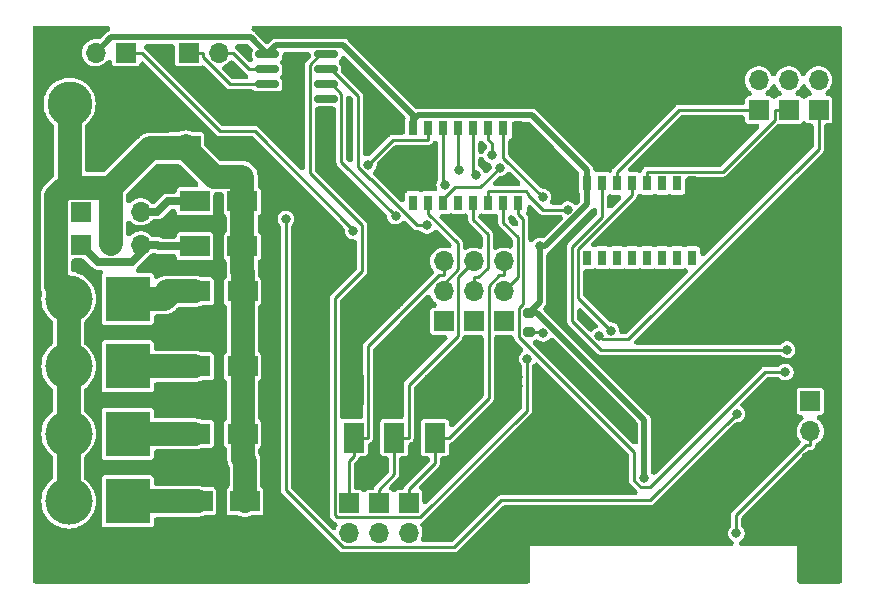
<source format=gbr>
%TF.GenerationSoftware,KiCad,Pcbnew,(6.0.9)*%
%TF.CreationDate,2023-01-31T13:38:18+01:00*%
%TF.ProjectId,jf-ecu32,6a662d65-6375-4333-922e-6b696361645f,rev?*%
%TF.SameCoordinates,Original*%
%TF.FileFunction,Copper,L2,Bot*%
%TF.FilePolarity,Positive*%
%FSLAX46Y46*%
G04 Gerber Fmt 4.6, Leading zero omitted, Abs format (unit mm)*
G04 Created by KiCad (PCBNEW (6.0.9)) date 2023-01-31 13:38:18*
%MOMM*%
%LPD*%
G01*
G04 APERTURE LIST*
G04 Aperture macros list*
%AMRoundRect*
0 Rectangle with rounded corners*
0 $1 Rounding radius*
0 $2 $3 $4 $5 $6 $7 $8 $9 X,Y pos of 4 corners*
0 Add a 4 corners polygon primitive as box body*
4,1,4,$2,$3,$4,$5,$6,$7,$8,$9,$2,$3,0*
0 Add four circle primitives for the rounded corners*
1,1,$1+$1,$2,$3*
1,1,$1+$1,$4,$5*
1,1,$1+$1,$6,$7*
1,1,$1+$1,$8,$9*
0 Add four rect primitives between the rounded corners*
20,1,$1+$1,$2,$3,$4,$5,0*
20,1,$1+$1,$4,$5,$6,$7,0*
20,1,$1+$1,$6,$7,$8,$9,0*
20,1,$1+$1,$8,$9,$2,$3,0*%
G04 Aperture macros list end*
%TA.AperFunction,ComponentPad*%
%ADD10R,1.700000X1.700000*%
%TD*%
%TA.AperFunction,ComponentPad*%
%ADD11O,1.700000X1.700000*%
%TD*%
%TA.AperFunction,ComponentPad*%
%ADD12R,3.800000X3.800000*%
%TD*%
%TA.AperFunction,ComponentPad*%
%ADD13C,4.000000*%
%TD*%
%TA.AperFunction,ComponentPad*%
%ADD14C,3.800000*%
%TD*%
%TA.AperFunction,HeatsinkPad*%
%ADD15C,0.475000*%
%TD*%
%TA.AperFunction,SMDPad,CuDef*%
%ADD16R,1.800000X2.500000*%
%TD*%
%TA.AperFunction,SMDPad,CuDef*%
%ADD17R,2.500000X1.800000*%
%TD*%
%TA.AperFunction,SMDPad,CuDef*%
%ADD18RoundRect,0.150000X-0.825000X-0.150000X0.825000X-0.150000X0.825000X0.150000X-0.825000X0.150000X0*%
%TD*%
%TA.AperFunction,SMDPad,CuDef*%
%ADD19RoundRect,0.200000X0.275000X-0.200000X0.275000X0.200000X-0.275000X0.200000X-0.275000X-0.200000X0*%
%TD*%
%TA.AperFunction,SMDPad,CuDef*%
%ADD20R,0.800000X1.300000*%
%TD*%
%TA.AperFunction,ViaPad*%
%ADD21C,0.300000*%
%TD*%
%TA.AperFunction,ViaPad*%
%ADD22C,0.800000*%
%TD*%
%TA.AperFunction,Conductor*%
%ADD23C,0.250000*%
%TD*%
%TA.AperFunction,Conductor*%
%ADD24C,0.500000*%
%TD*%
%TA.AperFunction,Conductor*%
%ADD25C,2.000000*%
%TD*%
%TA.AperFunction,Conductor*%
%ADD26C,1.699800*%
%TD*%
%TA.AperFunction,Conductor*%
%ADD27C,0.700000*%
%TD*%
G04 APERTURE END LIST*
D10*
%TO.P,J16,1,Pin_1*%
%TO.N,Net-(J16-Pad1)*%
X54610000Y-175880000D03*
D11*
%TO.P,J16,2,Pin_2*%
%TO.N,PPM_PWM_PUMP2*%
X54610000Y-173340000D03*
%TO.P,J16,3,Pin_3*%
%TO.N,Net-(D16-Pad1)*%
X54610000Y-170800000D03*
%TD*%
D10*
%TO.P,J19,1,Pin_1*%
%TO.N,Net-(J19-Pad1)*%
X80568800Y-182651400D03*
D11*
%TO.P,J19,2,Pin_2*%
%TO.N,Net-(J19-Pad2)*%
X80568800Y-185191400D03*
%TO.P,J19,3,Pin_3*%
%TO.N,GND*%
X80568800Y-187731400D03*
%TD*%
D10*
%TO.P,J18,1,Pin_1*%
%TO.N,Net-(D16-Pad1)*%
X46583600Y-191287400D03*
D11*
%TO.P,J18,2,Pin_2*%
%TO.N,unconnected-(J18-Pad2)*%
X46583600Y-193827400D03*
%TO.P,J18,3,Pin_3*%
%TO.N,GND*%
X46583600Y-196367400D03*
%TD*%
D10*
%TO.P,J7,1,Pin_1*%
%TO.N,Net-(D7-Pad2)*%
X18811000Y-166624000D03*
D11*
%TO.P,J7,2,Pin_2*%
%TO.N,+BATT*%
X21351000Y-166624000D03*
%TO.P,J7,3,Pin_3*%
%TO.N,Net-(D7-Pad2)*%
X23891000Y-166624000D03*
%TD*%
D10*
%TO.P,J4,1,Pin_1*%
%TO.N,Net-(D4-Pad1)*%
X41503600Y-191317400D03*
D11*
%TO.P,J4,2,Pin_2*%
%TO.N,unconnected-(J4-Pad2)*%
X41503600Y-193857400D03*
%TO.P,J4,3,Pin_3*%
%TO.N,GND*%
X41503600Y-196397400D03*
%TD*%
D10*
%TO.P,J15,1,Pin_1*%
%TO.N,Net-(D14-Pad1)*%
X44043600Y-191317400D03*
D11*
%TO.P,J15,2,Pin_2*%
%TO.N,unconnected-(J15-Pad2)*%
X44043600Y-193857400D03*
%TO.P,J15,3,Pin_3*%
%TO.N,GND*%
X44043600Y-196397400D03*
%TD*%
D10*
%TO.P,J10,1,Pin_1*%
%TO.N,Net-(J10-Pad1)*%
X27940000Y-153162000D03*
D11*
%TO.P,J10,2,Pin_2*%
%TO.N,Net-(J10-Pad2)*%
X30480000Y-153162000D03*
%TD*%
D12*
%TO.P,J9,1,Pin_1*%
%TO.N,Net-(D3-Pad2)*%
X22780000Y-179705000D03*
D13*
%TO.P,J9,2,Pin_2*%
%TO.N,+BATT*%
X17780000Y-179705000D03*
%TD*%
D10*
%TO.P,J6,1,Pin_1*%
%TO.N,Net-(D9-Pad2)*%
X18811000Y-169418000D03*
D11*
%TO.P,J6,2,Pin_2*%
%TO.N,+BATT*%
X21351000Y-169418000D03*
%TO.P,J6,3,Pin_3*%
%TO.N,Net-(D9-Pad2)*%
X23891000Y-169418000D03*
%TD*%
D10*
%TO.P,J3,1,Pin_1*%
%TO.N,Net-(J3-Pad1)*%
X49530000Y-175895000D03*
D11*
%TO.P,J3,2,Pin_2*%
%TO.N,PPM_PWM_STARTER*%
X49530000Y-173355000D03*
%TO.P,J3,3,Pin_3*%
%TO.N,Net-(D4-Pad1)*%
X49530000Y-170815000D03*
%TD*%
D12*
%TO.P,J8,1,Pin_1*%
%TO.N,GND*%
X22860000Y-157480000D03*
D14*
%TO.P,J8,2,Pin_2*%
%TO.N,+BATT*%
X17860000Y-157480000D03*
%TD*%
D15*
%TO.P,U1,39,GND*%
%TO.N,GND*%
X68096100Y-185020600D03*
X67333600Y-182733100D03*
X69621100Y-183495600D03*
X67333600Y-184258100D03*
X68096100Y-183495600D03*
X68858600Y-184258100D03*
X68096100Y-181970600D03*
X69621100Y-185020600D03*
X70383600Y-184258100D03*
X68858600Y-182733100D03*
X70383600Y-182733100D03*
X69621100Y-181970600D03*
%TD*%
D10*
%TO.P,J1,1,Pin_1*%
%TO.N,PPM_GAZ_5V*%
X76200000Y-158003000D03*
D11*
%TO.P,J1,2,Pin_2*%
%TO.N,VDC*%
X76200000Y-155463000D03*
%TO.P,J1,3,Pin_3*%
%TO.N,GND*%
X76200000Y-152923000D03*
%TD*%
D12*
%TO.P,J17,1,Pin_1*%
%TO.N,Net-(D15-Pad2)*%
X22780000Y-191135000D03*
D13*
%TO.P,J17,2,Pin_2*%
%TO.N,+BATT*%
X17780000Y-191135000D03*
%TD*%
D12*
%TO.P,J5,1,Pin_1*%
%TO.N,Net-(D10-Pad2)*%
X22780000Y-173990000D03*
D13*
%TO.P,J5,2,Pin_2*%
%TO.N,+BATT*%
X17780000Y-173990000D03*
%TD*%
D10*
%TO.P,J12,1,Pin_1*%
%TO.N,TX2*%
X81280000Y-157988000D03*
D11*
%TO.P,J12,2,Pin_2*%
%TO.N,unconnected-(J12-Pad2)*%
X81280000Y-155448000D03*
%TO.P,J12,3,Pin_3*%
%TO.N,GND*%
X81280000Y-152908000D03*
%TD*%
D10*
%TO.P,J13,1,Pin_1*%
%TO.N,Net-(J13-Pad1)*%
X52070000Y-175895000D03*
D11*
%TO.P,J13,2,Pin_2*%
%TO.N,PPM_PWM_PUMP1*%
X52070000Y-173355000D03*
%TO.P,J13,3,Pin_3*%
%TO.N,Net-(D14-Pad1)*%
X52070000Y-170815000D03*
%TD*%
D10*
%TO.P,J2,1,Pin_1*%
%TO.N,AUX_5V*%
X78740000Y-158003000D03*
D11*
%TO.P,J2,2,Pin_2*%
%TO.N,unconnected-(J2-Pad2)*%
X78740000Y-155463000D03*
%TO.P,J2,3,Pin_3*%
%TO.N,GND*%
X78740000Y-152923000D03*
%TD*%
D10*
%TO.P,J11,1,Pin_1*%
%TO.N,RPM*%
X22606000Y-153162000D03*
D11*
%TO.P,J11,2,Pin_2*%
%TO.N,V_CPU*%
X20066000Y-153162000D03*
%TO.P,J11,3,Pin_3*%
%TO.N,GND*%
X17526000Y-153162000D03*
%TD*%
D12*
%TO.P,J14,1,Pin_1*%
%TO.N,Net-(D13-Pad2)*%
X22780000Y-185420000D03*
D13*
%TO.P,J14,2,Pin_2*%
%TO.N,+BATT*%
X17780000Y-185420000D03*
%TD*%
D16*
%TO.P,D14,1,K*%
%TO.N,Net-(D14-Pad1)*%
X45339000Y-185750200D03*
%TO.P,D14,2,A*%
%TO.N,GND*%
X45339000Y-181750200D03*
%TD*%
D17*
%TO.P,D9,1,K*%
%TO.N,+BATT*%
X32480000Y-169545000D03*
%TO.P,D9,2,A*%
%TO.N,Net-(D9-Pad2)*%
X28480000Y-169545000D03*
%TD*%
D16*
%TO.P,D16,1,K*%
%TO.N,Net-(D16-Pad1)*%
X48793400Y-185750200D03*
%TO.P,D16,2,A*%
%TO.N,GND*%
X48793400Y-181750200D03*
%TD*%
D18*
%TO.P,U3,1,GND*%
%TO.N,GND*%
X34609000Y-157099000D03*
%TO.P,U3,2,T-*%
%TO.N,Net-(J10-Pad1)*%
X34609000Y-155829000D03*
%TO.P,U3,3,T+*%
%TO.N,Net-(J10-Pad2)*%
X34609000Y-154559000D03*
%TO.P,U3,4,VCC*%
%TO.N,V_CPU*%
X34609000Y-153289000D03*
%TO.P,U3,5,SCK*%
%TO.N,CLK*%
X39559000Y-153289000D03*
%TO.P,U3,6,~{CS}*%
%TO.N,CS*%
X39559000Y-154559000D03*
%TO.P,U3,7,SO*%
%TO.N,MISO*%
X39559000Y-155829000D03*
%TO.P,U3,8*%
%TO.N,N/C*%
X39559000Y-157099000D03*
%TD*%
D17*
%TO.P,D10,1,K*%
%TO.N,+BATT*%
X32520000Y-173355000D03*
%TO.P,D10,2,A*%
%TO.N,Net-(D10-Pad2)*%
X28520000Y-173355000D03*
%TD*%
%TO.P,D6,1,K*%
%TO.N,+BATT*%
X27686000Y-161036000D03*
%TO.P,D6,2,A*%
%TO.N,GND*%
X31686000Y-161036000D03*
%TD*%
%TO.P,D15,1,K*%
%TO.N,+BATT*%
X32705000Y-191135000D03*
%TO.P,D15,2,A*%
%TO.N,Net-(D15-Pad2)*%
X28705000Y-191135000D03*
%TD*%
%TO.P,D13,1,K*%
%TO.N,+BATT*%
X32520000Y-185420000D03*
%TO.P,D13,2,A*%
%TO.N,Net-(D13-Pad2)*%
X28520000Y-185420000D03*
%TD*%
D19*
%TO.P,R14,1*%
%TO.N,Net-(R14-Pad1)*%
X56743600Y-176808400D03*
%TO.P,R14,2*%
%TO.N,V_CPU*%
X56743600Y-175158400D03*
%TD*%
D20*
%TO.P,U2,1,VCC*%
%TO.N,V_CPU*%
X61666200Y-164210600D03*
%TO.P,U2,2*%
%TO.N,PPM_GAZ*%
X62946200Y-164210600D03*
%TO.P,U2,3*%
%TO.N,PPM_GAZ_5V*%
X64206200Y-164210600D03*
%TO.P,U2,4*%
%TO.N,AUX*%
X65476200Y-164210600D03*
%TO.P,U2,5*%
%TO.N,AUX_5V*%
X66756200Y-164210600D03*
%TO.P,U2,6*%
%TO.N,unconnected-(U2-Pad6)*%
X68026200Y-164210600D03*
%TO.P,U2,7*%
%TO.N,unconnected-(U2-Pad7)*%
X69286200Y-164210600D03*
%TO.P,U2,8,VSS*%
%TO.N,GND*%
X70566200Y-164210600D03*
%TO.P,U2,9*%
%TO.N,unconnected-(U2-Pad9)*%
X70566200Y-170510600D03*
%TO.P,U2,10*%
%TO.N,unconnected-(U2-Pad10)*%
X69286200Y-170510600D03*
%TO.P,U2,11*%
%TO.N,unconnected-(U2-Pad11)*%
X68026200Y-170510600D03*
%TO.P,U2,12*%
%TO.N,unconnected-(U2-Pad12)*%
X66756200Y-170510600D03*
%TO.P,U2,13*%
%TO.N,N/C*%
X65476200Y-170510600D03*
%TO.P,U2,14*%
%TO.N,unconnected-(U2-Pad14)*%
X64206200Y-170510600D03*
%TO.P,U2,15*%
%TO.N,unconnected-(U2-Pad15)*%
X62946200Y-170510600D03*
%TO.P,U2,16*%
%TO.N,N/C*%
X61666200Y-170510600D03*
%TD*%
D17*
%TO.P,D7,1,K*%
%TO.N,+BATT*%
X32480000Y-165735000D03*
%TO.P,D7,2,A*%
%TO.N,Net-(D7-Pad2)*%
X28480000Y-165735000D03*
%TD*%
D20*
%TO.P,U5,1,VCC*%
%TO.N,V_CPU*%
X46959600Y-159537000D03*
%TO.P,U5,2*%
%TO.N,PWM_KERO*%
X48239600Y-159537000D03*
%TO.P,U5,3*%
%TO.N,PWM_KERO_3.3*%
X49499600Y-159537000D03*
%TO.P,U5,4*%
%TO.N,PWM_GLOW*%
X50769600Y-159537000D03*
%TO.P,U5,5*%
%TO.N,PWM_GLOW_3.3*%
X52049600Y-159537000D03*
%TO.P,U5,6*%
%TO.N,PWM_KEROSTART*%
X53319600Y-159537000D03*
%TO.P,U5,7*%
%TO.N,PWM_KEROSTART_3.3*%
X54579600Y-159537000D03*
%TO.P,U5,8,VSS*%
%TO.N,GND*%
X55859600Y-159537000D03*
%TO.P,U5,9*%
%TO.N,PPM_PWM_PUMP2_3.3*%
X55859600Y-165837000D03*
%TO.P,U5,10*%
%TO.N,PPM_PWM_PUMP2*%
X54579600Y-165837000D03*
%TO.P,U5,11*%
%TO.N,PPM_PWM_PUMP1_3.3*%
X53319600Y-165837000D03*
%TO.P,U5,12*%
%TO.N,PPM_PWM_PUMP1*%
X52049600Y-165837000D03*
%TO.P,U5,13*%
%TO.N,N/C*%
X50769600Y-165837000D03*
%TO.P,U5,14*%
%TO.N,PPM_STARTER_3.3*%
X49499600Y-165837000D03*
%TO.P,U5,15*%
%TO.N,PPM_PWM_STARTER*%
X48239600Y-165837000D03*
%TO.P,U5,16*%
%TO.N,N/C*%
X46959600Y-165837000D03*
%TD*%
D16*
%TO.P,D4,1,K*%
%TO.N,Net-(D4-Pad1)*%
X41910000Y-185740000D03*
%TO.P,D4,2,A*%
%TO.N,GND*%
X41910000Y-181740000D03*
%TD*%
D17*
%TO.P,D3,1,K*%
%TO.N,+BATT*%
X32520000Y-179705000D03*
%TO.P,D3,2,A*%
%TO.N,Net-(D3-Pad2)*%
X28520000Y-179705000D03*
%TD*%
D21*
%TO.N,GND*%
X16002000Y-162560000D03*
X15240000Y-162306000D03*
X15240000Y-161544000D03*
X15240000Y-161798000D03*
X15748000Y-162052000D03*
X15494000Y-160782000D03*
X15748000Y-160782000D03*
X16002000Y-161544000D03*
X15494000Y-161544000D03*
X15240000Y-161036000D03*
X15240000Y-161036000D03*
X15748000Y-161036000D03*
X16002000Y-161036000D03*
X15494000Y-159766000D03*
X15494000Y-160528000D03*
X15748000Y-160528000D03*
X14986000Y-157734000D03*
X15494000Y-158242000D03*
X15494000Y-158750000D03*
X14986000Y-158750000D03*
X14986000Y-159258000D03*
X15748000Y-159258000D03*
X14986000Y-155702000D03*
X15494000Y-156210000D03*
X24130000Y-154686000D03*
X24384000Y-154940000D03*
X23876000Y-155194000D03*
X23368000Y-154686000D03*
X21590000Y-154686000D03*
X21336000Y-154686000D03*
X21082000Y-154940000D03*
X21336000Y-155194000D03*
X21844000Y-155194000D03*
X22098000Y-154940000D03*
X22352000Y-154940000D03*
X22606000Y-155194000D03*
X23114000Y-155194000D03*
X23368000Y-154940000D03*
X16002000Y-155448000D03*
X15494000Y-155702000D03*
X15240000Y-156464000D03*
X14986000Y-154940000D03*
X16002000Y-154940000D03*
X16764000Y-154686000D03*
X17526000Y-154686000D03*
X18034000Y-154686000D03*
X18288000Y-154686000D03*
X19050000Y-154686000D03*
X19304000Y-154686000D03*
X20066000Y-154686000D03*
X20574000Y-154686000D03*
X21082000Y-154686000D03*
X21844000Y-154686000D03*
X21844000Y-154686000D03*
X21844000Y-154686000D03*
X22860000Y-154686000D03*
X15494000Y-154940000D03*
X16256000Y-154940000D03*
X17272000Y-154940000D03*
X18034000Y-154940000D03*
X18796000Y-154940000D03*
X19812000Y-154940000D03*
X20574000Y-154940000D03*
X21590000Y-154940000D03*
X22352000Y-154940000D03*
X23114000Y-154940000D03*
X34798000Y-172720000D03*
X34798000Y-179578000D03*
X34798000Y-183896000D03*
X35306000Y-185166000D03*
X35306000Y-186944000D03*
X34798000Y-191008000D03*
X35306000Y-192024000D03*
X38100000Y-196850000D03*
X35052000Y-197104000D03*
X27940000Y-197104000D03*
X24892000Y-194564000D03*
X27686000Y-195834000D03*
X32512000Y-196088000D03*
X30226000Y-196596000D03*
X25400000Y-196596000D03*
X23114000Y-194818000D03*
X21844000Y-196596000D03*
X17272000Y-196596000D03*
X17018000Y-194818000D03*
X62992000Y-161036000D03*
X62484000Y-160528000D03*
X62992000Y-159004000D03*
X62738000Y-158242000D03*
X62992000Y-156718000D03*
X63754000Y-157480000D03*
X64008000Y-159004000D03*
X65024000Y-159512000D03*
X66040000Y-160274000D03*
X70104000Y-160274000D03*
X71628000Y-161036000D03*
X70104000Y-161798000D03*
X67818000Y-161544000D03*
X67564000Y-161290000D03*
X68326000Y-160020000D03*
X69850000Y-158496000D03*
X70866000Y-158750000D03*
X73152000Y-158750000D03*
X72136000Y-159766000D03*
X71882000Y-162052000D03*
X67818000Y-156718000D03*
X69088000Y-156718000D03*
X70358000Y-155956000D03*
X70866000Y-154940000D03*
X70866000Y-156718000D03*
X74168000Y-155956000D03*
X74422000Y-153416000D03*
X73660000Y-152146000D03*
X72390000Y-151638000D03*
X68834000Y-151384000D03*
X66802000Y-151384000D03*
X64262000Y-151384000D03*
X53848000Y-154686000D03*
X52832000Y-154686000D03*
X53848000Y-155702000D03*
X56642000Y-155448000D03*
X56642000Y-151892000D03*
X56388000Y-152654000D03*
X53848000Y-153670000D03*
X52070000Y-153416000D03*
X50546000Y-151638000D03*
X52578000Y-152400000D03*
X54610000Y-152400000D03*
X54864000Y-154432000D03*
X51562000Y-154940000D03*
X49022000Y-153162000D03*
X47752000Y-151638000D03*
X17018000Y-151384000D03*
X19304000Y-151384000D03*
X15494000Y-155448000D03*
X15494000Y-154178000D03*
X15748000Y-153416000D03*
X15748000Y-152146000D03*
X18034000Y-151638000D03*
X16510000Y-151638000D03*
X15240000Y-151384000D03*
X34544000Y-176276000D03*
X34798000Y-176276000D03*
X34798000Y-177292000D03*
X38862000Y-177038000D03*
X38354000Y-176276000D03*
X37592000Y-176022000D03*
X38354000Y-175514000D03*
X38608000Y-174752000D03*
X36576000Y-165354000D03*
X36830000Y-165862000D03*
X36322000Y-166370000D03*
X36068000Y-165862000D03*
X35814000Y-166116000D03*
X36322000Y-165862000D03*
X37592000Y-166116000D03*
X37846000Y-165862000D03*
X38100000Y-166116000D03*
X37846000Y-166116000D03*
X37338000Y-164592000D03*
X37592000Y-164592000D03*
X37338000Y-164846000D03*
X24638000Y-154686000D03*
X24130000Y-154178000D03*
X25146000Y-155448000D03*
X26416000Y-156972000D03*
X26162000Y-156718000D03*
X25908000Y-156210000D03*
X29210000Y-154432000D03*
X28956000Y-154432000D03*
X28194000Y-154432000D03*
X27178000Y-154432000D03*
X26416000Y-153670000D03*
X26416000Y-153416000D03*
X26416000Y-153162000D03*
X26416000Y-152654000D03*
X26162000Y-152654000D03*
X25400000Y-152654000D03*
X37592000Y-154686000D03*
X37338000Y-154432000D03*
X37592000Y-153924000D03*
X36068000Y-154178000D03*
X36068000Y-153670000D03*
X36322000Y-153416000D03*
X37084000Y-153162000D03*
X38100000Y-153416000D03*
X35306000Y-157226000D03*
X34798000Y-156972000D03*
X34036000Y-157226000D03*
X33274000Y-156718000D03*
X32766000Y-156972000D03*
X33274000Y-157226000D03*
X32512000Y-156972000D03*
X32004000Y-156972000D03*
X32004000Y-156464000D03*
X32512000Y-156464000D03*
X33020000Y-156464000D03*
X33274000Y-156972000D03*
X33020000Y-157480000D03*
X32512000Y-157480000D03*
X32004000Y-157480000D03*
X33782000Y-161290000D03*
X35052000Y-160274000D03*
X35306000Y-160274000D03*
X36830000Y-160274000D03*
X37592000Y-160528000D03*
X37338000Y-160782000D03*
X37592000Y-161290000D03*
X35814000Y-161036000D03*
X35814000Y-160782000D03*
X36068000Y-161036000D03*
X36322000Y-160782000D03*
X32512000Y-161290000D03*
X32004000Y-161290000D03*
X31496000Y-161290000D03*
X30988000Y-161290000D03*
X30988000Y-160782000D03*
X31750000Y-160782000D03*
X32258000Y-160782000D03*
X32766000Y-160782000D03*
X32766000Y-160274000D03*
X32004000Y-160274000D03*
X31496000Y-160274000D03*
X30734000Y-160274000D03*
X78740000Y-168910000D03*
X78994000Y-166878000D03*
X79502000Y-168402000D03*
X81534000Y-171196000D03*
X82550000Y-180848000D03*
X81534000Y-178054000D03*
X81280000Y-174244000D03*
X82296000Y-169418000D03*
X63500000Y-187960000D03*
X63246000Y-188976000D03*
X65024000Y-190500000D03*
X62992000Y-190246000D03*
X60960000Y-190246000D03*
X60706000Y-189230000D03*
X61468000Y-188214000D03*
X62992000Y-186944000D03*
X64008000Y-186436000D03*
X64770000Y-187452000D03*
X64770000Y-188468000D03*
X65278000Y-190246000D03*
X59944000Y-191770000D03*
X64516000Y-191770000D03*
X68072000Y-191770000D03*
X69088000Y-190500000D03*
X69596000Y-191008000D03*
X71374000Y-190754000D03*
X71628000Y-191516000D03*
X73406000Y-191262000D03*
X74168000Y-190500000D03*
X62230000Y-193040000D03*
X66040000Y-193040000D03*
X72390000Y-193040000D03*
X78486000Y-193802000D03*
X81026000Y-193802000D03*
X81534000Y-195834000D03*
X80518000Y-196596000D03*
X81026000Y-197612000D03*
X82550000Y-197612000D03*
X48514000Y-197358000D03*
X48768000Y-195834000D03*
X50292000Y-195834000D03*
X53086000Y-193548000D03*
X53086000Y-197358000D03*
X56642000Y-197612000D03*
X56642000Y-194564000D03*
X59690000Y-194564000D03*
X57150000Y-192024000D03*
X37084000Y-179324000D03*
X39116000Y-179324000D03*
X39624000Y-179324000D03*
X41148000Y-179324000D03*
X41656000Y-179324000D03*
X42418000Y-179324000D03*
X44196000Y-179070000D03*
X44450000Y-178562000D03*
X46482000Y-179324000D03*
X47498000Y-178562000D03*
X48514000Y-177546000D03*
X49022000Y-180086000D03*
X49784000Y-179578000D03*
X51054000Y-178054000D03*
X50800000Y-181102000D03*
X52324000Y-186436000D03*
X53594000Y-184658000D03*
X52832000Y-189992000D03*
X51562000Y-192024000D03*
X51308000Y-191008000D03*
X55372000Y-187960000D03*
X56642000Y-188722000D03*
X56134000Y-186690000D03*
X53340000Y-188214000D03*
X54102000Y-190246000D03*
X48006000Y-193294000D03*
X48260000Y-194310000D03*
X47752000Y-189992000D03*
X49784000Y-187706000D03*
X50292000Y-186690000D03*
X50292000Y-184404000D03*
X51308000Y-177292000D03*
X52324000Y-177292000D03*
X52578000Y-178816000D03*
X52578000Y-182118000D03*
X54864000Y-181864000D03*
X55372000Y-182626000D03*
X55880000Y-183134000D03*
X54610000Y-180594000D03*
X54102000Y-179832000D03*
X53848000Y-182118000D03*
X54102000Y-177800000D03*
X54864000Y-178054000D03*
X55118000Y-177546000D03*
X56134000Y-180594000D03*
X56134000Y-181356000D03*
X62230000Y-185420000D03*
X61214000Y-184912000D03*
X60706000Y-184150000D03*
X60960000Y-185420000D03*
X60960000Y-186690000D03*
X61468000Y-186182000D03*
X62230000Y-184658000D03*
X61722000Y-183896000D03*
X60706000Y-183134000D03*
X62738000Y-184912000D03*
X57404000Y-182118000D03*
X57658000Y-182626000D03*
X58166000Y-183134000D03*
X58166000Y-182372000D03*
X57658000Y-177800000D03*
X58166000Y-178054000D03*
X60706000Y-181102000D03*
X60706000Y-179324000D03*
X62992000Y-181864000D03*
X62992000Y-183642000D03*
X64262000Y-183134000D03*
X65786000Y-186182000D03*
X73914000Y-185420000D03*
X74422000Y-186182000D03*
X73914000Y-187198000D03*
X73152000Y-186436000D03*
X72136000Y-187706000D03*
X72644000Y-187452000D03*
X75438000Y-187452000D03*
X75692000Y-186944000D03*
X75438000Y-186182000D03*
X74930000Y-185420000D03*
X74422000Y-184912000D03*
X65278000Y-179578000D03*
X64770000Y-179578000D03*
X65278000Y-180594000D03*
X64770000Y-181102000D03*
X64516000Y-180340000D03*
X65532000Y-181356000D03*
X65278000Y-180086000D03*
X65024000Y-179070000D03*
X64262000Y-179070000D03*
X67310000Y-180340000D03*
X68072000Y-180340000D03*
X70358000Y-180594000D03*
X72898000Y-180594000D03*
X72390000Y-182880000D03*
X73914000Y-181610000D03*
X75184000Y-180594000D03*
X74930000Y-179832000D03*
X74422000Y-179070000D03*
X72644000Y-179070000D03*
X69596000Y-179070000D03*
X66802000Y-179070000D03*
X73152000Y-176276000D03*
X74676000Y-176784000D03*
X74422000Y-175514000D03*
X73152000Y-174498000D03*
X71628000Y-174752000D03*
X71374000Y-175768000D03*
X68072000Y-176530000D03*
X69596000Y-175260000D03*
X70612000Y-175260000D03*
X70358000Y-176276000D03*
X71882000Y-176530000D03*
X72390000Y-175260000D03*
X73914000Y-176022000D03*
X73152000Y-177546000D03*
X70866000Y-177546000D03*
X68834000Y-177546000D03*
X75184000Y-177546000D03*
X75184000Y-174244000D03*
X74676000Y-173482000D03*
X73914000Y-173228000D03*
X72644000Y-171196000D03*
X72644000Y-171196000D03*
X71882000Y-171704000D03*
X69088000Y-174498000D03*
X68072000Y-175768000D03*
X66548000Y-177292000D03*
X66294000Y-175006000D03*
X65278000Y-175768000D03*
X64262000Y-175006000D03*
X63246000Y-174244000D03*
X65278000Y-174244000D03*
X66802000Y-174244000D03*
X68326000Y-171704000D03*
X65532000Y-171704000D03*
X61976000Y-171704000D03*
X63754000Y-171704000D03*
X67056000Y-171704000D03*
X69596000Y-171704000D03*
X60198000Y-168656000D03*
X61214000Y-167894000D03*
X61722000Y-167132000D03*
X64516000Y-168402000D03*
X67056000Y-167894000D03*
X68580000Y-169164000D03*
X66040000Y-169164000D03*
X62484000Y-169164000D03*
X70358000Y-169164000D03*
X68580000Y-167132000D03*
X64516000Y-167132000D03*
X75438000Y-168656000D03*
X74168000Y-166878000D03*
X74930000Y-166624000D03*
X75438000Y-165608000D03*
X72644000Y-164592000D03*
X72136000Y-165354000D03*
X71628000Y-164338000D03*
X81026000Y-165100000D03*
X81534000Y-165100000D03*
X81534000Y-164338000D03*
X81026000Y-164338000D03*
X80518000Y-164338000D03*
X80518000Y-165100000D03*
X80518000Y-165862000D03*
X81026000Y-165862000D03*
X81534000Y-165862000D03*
X77724000Y-163576000D03*
X77216000Y-163576000D03*
X76708000Y-163576000D03*
X76200000Y-163576000D03*
X76200000Y-163068000D03*
X76708000Y-163068000D03*
X77216000Y-163068000D03*
X77724000Y-163068000D03*
X77978000Y-166116000D03*
X77724000Y-165862000D03*
X77978000Y-165608000D03*
X76962000Y-164592000D03*
X77216000Y-164338000D03*
X77470000Y-164084000D03*
X77216000Y-164084000D03*
X76962000Y-164084000D03*
X76708000Y-164084000D03*
X73660000Y-165100000D03*
X74168000Y-165100000D03*
X74422000Y-164338000D03*
X73914000Y-164338000D03*
X73406000Y-164338000D03*
X73406000Y-165862000D03*
X73914000Y-165862000D03*
X74422000Y-165862000D03*
X55880000Y-159258000D03*
X55880000Y-159766000D03*
X57658000Y-160528000D03*
X57150000Y-161798000D03*
X56388000Y-161798000D03*
X55880000Y-160528000D03*
X55372000Y-160528000D03*
X55626000Y-160528000D03*
X56134000Y-160528000D03*
X56388000Y-160528000D03*
X56642000Y-160528000D03*
X56642000Y-160274000D03*
X56642000Y-160020000D03*
X56642000Y-159766000D03*
X56642000Y-159512000D03*
X56642000Y-159258000D03*
X45720000Y-183896000D03*
X45466000Y-183896000D03*
X45212000Y-183896000D03*
X44958000Y-183896000D03*
X44958000Y-183642000D03*
X45212000Y-183642000D03*
X45466000Y-183642000D03*
X45720000Y-183642000D03*
X45466000Y-182880000D03*
X45974000Y-182372000D03*
X45720000Y-182880000D03*
X45720000Y-182626000D03*
X45974000Y-182626000D03*
X45974000Y-182880000D03*
X44704000Y-182118000D03*
X44704000Y-180848000D03*
X45974000Y-180848000D03*
X45720000Y-181102000D03*
X45466000Y-181356000D03*
X45212000Y-181610000D03*
X45466000Y-181102000D03*
X45212000Y-181356000D03*
X49530000Y-181864000D03*
X49276000Y-182118000D03*
X49530000Y-182118000D03*
X49530000Y-182372000D03*
X49022000Y-182372000D03*
X49276000Y-182372000D03*
X49022000Y-182626000D03*
X48514000Y-182880000D03*
X48768000Y-182880000D03*
X49022000Y-182880000D03*
X49276000Y-182880000D03*
X49530000Y-182880000D03*
X49530000Y-182626000D03*
X49276000Y-182626000D03*
X48768000Y-182626000D03*
X48260000Y-181356000D03*
X48260000Y-181102000D03*
X48514000Y-181102000D03*
X48768000Y-180848000D03*
X48514000Y-180848000D03*
X48260000Y-180848000D03*
X44704000Y-181864000D03*
X44704000Y-181610000D03*
X44704000Y-181356000D03*
X44704000Y-181610000D03*
X44958000Y-181864000D03*
X44958000Y-181610000D03*
X44958000Y-181356000D03*
X44958000Y-181102000D03*
X45212000Y-181102000D03*
X44704000Y-181102000D03*
X45720000Y-180848000D03*
X45466000Y-180848000D03*
X45212000Y-180848000D03*
X44958000Y-180848000D03*
X41402000Y-181356000D03*
X41402000Y-181610000D03*
X41402000Y-181864000D03*
X41402000Y-182118000D03*
X41402000Y-182372000D03*
X41402000Y-182626000D03*
X41656000Y-182626000D03*
X41656000Y-182372000D03*
X41656000Y-182118000D03*
X41656000Y-181864000D03*
X41656000Y-181610000D03*
X41656000Y-181356000D03*
X41910000Y-181356000D03*
X41910000Y-181610000D03*
X41910000Y-181610000D03*
X41910000Y-181864000D03*
X41910000Y-182118000D03*
X41910000Y-182372000D03*
X41910000Y-182626000D03*
X42164000Y-182626000D03*
X42164000Y-182372000D03*
X42164000Y-182118000D03*
X42164000Y-181864000D03*
X42164000Y-181610000D03*
X42164000Y-181356000D03*
X42164000Y-181102000D03*
X41910000Y-181102000D03*
X41656000Y-181102000D03*
X41402000Y-181102000D03*
X27940000Y-159004000D03*
X27940000Y-158750000D03*
X27940000Y-158496000D03*
X27686000Y-158496000D03*
X27686000Y-159004000D03*
X27432000Y-159004000D03*
X27178000Y-159004000D03*
X27178000Y-159004000D03*
X26924000Y-159004000D03*
X26670000Y-159004000D03*
X26416000Y-159004000D03*
X26670000Y-158496000D03*
X26416000Y-158750000D03*
X26670000Y-158750000D03*
X26924000Y-158750000D03*
X27178000Y-158750000D03*
X27432000Y-158750000D03*
X27686000Y-158750000D03*
X27432000Y-158496000D03*
X27432000Y-158496000D03*
X27178000Y-158496000D03*
X26924000Y-158496000D03*
X26416000Y-158496000D03*
X42672000Y-176022000D03*
X42672000Y-175006000D03*
X42672000Y-174752000D03*
X42672000Y-175006000D03*
X42672000Y-175260000D03*
X42672000Y-175514000D03*
X42672000Y-175768000D03*
X42672000Y-176276000D03*
X38608000Y-172212000D03*
X38354000Y-172212000D03*
X38100000Y-172212000D03*
X38100000Y-171958000D03*
X38100000Y-171704000D03*
X38354000Y-171704000D03*
X38608000Y-171704000D03*
X38608000Y-171958000D03*
X38354000Y-171958000D03*
X42164000Y-175768000D03*
X42164000Y-175514000D03*
X42164000Y-175260000D03*
X42164000Y-175006000D03*
X41910000Y-175006000D03*
X42164000Y-174752000D03*
X42418000Y-174752000D03*
X42418000Y-175006000D03*
X42418000Y-175260000D03*
X42418000Y-175514000D03*
X42418000Y-175768000D03*
X42418000Y-176022000D03*
X42418000Y-176276000D03*
X42164000Y-176276000D03*
X42164000Y-176022000D03*
X42418000Y-176022000D03*
X41910000Y-176022000D03*
X41910000Y-176276000D03*
X41910000Y-175768000D03*
X41910000Y-175514000D03*
X41910000Y-175260000D03*
X41910000Y-174752000D03*
X45720000Y-177292000D03*
X45974000Y-177292000D03*
X46228000Y-177292000D03*
X46482000Y-177292000D03*
X45720000Y-173482000D03*
X45720000Y-173228000D03*
X45720000Y-172974000D03*
X45974000Y-171450000D03*
X45974000Y-171704000D03*
X45974000Y-171958000D03*
X45974000Y-172212000D03*
X45974000Y-172466000D03*
X45974000Y-172720000D03*
X45974000Y-172974000D03*
X45974000Y-173228000D03*
X45974000Y-173482000D03*
X45720000Y-173228000D03*
X45720000Y-172720000D03*
X45720000Y-172466000D03*
X45720000Y-172212000D03*
X45720000Y-171958000D03*
X45720000Y-171704000D03*
X45720000Y-171450000D03*
X45720000Y-171196000D03*
X45974000Y-171196000D03*
X46482000Y-171196000D03*
X46482000Y-171450000D03*
X46482000Y-171958000D03*
X46482000Y-172720000D03*
X46482000Y-173228000D03*
X46228000Y-173228000D03*
X46228000Y-173482000D03*
X46228000Y-172974000D03*
X46228000Y-172720000D03*
X46228000Y-172466000D03*
X46228000Y-172212000D03*
X46228000Y-171958000D03*
X46228000Y-171704000D03*
X46228000Y-171450000D03*
X46228000Y-171196000D03*
X46228000Y-170942000D03*
X45974000Y-170942000D03*
X45720000Y-170942000D03*
X45720000Y-170688000D03*
X45974000Y-170688000D03*
X46228000Y-170688000D03*
X46482000Y-170688000D03*
X46482000Y-170942000D03*
X46482000Y-171704000D03*
X46482000Y-172212000D03*
X46482000Y-172466000D03*
X46482000Y-172974000D03*
X46482000Y-173482000D03*
X46228000Y-175768000D03*
X46482000Y-175768000D03*
X45720000Y-174752000D03*
X45974000Y-174498000D03*
X45720000Y-174498000D03*
X45974000Y-176784000D03*
X45974000Y-176530000D03*
X45974000Y-176276000D03*
X45974000Y-176022000D03*
X46228000Y-176022000D03*
X46228000Y-176276000D03*
X46228000Y-176530000D03*
X46228000Y-176784000D03*
X46228000Y-177038000D03*
X45974000Y-177038000D03*
X45720000Y-176784000D03*
X45720000Y-177038000D03*
X45720000Y-176530000D03*
X45720000Y-176276000D03*
X46482000Y-175514000D03*
X46482000Y-176022000D03*
X46482000Y-176276000D03*
X46482000Y-176530000D03*
X46482000Y-176784000D03*
X46482000Y-177038000D03*
D22*
%TO.N,Net-(R14-Pad1)*%
X57949000Y-176905400D03*
%TO.N,Net-(J19-Pad2)*%
X74313800Y-193853900D03*
%TO.N,V_CPU*%
X66514600Y-189181200D03*
X57675800Y-169539400D03*
%TO.N,TX2*%
X62722300Y-177140800D03*
%TO.N,RPM*%
X41885200Y-168250100D03*
%TO.N,CS*%
X48142100Y-167773400D03*
%TO.N,MISO*%
X45459400Y-166973600D03*
%TO.N,CLK*%
X56603400Y-179052600D03*
%TO.N,AUX*%
X63699500Y-176681800D03*
%TO.N,PPM_GAZ*%
X78605600Y-178298100D03*
%TO.N,GLOW_CURRENT*%
X74347400Y-183725200D03*
X36169400Y-167233100D03*
%TO.N,PWM_KERO*%
X43142600Y-162625300D03*
%TO.N,PWM_KEROSTART*%
X53610300Y-161841500D03*
%TO.N,PWM_GLOW*%
X50855000Y-163053700D03*
%TO.N,PPM_STARTER_3.3*%
X54302700Y-162879000D03*
%TO.N,PWM_GLOW_3.3*%
X52266700Y-163481800D03*
%TO.N,PWM_KEROSTART_3.3*%
X57905500Y-165356800D03*
%TO.N,PWM_KERO_3.3*%
X49619100Y-164365200D03*
%TO.N,PPM_PWM_PUMP1_3.3*%
X60019600Y-166445000D03*
%TO.N,PPM_PWM_PUMP2_3.3*%
X78462500Y-180190800D03*
%TD*%
D23*
%TO.N,RPM*%
X33561000Y-159799000D02*
X41885200Y-168123200D01*
X30608800Y-159799000D02*
X33561000Y-159799000D01*
X23971800Y-153162000D02*
X30608800Y-159799000D01*
X41885200Y-168123200D02*
X41885200Y-168250100D01*
X22606000Y-153162000D02*
X23971800Y-153162000D01*
%TO.N,Net-(R14-Pad1)*%
X57852000Y-176808400D02*
X57949000Y-176905400D01*
X56743600Y-176808400D02*
X57852000Y-176808400D01*
%TO.N,Net-(J19-Pad2)*%
X80203500Y-186366500D02*
X80568800Y-186366500D01*
X74313800Y-192256200D02*
X80203500Y-186366500D01*
X74313800Y-193853900D02*
X74313800Y-192256200D01*
X80568800Y-185191400D02*
X80568800Y-186366500D01*
D24*
%TO.N,V_CPU*%
X61666200Y-164760600D02*
X61666200Y-166000700D01*
X57437000Y-175158400D02*
X56743600Y-175158400D01*
X66514600Y-184236000D02*
X57437000Y-175158400D01*
X66514600Y-189181200D02*
X66514600Y-184236000D01*
X61666200Y-164760600D02*
X61666200Y-164210600D01*
X46959600Y-159537000D02*
X46959600Y-158866600D01*
X46959600Y-158866600D02*
X46959600Y-158436900D01*
X61666200Y-164210600D02*
X61666200Y-163110500D01*
X47389400Y-158436800D02*
X46959600Y-158866600D01*
X56992500Y-158436800D02*
X47389400Y-158436800D01*
X61666200Y-163110500D02*
X56992500Y-158436800D01*
X35372500Y-152525500D02*
X34609000Y-153289000D01*
X41048200Y-152525500D02*
X35372500Y-152525500D01*
X46959600Y-158436900D02*
X41048200Y-152525500D01*
X21366200Y-151861800D02*
X20066000Y-153162000D01*
X33181800Y-151861800D02*
X21366200Y-151861800D01*
X34609000Y-153289000D02*
X33181800Y-151861800D01*
X58127500Y-169539400D02*
X57675800Y-169539400D01*
X61666200Y-166000700D02*
X58127500Y-169539400D01*
X57675800Y-174226200D02*
X56743600Y-175158400D01*
X57675800Y-169539400D02*
X57675800Y-174226200D01*
D23*
%TO.N,PPM_PWM_STARTER*%
X49530000Y-172702300D02*
X49530000Y-173355000D01*
X50731600Y-171500700D02*
X49530000Y-172702300D01*
X50731600Y-169304100D02*
X50731600Y-171500700D01*
X48239600Y-166812100D02*
X50731600Y-169304100D01*
X48239600Y-165837000D02*
X48239600Y-166812100D01*
%TO.N,Net-(D16-Pad1)*%
X46583600Y-191287400D02*
X46583600Y-190112300D01*
X48793400Y-187902500D02*
X48793400Y-185750200D01*
X46583600Y-190112300D02*
X48793400Y-187902500D01*
X54244700Y-171975100D02*
X54610000Y-171975100D01*
X53340000Y-172879800D02*
X54244700Y-171975100D01*
X53340000Y-182428700D02*
X53340000Y-172879800D01*
X50018500Y-185750200D02*
X53340000Y-182428700D01*
X48793400Y-185750200D02*
X50018500Y-185750200D01*
X54610000Y-170800000D02*
X54610000Y-171975100D01*
D25*
%TO.N,Net-(D15-Pad2)*%
X28705000Y-191135000D02*
X22780000Y-191135000D01*
D23*
%TO.N,Net-(D14-Pad1)*%
X44043600Y-191317400D02*
X44043600Y-190142300D01*
X45339000Y-188846900D02*
X45339000Y-185750200D01*
X44043600Y-190142300D02*
X45339000Y-188846900D01*
X50705200Y-172179800D02*
X52070000Y-170815000D01*
X50705200Y-177167900D02*
X50705200Y-172179800D01*
X46564100Y-181309000D02*
X50705200Y-177167900D01*
X46564100Y-185750200D02*
X46564100Y-181309000D01*
X45339000Y-185750200D02*
X46564100Y-185750200D01*
%TO.N,TX2*%
X81280000Y-161306500D02*
X81280000Y-157988000D01*
X65179600Y-177406900D02*
X81280000Y-161306500D01*
X62988400Y-177406900D02*
X65179600Y-177406900D01*
X62722300Y-177140800D02*
X62988400Y-177406900D01*
%TO.N,CS*%
X48142100Y-167773300D02*
X48142100Y-167773400D01*
X47305900Y-167773300D02*
X48142100Y-167773300D01*
X43368100Y-163835500D02*
X47305900Y-167773300D01*
X43325800Y-163835500D02*
X43368100Y-163835500D01*
X42289100Y-162798800D02*
X43325800Y-163835500D01*
X42289100Y-156819200D02*
X42289100Y-162798800D01*
X40028900Y-154559000D02*
X42289100Y-156819200D01*
X39559000Y-154559000D02*
X40028900Y-154559000D01*
%TO.N,MISO*%
X40859700Y-162373900D02*
X45459400Y-166973600D01*
X40859700Y-156648800D02*
X40859700Y-162373900D01*
X40039900Y-155829000D02*
X40859700Y-156648800D01*
X39559000Y-155829000D02*
X40039900Y-155829000D01*
%TO.N,CLK*%
X56603400Y-183459600D02*
X56603400Y-179052600D01*
X47569300Y-192493700D02*
X56603400Y-183459600D01*
X40519500Y-192493700D02*
X47569300Y-192493700D01*
X40328400Y-192302600D02*
X40519500Y-192493700D01*
X40328400Y-173929500D02*
X40328400Y-192302600D01*
X42616100Y-171641800D02*
X40328400Y-173929500D01*
X42616100Y-167755800D02*
X42616100Y-171641800D01*
X38229200Y-163368900D02*
X42616100Y-167755800D01*
X38229200Y-154153500D02*
X38229200Y-163368900D01*
X39093700Y-153289000D02*
X38229200Y-154153500D01*
X39559000Y-153289000D02*
X39093700Y-153289000D01*
%TO.N,AUX*%
X60910700Y-173893000D02*
X63699500Y-176681800D01*
X60910700Y-169751200D02*
X60910700Y-173893000D01*
X65476200Y-165185700D02*
X60910700Y-169751200D01*
X65476200Y-164210600D02*
X65476200Y-165185700D01*
%TO.N,PPM_GAZ*%
X62827900Y-178298100D02*
X78605600Y-178298100D01*
X60405500Y-175875700D02*
X62827900Y-178298100D01*
X60405500Y-169579800D02*
X60405500Y-175875700D01*
X62946200Y-167039100D02*
X60405500Y-169579800D01*
X62946200Y-164210600D02*
X62946200Y-167039100D01*
%TO.N,GLOW_CURRENT*%
X67025700Y-191046900D02*
X74347400Y-183725200D01*
X54412700Y-191046900D02*
X67025700Y-191046900D01*
X50426600Y-195033000D02*
X54412700Y-191046900D01*
X41008900Y-195033000D02*
X50426600Y-195033000D01*
X36169400Y-190193500D02*
X41008900Y-195033000D01*
X36169400Y-167233100D02*
X36169400Y-190193500D01*
%TO.N,Net-(J10-Pad2)*%
X33052100Y-154559000D02*
X31655100Y-153162000D01*
X34609000Y-154559000D02*
X33052100Y-154559000D01*
X30480000Y-153162000D02*
X31655100Y-153162000D01*
%TO.N,Net-(J10-Pad1)*%
X29115100Y-153529200D02*
X29115100Y-153162000D01*
X31414900Y-155829000D02*
X29115100Y-153529200D01*
X34609000Y-155829000D02*
X31414900Y-155829000D01*
X27940000Y-153162000D02*
X29115100Y-153162000D01*
D25*
%TO.N,+BATT*%
X32705000Y-187705100D02*
X32705000Y-191135000D01*
X32520000Y-187520100D02*
X32705000Y-187705100D01*
X32520000Y-185420000D02*
X32520000Y-187520100D01*
X32520000Y-171685100D02*
X32480000Y-171645100D01*
X32520000Y-173355000D02*
X32520000Y-171685100D01*
X32480000Y-169545000D02*
X32480000Y-171645100D01*
X17780000Y-191135000D02*
X17780000Y-185420000D01*
D26*
X21351000Y-169319700D02*
X21351000Y-169418000D01*
D25*
X21351000Y-169319700D02*
X21351000Y-166624000D01*
X17780000Y-179705000D02*
X17780000Y-185420000D01*
X27686000Y-161036000D02*
X27686000Y-161260700D01*
X24664200Y-161260700D02*
X21351000Y-164573900D01*
X27686000Y-161260700D02*
X24664200Y-161260700D01*
X21351000Y-166624000D02*
X21351000Y-164573900D01*
X17780000Y-173990000D02*
X17780000Y-179705000D01*
X17860000Y-164573900D02*
X17860000Y-157480000D01*
X17429700Y-164573900D02*
X17860000Y-164573900D01*
X16712700Y-165290900D02*
X17429700Y-164573900D01*
X16712700Y-172922700D02*
X16712700Y-165290900D01*
X17780000Y-173990000D02*
X16712700Y-172922700D01*
X17860000Y-164573900D02*
X21351000Y-164573900D01*
X32480000Y-169545000D02*
X32480000Y-165735000D01*
X30060200Y-163634900D02*
X27686000Y-161260700D01*
X32480000Y-163634900D02*
X30060200Y-163634900D01*
X32480000Y-165735000D02*
X32480000Y-163634900D01*
X32520000Y-173355000D02*
X32520000Y-179705000D01*
X32520000Y-179705000D02*
X32520000Y-185420000D01*
%TO.N,Net-(D13-Pad2)*%
X28520000Y-185420000D02*
X22780000Y-185420000D01*
%TO.N,Net-(D10-Pad2)*%
X26069900Y-173800200D02*
X25880100Y-173990000D01*
X26069900Y-173355000D02*
X26069900Y-173800200D01*
X22780000Y-173990000D02*
X25880100Y-173990000D01*
X28520000Y-173355000D02*
X26069900Y-173355000D01*
D23*
%TO.N,PPM_PWM_PUMP2*%
X55786800Y-172163200D02*
X54610000Y-173340000D01*
X55786800Y-168755500D02*
X55786800Y-172163200D01*
X54579600Y-167548300D02*
X55786800Y-168755500D01*
X54579600Y-165837000D02*
X54579600Y-167548300D01*
%TO.N,PPM_PWM_PUMP1*%
X52435200Y-172179900D02*
X52070000Y-172179900D01*
X53247400Y-171367700D02*
X52435200Y-172179900D01*
X53247400Y-168506400D02*
X53247400Y-171367700D01*
X52049600Y-167308600D02*
X53247400Y-168506400D01*
X52049600Y-165837000D02*
X52049600Y-167308600D01*
X52070000Y-173355000D02*
X52070000Y-172179900D01*
%TO.N,PWM_KERO*%
X45255800Y-160512100D02*
X43142600Y-162625300D01*
X48239600Y-160512100D02*
X45255800Y-160512100D01*
X48239600Y-159537000D02*
X48239600Y-160512100D01*
%TO.N,PWM_KEROSTART*%
X53610300Y-160802800D02*
X53610300Y-161841500D01*
X53319600Y-160512100D02*
X53610300Y-160802800D01*
X53319600Y-159537000D02*
X53319600Y-160512100D01*
%TO.N,PWM_GLOW*%
X50769600Y-162968300D02*
X50769600Y-159537000D01*
X50855000Y-163053700D02*
X50769600Y-162968300D01*
D27*
%TO.N,Net-(D9-Pad2)*%
X25418100Y-169545000D02*
X25291100Y-169418000D01*
X28480000Y-169545000D02*
X25418100Y-169545000D01*
X23891000Y-169418000D02*
X24591100Y-169418000D01*
X24591100Y-169418000D02*
X25291100Y-169418000D01*
X20262900Y-170869900D02*
X18811000Y-169418000D01*
X23139200Y-170869900D02*
X20262900Y-170869900D01*
X24591100Y-169418000D02*
X23139200Y-170869900D01*
D23*
%TO.N,AUX_5V*%
X77564900Y-158810900D02*
X77564900Y-158003000D01*
X73140300Y-163235500D02*
X77564900Y-158810900D01*
X66756200Y-163235500D02*
X73140300Y-163235500D01*
X66756200Y-164210600D02*
X66756200Y-163235500D01*
X78740000Y-158003000D02*
X77564900Y-158003000D01*
%TO.N,PPM_GAZ_5V*%
X69438700Y-158003000D02*
X76200000Y-158003000D01*
X64206200Y-163235500D02*
X69438700Y-158003000D01*
X64206200Y-164210600D02*
X64206200Y-163235500D01*
%TO.N,PPM_STARTER_3.3*%
X49499600Y-165524400D02*
X49499600Y-165837000D01*
X50491500Y-164532500D02*
X49499600Y-165524400D01*
X52649200Y-164532500D02*
X50491500Y-164532500D01*
X54302700Y-162879000D02*
X52649200Y-164532500D01*
%TO.N,PWM_GLOW_3.3*%
X52049600Y-163264700D02*
X52049600Y-159537000D01*
X52266700Y-163481800D02*
X52049600Y-163264700D01*
%TO.N,PWM_KEROSTART_3.3*%
X54579600Y-162030900D02*
X54579600Y-159537000D01*
X57905500Y-165356800D02*
X54579600Y-162030900D01*
%TO.N,PWM_KERO_3.3*%
X49499600Y-164245700D02*
X49619100Y-164365200D01*
X49499600Y-159537000D02*
X49499600Y-164245700D01*
%TO.N,PPM_PWM_PUMP1_3.3*%
X57906500Y-166445000D02*
X60019600Y-166445000D01*
X56688100Y-165226600D02*
X57906500Y-166445000D01*
X56688100Y-165089500D02*
X56688100Y-165226600D01*
X56460500Y-164861900D02*
X56688100Y-165089500D01*
X53319600Y-164861900D02*
X56460500Y-164861900D01*
X53319600Y-165837000D02*
X53319600Y-164861900D01*
%TO.N,PPM_PWM_PUMP2_3.3*%
X78462500Y-180190900D02*
X78462500Y-180190800D01*
X76698500Y-180190900D02*
X78462500Y-180190900D01*
X66965800Y-189923600D02*
X76698500Y-180190900D01*
X66202400Y-189923600D02*
X66965800Y-189923600D01*
X65661100Y-189382300D02*
X66202400Y-189923600D01*
X65661100Y-186968400D02*
X65661100Y-189382300D01*
X55915200Y-177222500D02*
X65661100Y-186968400D01*
X55915200Y-174752800D02*
X55915200Y-177222500D01*
X56274500Y-174393500D02*
X55915200Y-174752800D01*
X56274500Y-167227000D02*
X56274500Y-174393500D01*
X55859600Y-166812100D02*
X56274500Y-167227000D01*
X55859600Y-165837000D02*
X55859600Y-166812100D01*
D27*
%TO.N,Net-(D7-Pad2)*%
X26180100Y-165735000D02*
X25291100Y-166624000D01*
X28480000Y-165735000D02*
X26180100Y-165735000D01*
X23891000Y-166624000D02*
X25291100Y-166624000D01*
D23*
%TO.N,Net-(D4-Pad1)*%
X41503600Y-187721500D02*
X41503600Y-191317400D01*
X41910000Y-187315100D02*
X41503600Y-187721500D01*
X41910000Y-186527500D02*
X41910000Y-187315100D01*
X41910000Y-186527500D02*
X41910000Y-185740000D01*
X49164700Y-171990100D02*
X49530000Y-171990100D01*
X43135100Y-178019700D02*
X49164700Y-171990100D01*
X43135100Y-185740000D02*
X43135100Y-178019700D01*
X41910000Y-185740000D02*
X43135100Y-185740000D01*
X49530000Y-170815000D02*
X49530000Y-171990100D01*
D25*
%TO.N,Net-(D3-Pad2)*%
X28520000Y-179705000D02*
X22780000Y-179705000D01*
%TD*%
%TA.AperFunction,Conductor*%
%TO.N,GND*%
G36*
X21142088Y-150894954D02*
G01*
X21222870Y-150948930D01*
X21276846Y-151029712D01*
X21295800Y-151125000D01*
X21276846Y-151220288D01*
X21222870Y-151301070D01*
X21166757Y-151343200D01*
X21134019Y-151361198D01*
X21112952Y-151371519D01*
X21093924Y-151379753D01*
X21093921Y-151379755D01*
X21078345Y-151386495D01*
X21065155Y-151397176D01*
X21055586Y-151402971D01*
X21046321Y-151409411D01*
X21034892Y-151415694D01*
X21026778Y-151422698D01*
X21006796Y-151442680D01*
X20987427Y-151460119D01*
X20961130Y-151481414D01*
X20951294Y-151495254D01*
X20941996Y-151505156D01*
X20929321Y-151520155D01*
X20489242Y-151960234D01*
X20408460Y-152014210D01*
X20313172Y-152033164D01*
X20264596Y-152028380D01*
X20197971Y-152015128D01*
X20186775Y-152012901D01*
X20070912Y-152011384D01*
X19986752Y-152010282D01*
X19986748Y-152010282D01*
X19975346Y-152010133D01*
X19889389Y-152024903D01*
X19778206Y-152044007D01*
X19778202Y-152044008D01*
X19766953Y-152045941D01*
X19756238Y-152049894D01*
X19579289Y-152115174D01*
X19579286Y-152115176D01*
X19568575Y-152119127D01*
X19386856Y-152227238D01*
X19378271Y-152234767D01*
X19236462Y-152359129D01*
X19236458Y-152359133D01*
X19227881Y-152366655D01*
X19220816Y-152375617D01*
X19220815Y-152375618D01*
X19176955Y-152431254D01*
X19096976Y-152532708D01*
X18998523Y-152719836D01*
X18995139Y-152730736D01*
X18995138Y-152730737D01*
X18987111Y-152756588D01*
X18935820Y-152921773D01*
X18934478Y-152933112D01*
X18915323Y-153094954D01*
X18910967Y-153131754D01*
X18915954Y-153207847D01*
X18923633Y-153325000D01*
X18924796Y-153342749D01*
X18927605Y-153353810D01*
X18927606Y-153353815D01*
X18947565Y-153432401D01*
X18976845Y-153547690D01*
X18981624Y-153558057D01*
X18981626Y-153558062D01*
X19016921Y-153634622D01*
X19065369Y-153739714D01*
X19071955Y-153749033D01*
X19178846Y-153900280D01*
X19187405Y-153912391D01*
X19338865Y-154059937D01*
X19514677Y-154177411D01*
X19557516Y-154195816D01*
X19698464Y-154256372D01*
X19698468Y-154256373D01*
X19708953Y-154260878D01*
X19915186Y-154307544D01*
X20030745Y-154312085D01*
X20115060Y-154315398D01*
X20115064Y-154315398D01*
X20126470Y-154315846D01*
X20335730Y-154285504D01*
X20535955Y-154217537D01*
X20720442Y-154114219D01*
X20729216Y-154106922D01*
X20729220Y-154106919D01*
X20874231Y-153986315D01*
X20883012Y-153979012D01*
X20979062Y-153863524D01*
X21015058Y-153820243D01*
X21090561Y-153759101D01*
X21183715Y-153731508D01*
X21280338Y-153741663D01*
X21365720Y-153788021D01*
X21426862Y-153863524D01*
X21454455Y-153956678D01*
X21455500Y-153979463D01*
X21455500Y-154056646D01*
X21458618Y-154082846D01*
X21504061Y-154185153D01*
X21583287Y-154264241D01*
X21685673Y-154309506D01*
X21711354Y-154312500D01*
X23500646Y-154312500D01*
X23507961Y-154311629D01*
X23507969Y-154311629D01*
X23508296Y-154311590D01*
X23508299Y-154311589D01*
X23526846Y-154309382D01*
X23629153Y-154263939D01*
X23708241Y-154184713D01*
X23753506Y-154082327D01*
X23755090Y-154068736D01*
X23796716Y-153985247D01*
X23870039Y-153921507D01*
X23962173Y-153890678D01*
X24059091Y-153897454D01*
X24146039Y-153940804D01*
X24169669Y-153961617D01*
X30355580Y-160147528D01*
X30373043Y-160156426D01*
X30377321Y-160159534D01*
X30392647Y-160168926D01*
X30397362Y-160171328D01*
X30413219Y-160182849D01*
X30431859Y-160188906D01*
X30436562Y-160191302D01*
X30453197Y-160198193D01*
X30458215Y-160199823D01*
X30475674Y-160208719D01*
X30495028Y-160211784D01*
X30500053Y-160213417D01*
X30517550Y-160217618D01*
X30522772Y-160218445D01*
X30541407Y-160224500D01*
X33281612Y-160224500D01*
X33376900Y-160243454D01*
X33457682Y-160297430D01*
X41118752Y-167958500D01*
X41172728Y-168039282D01*
X41191682Y-168134570D01*
X41189552Y-168167070D01*
X41179594Y-168242711D01*
X41198199Y-168411235D01*
X41256466Y-168570456D01*
X41351030Y-168711183D01*
X41476433Y-168825291D01*
X41500634Y-168838431D01*
X41612247Y-168899032D01*
X41612250Y-168899033D01*
X41625435Y-168906192D01*
X41639947Y-168909999D01*
X41639949Y-168910000D01*
X41694013Y-168924183D01*
X41789433Y-168949216D01*
X41804446Y-168949452D01*
X41804447Y-168949452D01*
X41945511Y-168951668D01*
X42040490Y-168972116D01*
X42120414Y-169027355D01*
X42173114Y-169108974D01*
X42190600Y-169200637D01*
X42190600Y-171362412D01*
X42171646Y-171457700D01*
X42117670Y-171538482D01*
X39979872Y-173676280D01*
X39970974Y-173693743D01*
X39967866Y-173698021D01*
X39958474Y-173713347D01*
X39956072Y-173718062D01*
X39944551Y-173733919D01*
X39938494Y-173752559D01*
X39936098Y-173757262D01*
X39929207Y-173773897D01*
X39927577Y-173778915D01*
X39918681Y-173796374D01*
X39915616Y-173815728D01*
X39913983Y-173820753D01*
X39909782Y-173838250D01*
X39908955Y-173843472D01*
X39902900Y-173862107D01*
X39902900Y-192369993D01*
X39908955Y-192388628D01*
X39909782Y-192393850D01*
X39913983Y-192411347D01*
X39915616Y-192416372D01*
X39918681Y-192435726D01*
X39927577Y-192453185D01*
X39929207Y-192458203D01*
X39936098Y-192474838D01*
X39938494Y-192479541D01*
X39944551Y-192498181D01*
X39956072Y-192514038D01*
X39958474Y-192518753D01*
X39967866Y-192534079D01*
X39970974Y-192538357D01*
X39979872Y-192555820D01*
X40266280Y-192842228D01*
X40283741Y-192851125D01*
X40288023Y-192854236D01*
X40303345Y-192863625D01*
X40308063Y-192866029D01*
X40323919Y-192877549D01*
X40342559Y-192883606D01*
X40347262Y-192886002D01*
X40363897Y-192892893D01*
X40368915Y-192894523D01*
X40386374Y-192903419D01*
X40390258Y-192904034D01*
X40464067Y-192945368D01*
X40524215Y-193021665D01*
X40550587Y-193115173D01*
X40539168Y-193211654D01*
X40522717Y-193250648D01*
X40442514Y-193403090D01*
X40440717Y-193406505D01*
X40379576Y-193482008D01*
X40294194Y-193528367D01*
X40197572Y-193538522D01*
X40104417Y-193510929D01*
X40044285Y-193466637D01*
X36667830Y-190090182D01*
X36613854Y-190009400D01*
X36594900Y-189914112D01*
X36594900Y-167905743D01*
X36613854Y-167810455D01*
X36667830Y-167729673D01*
X36675354Y-167722718D01*
X36677412Y-167720480D01*
X36688823Y-167710734D01*
X36787761Y-167573047D01*
X36797512Y-167548791D01*
X36845401Y-167429665D01*
X36845402Y-167429663D01*
X36851001Y-167415734D01*
X36858336Y-167364200D01*
X36873741Y-167255951D01*
X36874890Y-167247878D01*
X36875045Y-167233100D01*
X36864848Y-167148834D01*
X36856479Y-167079676D01*
X36856478Y-167079673D01*
X36854676Y-167064780D01*
X36794745Y-166906177D01*
X36698712Y-166766449D01*
X36687510Y-166756469D01*
X36687508Y-166756466D01*
X36630110Y-166705327D01*
X36572121Y-166653660D01*
X36535934Y-166634500D01*
X36435544Y-166581346D01*
X36435541Y-166581345D01*
X36422281Y-166574324D01*
X36402762Y-166569421D01*
X36272397Y-166536675D01*
X36272395Y-166536675D01*
X36257841Y-166533019D01*
X36242838Y-166532940D01*
X36242835Y-166532940D01*
X36170261Y-166532560D01*
X36088295Y-166532131D01*
X35923432Y-166571712D01*
X35910099Y-166578594D01*
X35910098Y-166578594D01*
X35786106Y-166642591D01*
X35786104Y-166642592D01*
X35772769Y-166649475D01*
X35761459Y-166659341D01*
X35761458Y-166659342D01*
X35728089Y-166688452D01*
X35645004Y-166760931D01*
X35636370Y-166773216D01*
X35636369Y-166773217D01*
X35607050Y-166814934D01*
X35547513Y-166899647D01*
X35542059Y-166913636D01*
X35491376Y-167043628D01*
X35491375Y-167043632D01*
X35485924Y-167057613D01*
X35463794Y-167225711D01*
X35482399Y-167394235D01*
X35540666Y-167553456D01*
X35635230Y-167694183D01*
X35662482Y-167718980D01*
X35720203Y-167797130D01*
X35743624Y-167891420D01*
X35743900Y-167903147D01*
X35743900Y-190260893D01*
X35749955Y-190279528D01*
X35750782Y-190284750D01*
X35754983Y-190302247D01*
X35756616Y-190307272D01*
X35759681Y-190326626D01*
X35768577Y-190344085D01*
X35770207Y-190349103D01*
X35777098Y-190365738D01*
X35779494Y-190370441D01*
X35785551Y-190389081D01*
X35797072Y-190404938D01*
X35799474Y-190409653D01*
X35808866Y-190424979D01*
X35811974Y-190429257D01*
X35820872Y-190446720D01*
X40755680Y-195381528D01*
X40773144Y-195390426D01*
X40777423Y-195393535D01*
X40792759Y-195402933D01*
X40797466Y-195405332D01*
X40813320Y-195416850D01*
X40831956Y-195422905D01*
X40836670Y-195425307D01*
X40853279Y-195432187D01*
X40858316Y-195433824D01*
X40875774Y-195442719D01*
X40895129Y-195445785D01*
X40900159Y-195447419D01*
X40917650Y-195451618D01*
X40922870Y-195452445D01*
X40941507Y-195458500D01*
X50493993Y-195458500D01*
X50512628Y-195452445D01*
X50517850Y-195451618D01*
X50535347Y-195447417D01*
X50540372Y-195445784D01*
X50559726Y-195442719D01*
X50577185Y-195433823D01*
X50582203Y-195432193D01*
X50598838Y-195425302D01*
X50603541Y-195422906D01*
X50622181Y-195416849D01*
X50638038Y-195405328D01*
X50642753Y-195402926D01*
X50658079Y-195393534D01*
X50662357Y-195390426D01*
X50679820Y-195381528D01*
X54516018Y-191545330D01*
X54596800Y-191491354D01*
X54692088Y-191472400D01*
X67093093Y-191472400D01*
X67111728Y-191466345D01*
X67116950Y-191465518D01*
X67134447Y-191461317D01*
X67139472Y-191459684D01*
X67158826Y-191456619D01*
X67176285Y-191447723D01*
X67181303Y-191446093D01*
X67197938Y-191439202D01*
X67202641Y-191436806D01*
X67221281Y-191430749D01*
X67237138Y-191419228D01*
X67241853Y-191416826D01*
X67257179Y-191407434D01*
X67261457Y-191404326D01*
X67278920Y-191395428D01*
X74175502Y-184498846D01*
X74256284Y-184444870D01*
X74355482Y-184425947D01*
X74421160Y-184426979D01*
X74486684Y-184411972D01*
X74571800Y-184392479D01*
X74571804Y-184392477D01*
X74586429Y-184389128D01*
X74737898Y-184312947D01*
X74843804Y-184222494D01*
X74855411Y-184212581D01*
X74855412Y-184212580D01*
X74866823Y-184202834D01*
X74965761Y-184065147D01*
X74977131Y-184036864D01*
X75023401Y-183921765D01*
X75023402Y-183921763D01*
X75029001Y-183907834D01*
X75033448Y-183876591D01*
X75049623Y-183762935D01*
X75052890Y-183739978D01*
X75053045Y-183725200D01*
X75040669Y-183622933D01*
X75034479Y-183571776D01*
X75034478Y-183571773D01*
X75032676Y-183556880D01*
X74972745Y-183398277D01*
X74876712Y-183258549D01*
X74865510Y-183248569D01*
X74865508Y-183248566D01*
X74761327Y-183155744D01*
X74761326Y-183155743D01*
X74750121Y-183145760D01*
X74748811Y-183145066D01*
X74687163Y-183081121D01*
X74651631Y-182990697D01*
X74653408Y-182893558D01*
X74692223Y-182804494D01*
X74720624Y-182770524D01*
X76801818Y-180689330D01*
X76882600Y-180635354D01*
X76977888Y-180616400D01*
X77793004Y-180616400D01*
X77888292Y-180635354D01*
X77960584Y-180681232D01*
X78053733Y-180765991D01*
X78066925Y-180773153D01*
X78066924Y-180773153D01*
X78189547Y-180839732D01*
X78189550Y-180839733D01*
X78202735Y-180846892D01*
X78217247Y-180850699D01*
X78217249Y-180850700D01*
X78244001Y-180857718D01*
X78366733Y-180889916D01*
X78381745Y-180890152D01*
X78381746Y-180890152D01*
X78439815Y-180891064D01*
X78536260Y-180892579D01*
X78601784Y-180877572D01*
X78686900Y-180858079D01*
X78686904Y-180858077D01*
X78701529Y-180854728D01*
X78852998Y-180778547D01*
X78981923Y-180668434D01*
X79080861Y-180530747D01*
X79144101Y-180373434D01*
X79154312Y-180301691D01*
X79166841Y-180213651D01*
X79167990Y-180205578D01*
X79168145Y-180190800D01*
X79147776Y-180022480D01*
X79087845Y-179863877D01*
X78991812Y-179724149D01*
X78980610Y-179714169D01*
X78980608Y-179714166D01*
X78886091Y-179629955D01*
X78865221Y-179611360D01*
X78844315Y-179600291D01*
X78728644Y-179539046D01*
X78728641Y-179539045D01*
X78715381Y-179532024D01*
X78550941Y-179490719D01*
X78551337Y-179489141D01*
X78531186Y-179482419D01*
X78468898Y-179490289D01*
X78436746Y-179490121D01*
X78381395Y-179489831D01*
X78216532Y-179529412D01*
X78203199Y-179536294D01*
X78203198Y-179536294D01*
X78079206Y-179600291D01*
X78079204Y-179600292D01*
X78065869Y-179607175D01*
X78054559Y-179617041D01*
X78054558Y-179617042D01*
X77954832Y-179704038D01*
X77870566Y-179752395D01*
X77791146Y-179765400D01*
X76631107Y-179765400D01*
X76612472Y-179771455D01*
X76607250Y-179772282D01*
X76589753Y-179776483D01*
X76584728Y-179778116D01*
X76565374Y-179781181D01*
X76547915Y-179790077D01*
X76542897Y-179791707D01*
X76526262Y-179798598D01*
X76521559Y-179800994D01*
X76502919Y-179807051D01*
X76487062Y-179818572D01*
X76482347Y-179820974D01*
X76467021Y-179830366D01*
X76462743Y-179833474D01*
X76445280Y-179842372D01*
X67490170Y-188797482D01*
X67409388Y-188851458D01*
X67314100Y-188870412D01*
X67218812Y-188851458D01*
X67138030Y-188797482D01*
X67084054Y-188716700D01*
X67065100Y-188621412D01*
X67065100Y-184253591D01*
X67065318Y-184243164D01*
X67066275Y-184220333D01*
X67067810Y-184183706D01*
X67059196Y-184146983D01*
X67054923Y-184123922D01*
X67052447Y-184105851D01*
X67049806Y-184086568D01*
X67043063Y-184070987D01*
X67040569Y-184062053D01*
X67037244Y-184053392D01*
X67033368Y-184036864D01*
X67025191Y-184021991D01*
X67025190Y-184021987D01*
X67015197Y-184003810D01*
X67004879Y-183982747D01*
X66996649Y-183963730D01*
X66989905Y-183948145D01*
X66979220Y-183934950D01*
X66973428Y-183925385D01*
X66966995Y-183916129D01*
X66960707Y-183904692D01*
X66953703Y-183896578D01*
X66933716Y-183876591D01*
X66916277Y-183857222D01*
X66905671Y-183844125D01*
X66894986Y-183830930D01*
X66881146Y-183821094D01*
X66871241Y-183811793D01*
X66856248Y-183799123D01*
X62453209Y-179396084D01*
X58044894Y-174987770D01*
X57990918Y-174906988D01*
X57971964Y-174811700D01*
X57990918Y-174716412D01*
X58044894Y-174635630D01*
X58052638Y-174627886D01*
X58060166Y-174620668D01*
X58091457Y-174591894D01*
X58103956Y-174580401D01*
X58112902Y-174565973D01*
X58112905Y-174565969D01*
X58123832Y-174548345D01*
X58137118Y-174529013D01*
X58149648Y-174512505D01*
X58159912Y-174498983D01*
X58166161Y-174483199D01*
X58170719Y-174475110D01*
X58174490Y-174466641D01*
X58183435Y-174452214D01*
X58193958Y-174415995D01*
X58201553Y-174393810D01*
X58209188Y-174374528D01*
X58209188Y-174374526D01*
X58215436Y-174358747D01*
X58217210Y-174341868D01*
X58219877Y-174331011D01*
X58221875Y-174319904D01*
X58225515Y-174307375D01*
X58226300Y-174296685D01*
X58226300Y-174268426D01*
X58227664Y-174242400D01*
X58229427Y-174225627D01*
X58229427Y-174225626D01*
X58231201Y-174208746D01*
X58228371Y-174192012D01*
X58227944Y-174178434D01*
X58226300Y-174158861D01*
X58226300Y-170260587D01*
X58245254Y-170165299D01*
X58299230Y-170084517D01*
X58355349Y-170042384D01*
X58359693Y-170039996D01*
X58380753Y-170029679D01*
X58399770Y-170021449D01*
X58415355Y-170014705D01*
X58428550Y-170004020D01*
X58438115Y-169998228D01*
X58447371Y-169991795D01*
X58458808Y-169985507D01*
X58466922Y-169978503D01*
X58486909Y-169958516D01*
X58506278Y-169941077D01*
X58519375Y-169930471D01*
X58532570Y-169919786D01*
X58542406Y-169905946D01*
X58551707Y-169896041D01*
X58564377Y-169881048D01*
X62043050Y-166402375D01*
X62050578Y-166395157D01*
X62094356Y-166354901D01*
X62095467Y-166356110D01*
X62155183Y-166307492D01*
X62248265Y-166279654D01*
X62344914Y-166289556D01*
X62430417Y-166335690D01*
X62491757Y-166411032D01*
X62519595Y-166504114D01*
X62520700Y-166527549D01*
X62520700Y-166759712D01*
X62501746Y-166855000D01*
X62447770Y-166935782D01*
X60056972Y-169326580D01*
X60048074Y-169344043D01*
X60044966Y-169348321D01*
X60035574Y-169363647D01*
X60033172Y-169368362D01*
X60021651Y-169384219D01*
X60015594Y-169402859D01*
X60013198Y-169407562D01*
X60006307Y-169424197D01*
X60004677Y-169429215D01*
X59995781Y-169446674D01*
X59992716Y-169466028D01*
X59991083Y-169471053D01*
X59986882Y-169488550D01*
X59986055Y-169493772D01*
X59980000Y-169512407D01*
X59980000Y-175943093D01*
X59986055Y-175961728D01*
X59986882Y-175966950D01*
X59991083Y-175984447D01*
X59992716Y-175989472D01*
X59995781Y-176008826D01*
X60004677Y-176026285D01*
X60006307Y-176031303D01*
X60013198Y-176047938D01*
X60015594Y-176052641D01*
X60021651Y-176071281D01*
X60033172Y-176087138D01*
X60035574Y-176091853D01*
X60044966Y-176107179D01*
X60048074Y-176111457D01*
X60056972Y-176128920D01*
X62574680Y-178646628D01*
X62592143Y-178655526D01*
X62596421Y-178658634D01*
X62611747Y-178668026D01*
X62616462Y-178670428D01*
X62632319Y-178681949D01*
X62650959Y-178688006D01*
X62655662Y-178690402D01*
X62672297Y-178697293D01*
X62677315Y-178698923D01*
X62694774Y-178707819D01*
X62714128Y-178710884D01*
X62719153Y-178712517D01*
X62736650Y-178716718D01*
X62741872Y-178717545D01*
X62760507Y-178723600D01*
X77935994Y-178723600D01*
X78031282Y-178742554D01*
X78103575Y-178788432D01*
X78196833Y-178873291D01*
X78210025Y-178880453D01*
X78210024Y-178880453D01*
X78332647Y-178947032D01*
X78332650Y-178947033D01*
X78345835Y-178954192D01*
X78360347Y-178957999D01*
X78360349Y-178958000D01*
X78495313Y-178993407D01*
X78495315Y-178993407D01*
X78509833Y-178997216D01*
X78511663Y-178997245D01*
X78539195Y-179006751D01*
X78603075Y-178998681D01*
X78638392Y-178999235D01*
X78679360Y-178999879D01*
X78744884Y-178984872D01*
X78830000Y-178965379D01*
X78830004Y-178965377D01*
X78844629Y-178962028D01*
X78996098Y-178885847D01*
X79125023Y-178775734D01*
X79223961Y-178638047D01*
X79247123Y-178580431D01*
X79281601Y-178494665D01*
X79281602Y-178494663D01*
X79287201Y-178480734D01*
X79300300Y-178388698D01*
X79309941Y-178320951D01*
X79311090Y-178312878D01*
X79311245Y-178298100D01*
X79301694Y-178219173D01*
X79292679Y-178144676D01*
X79292678Y-178144673D01*
X79290876Y-178129780D01*
X79230945Y-177971177D01*
X79134912Y-177831449D01*
X79123710Y-177821469D01*
X79123708Y-177821466D01*
X79046441Y-177752624D01*
X79008321Y-177718660D01*
X78986970Y-177707355D01*
X78871744Y-177646346D01*
X78871741Y-177646345D01*
X78858481Y-177639324D01*
X78838962Y-177634421D01*
X78708597Y-177601675D01*
X78708595Y-177601675D01*
X78694041Y-177598019D01*
X78679038Y-177597940D01*
X78679035Y-177597940D01*
X78606461Y-177597560D01*
X78524495Y-177597131D01*
X78359632Y-177636712D01*
X78346299Y-177643594D01*
X78346298Y-177643594D01*
X78222306Y-177707591D01*
X78222304Y-177707592D01*
X78208969Y-177714475D01*
X78197659Y-177724341D01*
X78197658Y-177724342D01*
X78098047Y-177811238D01*
X78013781Y-177859595D01*
X77934361Y-177872600D01*
X65916788Y-177872600D01*
X65821500Y-177853646D01*
X65740718Y-177799670D01*
X65686742Y-177718888D01*
X65667788Y-177623600D01*
X65686742Y-177528312D01*
X65740718Y-177447530D01*
X81533216Y-161655031D01*
X81533219Y-161655029D01*
X81628528Y-161559720D01*
X81637425Y-161542259D01*
X81640536Y-161537977D01*
X81649925Y-161522655D01*
X81652329Y-161517937D01*
X81663849Y-161502081D01*
X81669906Y-161483441D01*
X81672302Y-161478738D01*
X81679193Y-161462103D01*
X81680823Y-161457085D01*
X81689719Y-161439626D01*
X81692784Y-161420272D01*
X81694417Y-161415247D01*
X81698618Y-161397750D01*
X81699445Y-161392528D01*
X81705500Y-161373893D01*
X81705500Y-159387500D01*
X81724454Y-159292212D01*
X81778430Y-159211430D01*
X81859212Y-159157454D01*
X81954500Y-159138500D01*
X82174646Y-159138500D01*
X82181961Y-159137629D01*
X82181969Y-159137629D01*
X82182296Y-159137590D01*
X82182299Y-159137589D01*
X82200846Y-159135382D01*
X82303153Y-159089939D01*
X82382241Y-159010713D01*
X82407926Y-158952615D01*
X82419937Y-158925448D01*
X82419937Y-158925447D01*
X82427506Y-158908327D01*
X82430500Y-158882646D01*
X82430500Y-157093354D01*
X82427382Y-157067154D01*
X82381939Y-156964847D01*
X82302713Y-156885759D01*
X82244615Y-156860074D01*
X82217448Y-156848063D01*
X82217447Y-156848063D01*
X82200327Y-156840494D01*
X82174646Y-156837500D01*
X82097463Y-156837500D01*
X82002175Y-156818546D01*
X81921393Y-156764570D01*
X81867417Y-156683788D01*
X81848463Y-156588500D01*
X81867417Y-156493212D01*
X81921393Y-156412430D01*
X81938243Y-156397058D01*
X82078976Y-156280012D01*
X82097012Y-156265012D01*
X82114972Y-156243417D01*
X82224919Y-156111220D01*
X82224922Y-156111216D01*
X82232219Y-156102442D01*
X82335537Y-155917955D01*
X82403504Y-155717730D01*
X82433846Y-155508470D01*
X82435429Y-155448000D01*
X82427032Y-155356616D01*
X82417126Y-155248808D01*
X82417125Y-155248804D01*
X82416081Y-155237440D01*
X82376956Y-155098712D01*
X82361786Y-155044922D01*
X82361785Y-155044920D01*
X82358686Y-155033931D01*
X82265165Y-154844290D01*
X82138651Y-154674867D01*
X81983381Y-154531337D01*
X81954696Y-154513238D01*
X81814210Y-154424597D01*
X81814206Y-154424595D01*
X81804554Y-154418505D01*
X81676413Y-154367382D01*
X81618756Y-154344379D01*
X81618752Y-154344378D01*
X81608160Y-154340152D01*
X81596975Y-154337927D01*
X81596971Y-154337926D01*
X81411968Y-154301127D01*
X81411964Y-154301127D01*
X81400775Y-154298901D01*
X81284912Y-154297384D01*
X81200752Y-154296282D01*
X81200748Y-154296282D01*
X81189346Y-154296133D01*
X81086808Y-154313752D01*
X80992206Y-154330007D01*
X80992202Y-154330008D01*
X80980953Y-154331941D01*
X80970238Y-154335894D01*
X80793289Y-154401174D01*
X80793286Y-154401176D01*
X80782575Y-154405127D01*
X80600856Y-154513238D01*
X80592271Y-154520767D01*
X80450462Y-154645129D01*
X80450458Y-154645133D01*
X80441881Y-154652655D01*
X80434816Y-154661617D01*
X80434815Y-154661618D01*
X80405337Y-154699011D01*
X80310976Y-154818708D01*
X80305663Y-154828807D01*
X80305662Y-154828808D01*
X80225804Y-154980593D01*
X80164662Y-155056097D01*
X80079281Y-155102455D01*
X79982658Y-155112610D01*
X79889504Y-155085017D01*
X79814000Y-155023875D01*
X79782121Y-154974785D01*
X79730217Y-154869535D01*
X79725165Y-154859290D01*
X79598651Y-154689867D01*
X79443381Y-154546337D01*
X79433723Y-154540243D01*
X79274210Y-154439597D01*
X79274206Y-154439595D01*
X79264554Y-154433505D01*
X79166991Y-154394581D01*
X79078756Y-154359379D01*
X79078752Y-154359378D01*
X79068160Y-154355152D01*
X79056975Y-154352927D01*
X79056971Y-154352926D01*
X78871968Y-154316127D01*
X78871964Y-154316127D01*
X78860775Y-154313901D01*
X78744912Y-154312384D01*
X78660752Y-154311282D01*
X78660748Y-154311282D01*
X78649346Y-154311133D01*
X78539504Y-154330007D01*
X78452206Y-154345007D01*
X78452202Y-154345008D01*
X78440953Y-154346941D01*
X78430238Y-154350894D01*
X78253289Y-154416174D01*
X78253286Y-154416176D01*
X78242575Y-154420127D01*
X78060856Y-154528238D01*
X78052271Y-154535767D01*
X77910462Y-154660129D01*
X77910458Y-154660133D01*
X77901881Y-154667655D01*
X77894816Y-154676617D01*
X77894815Y-154676618D01*
X77877162Y-154699011D01*
X77770976Y-154833708D01*
X77765663Y-154843807D01*
X77765662Y-154843808D01*
X77689622Y-154988336D01*
X77628480Y-155063840D01*
X77543099Y-155110198D01*
X77446476Y-155120353D01*
X77353322Y-155092760D01*
X77277818Y-155031618D01*
X77245941Y-154982531D01*
X77185165Y-154859290D01*
X77058651Y-154689867D01*
X76903381Y-154546337D01*
X76893723Y-154540243D01*
X76734210Y-154439597D01*
X76734206Y-154439595D01*
X76724554Y-154433505D01*
X76626991Y-154394581D01*
X76538756Y-154359379D01*
X76538752Y-154359378D01*
X76528160Y-154355152D01*
X76516975Y-154352927D01*
X76516971Y-154352926D01*
X76331968Y-154316127D01*
X76331964Y-154316127D01*
X76320775Y-154313901D01*
X76204912Y-154312384D01*
X76120752Y-154311282D01*
X76120748Y-154311282D01*
X76109346Y-154311133D01*
X75999504Y-154330007D01*
X75912206Y-154345007D01*
X75912202Y-154345008D01*
X75900953Y-154346941D01*
X75890238Y-154350894D01*
X75713289Y-154416174D01*
X75713286Y-154416176D01*
X75702575Y-154420127D01*
X75520856Y-154528238D01*
X75512271Y-154535767D01*
X75370462Y-154660129D01*
X75370458Y-154660133D01*
X75361881Y-154667655D01*
X75354816Y-154676617D01*
X75354815Y-154676618D01*
X75337162Y-154699011D01*
X75230976Y-154833708D01*
X75225663Y-154843807D01*
X75225662Y-154843808D01*
X75222332Y-154850138D01*
X75132523Y-155020836D01*
X75069820Y-155222773D01*
X75068478Y-155234112D01*
X75052179Y-155371824D01*
X75044967Y-155432754D01*
X75047134Y-155465816D01*
X75057813Y-155628749D01*
X75058796Y-155643749D01*
X75061605Y-155654810D01*
X75061606Y-155654815D01*
X75082188Y-155735856D01*
X75110845Y-155848690D01*
X75115624Y-155859057D01*
X75115626Y-155859062D01*
X75150161Y-155933973D01*
X75199369Y-156040714D01*
X75205955Y-156050033D01*
X75304545Y-156189534D01*
X75321405Y-156213391D01*
X75472865Y-156360937D01*
X75482355Y-156367278D01*
X75526035Y-156396464D01*
X75594734Y-156465163D01*
X75631913Y-156554922D01*
X75631914Y-156652077D01*
X75594734Y-156741837D01*
X75526035Y-156810536D01*
X75436276Y-156847715D01*
X75387698Y-156852500D01*
X75305354Y-156852500D01*
X75298039Y-156853371D01*
X75298031Y-156853371D01*
X75297704Y-156853410D01*
X75297701Y-156853411D01*
X75279154Y-156855618D01*
X75176847Y-156901061D01*
X75097759Y-156980287D01*
X75088465Y-157001310D01*
X75066903Y-157050082D01*
X75052494Y-157082673D01*
X75049500Y-157108354D01*
X75049500Y-157328500D01*
X75030546Y-157423788D01*
X74976570Y-157504570D01*
X74895788Y-157558546D01*
X74800500Y-157577500D01*
X69371307Y-157577500D01*
X69352672Y-157583555D01*
X69347450Y-157584382D01*
X69329953Y-157588583D01*
X69324928Y-157590216D01*
X69305574Y-157593281D01*
X69288115Y-157602177D01*
X69283097Y-157603807D01*
X69266462Y-157610698D01*
X69261759Y-157613094D01*
X69243119Y-157619151D01*
X69227262Y-157630672D01*
X69222547Y-157633074D01*
X69207221Y-157642466D01*
X69202943Y-157645574D01*
X69185480Y-157654472D01*
X63857672Y-162982280D01*
X63848774Y-162999743D01*
X63845666Y-163004021D01*
X63836274Y-163019347D01*
X63833872Y-163024062D01*
X63822351Y-163039919D01*
X63816294Y-163058559D01*
X63813898Y-163063262D01*
X63807009Y-163079894D01*
X63805379Y-163084910D01*
X63796481Y-163102374D01*
X63793415Y-163121730D01*
X63791146Y-163128714D01*
X63743674Y-163213482D01*
X63667377Y-163273630D01*
X63573869Y-163300001D01*
X63477388Y-163288582D01*
X63453651Y-163279506D01*
X63433651Y-163270664D01*
X63433648Y-163270663D01*
X63416527Y-163263094D01*
X63390846Y-163260100D01*
X62501554Y-163260100D01*
X62492446Y-163261184D01*
X62491670Y-163261123D01*
X62486870Y-163261408D01*
X62486831Y-163260746D01*
X62395588Y-163253624D01*
X62308994Y-163209573D01*
X62245849Y-163135737D01*
X62221482Y-163057721D01*
X62219410Y-163058207D01*
X62216620Y-163046311D01*
X62210796Y-163021483D01*
X62206523Y-162998422D01*
X62203710Y-162977889D01*
X62201406Y-162961068D01*
X62194663Y-162945487D01*
X62192169Y-162936553D01*
X62188844Y-162927892D01*
X62184968Y-162911364D01*
X62176791Y-162896491D01*
X62176790Y-162896487D01*
X62166797Y-162878310D01*
X62156479Y-162857247D01*
X62148249Y-162838230D01*
X62141505Y-162822645D01*
X62130820Y-162809450D01*
X62125028Y-162799885D01*
X62118595Y-162790629D01*
X62112307Y-162779192D01*
X62105303Y-162771078D01*
X62085316Y-162751091D01*
X62067877Y-162731722D01*
X62057271Y-162718625D01*
X62046586Y-162705430D01*
X62032746Y-162695594D01*
X62022841Y-162686293D01*
X62007848Y-162673623D01*
X57394187Y-158059963D01*
X57386969Y-158052435D01*
X57358194Y-158021143D01*
X57346701Y-158008644D01*
X57332273Y-157999698D01*
X57332269Y-157999695D01*
X57314645Y-157988768D01*
X57295313Y-157975482D01*
X57278805Y-157962952D01*
X57265283Y-157952688D01*
X57249499Y-157946439D01*
X57241410Y-157941881D01*
X57232941Y-157938110D01*
X57218514Y-157929165D01*
X57182295Y-157918642D01*
X57160115Y-157911049D01*
X57150930Y-157907412D01*
X57140828Y-157903412D01*
X57140826Y-157903412D01*
X57125047Y-157897164D01*
X57108168Y-157895390D01*
X57097311Y-157892723D01*
X57086204Y-157890725D01*
X57073675Y-157887085D01*
X57062985Y-157886300D01*
X57034726Y-157886300D01*
X57008700Y-157884936D01*
X56991927Y-157883173D01*
X56991926Y-157883173D01*
X56975046Y-157881399D01*
X56958312Y-157884229D01*
X56944734Y-157884656D01*
X56925161Y-157886300D01*
X47406991Y-157886300D01*
X47396564Y-157886082D01*
X47393164Y-157885940D01*
X47337106Y-157883590D01*
X47320578Y-157887467D01*
X47316735Y-157887830D01*
X47220086Y-157877928D01*
X47134583Y-157831794D01*
X47117230Y-157816005D01*
X41449887Y-152148663D01*
X41442669Y-152141135D01*
X41426750Y-152123823D01*
X41402401Y-152097344D01*
X41387973Y-152088398D01*
X41387969Y-152088395D01*
X41370345Y-152077468D01*
X41351013Y-152064182D01*
X41334505Y-152051652D01*
X41320983Y-152041388D01*
X41305199Y-152035139D01*
X41297110Y-152030581D01*
X41288641Y-152026810D01*
X41274214Y-152017865D01*
X41237995Y-152007342D01*
X41215815Y-151999749D01*
X41206630Y-151996112D01*
X41196528Y-151992112D01*
X41196526Y-151992112D01*
X41180747Y-151985864D01*
X41163868Y-151984090D01*
X41153011Y-151981423D01*
X41141904Y-151979425D01*
X41129375Y-151975785D01*
X41118685Y-151975000D01*
X41090426Y-151975000D01*
X41064400Y-151973636D01*
X41047627Y-151971873D01*
X41047626Y-151971873D01*
X41030746Y-151970099D01*
X41014012Y-151972929D01*
X41000434Y-151973356D01*
X40980861Y-151975000D01*
X35390091Y-151975000D01*
X35379664Y-151974782D01*
X35376264Y-151974640D01*
X35320206Y-151972290D01*
X35283483Y-151980904D01*
X35260422Y-151985177D01*
X35255407Y-151985864D01*
X35223068Y-151990294D01*
X35207487Y-151997037D01*
X35198553Y-151999531D01*
X35189892Y-152002856D01*
X35173364Y-152006732D01*
X35158491Y-152014909D01*
X35158487Y-152014910D01*
X35140310Y-152024903D01*
X35119247Y-152035221D01*
X35105827Y-152041029D01*
X35084645Y-152050195D01*
X35071450Y-152060880D01*
X35061885Y-152066672D01*
X35052629Y-152073105D01*
X35041192Y-152079393D01*
X35033078Y-152086397D01*
X35013091Y-152106384D01*
X34993722Y-152123823D01*
X34967430Y-152145114D01*
X34957594Y-152158954D01*
X34948293Y-152168859D01*
X34935623Y-152183852D01*
X34785070Y-152334405D01*
X34704288Y-152388381D01*
X34609000Y-152407335D01*
X34513712Y-152388381D01*
X34432931Y-152334405D01*
X33583488Y-151484963D01*
X33576269Y-151477435D01*
X33547494Y-151446143D01*
X33536001Y-151433644D01*
X33521573Y-151424698D01*
X33521569Y-151424695D01*
X33503945Y-151413768D01*
X33484613Y-151400482D01*
X33468105Y-151387952D01*
X33454583Y-151377688D01*
X33438798Y-151371438D01*
X33430706Y-151366879D01*
X33422240Y-151363110D01*
X33407814Y-151354165D01*
X33395806Y-151350677D01*
X33319006Y-151296399D01*
X33267163Y-151214233D01*
X33250710Y-151118481D01*
X33272153Y-151023722D01*
X33328226Y-150944381D01*
X33410392Y-150892538D01*
X33499625Y-150876000D01*
X83012200Y-150876000D01*
X83107488Y-150894954D01*
X83188270Y-150948930D01*
X83242246Y-151029712D01*
X83261200Y-151125000D01*
X83261200Y-197857500D01*
X83242246Y-197952788D01*
X83188270Y-198033570D01*
X83107488Y-198087546D01*
X83012200Y-198106500D01*
X79727600Y-198106500D01*
X79632312Y-198087546D01*
X79551530Y-198033570D01*
X79497554Y-197952788D01*
X79478600Y-197857500D01*
X79478600Y-194925600D01*
X74791317Y-194925600D01*
X74696029Y-194906646D01*
X74615247Y-194852670D01*
X74561271Y-194771888D01*
X74542317Y-194676600D01*
X74561271Y-194581312D01*
X74615247Y-194500530D01*
X74679431Y-194454154D01*
X74704298Y-194441647D01*
X74833223Y-194331534D01*
X74932161Y-194193847D01*
X74945703Y-194160161D01*
X74989801Y-194050465D01*
X74989802Y-194050463D01*
X74995401Y-194036534D01*
X75019290Y-193868678D01*
X75019445Y-193853900D01*
X74999076Y-193685580D01*
X74939145Y-193526977D01*
X74861038Y-193413331D01*
X74851616Y-193399622D01*
X74851615Y-193399621D01*
X74843112Y-193387249D01*
X74822654Y-193369022D01*
X74764120Y-193291483D01*
X74739713Y-193197444D01*
X74739300Y-193183112D01*
X74739300Y-192535588D01*
X74758254Y-192440300D01*
X74812230Y-192359518D01*
X80306818Y-186864930D01*
X80387600Y-186810954D01*
X80482888Y-186792000D01*
X80515718Y-186792000D01*
X80544151Y-186794238D01*
X80549442Y-186794238D01*
X80568800Y-186797304D01*
X80602288Y-186792000D01*
X80682570Y-186779285D01*
X80682572Y-186779284D01*
X80701926Y-186776219D01*
X80774081Y-186739454D01*
X80804565Y-186723922D01*
X80804566Y-186723921D01*
X80822020Y-186715028D01*
X80917328Y-186619720D01*
X80978519Y-186499626D01*
X80997681Y-186378642D01*
X81031306Y-186287496D01*
X81097255Y-186216153D01*
X81121947Y-186200347D01*
X81165957Y-186175700D01*
X81223242Y-186143619D01*
X81232016Y-186136322D01*
X81232020Y-186136319D01*
X81375159Y-186017272D01*
X81385812Y-186008412D01*
X81441220Y-185941791D01*
X81513719Y-185854620D01*
X81513722Y-185854616D01*
X81521019Y-185845842D01*
X81624337Y-185661355D01*
X81692304Y-185461130D01*
X81722646Y-185251870D01*
X81724229Y-185191400D01*
X81704881Y-184980840D01*
X81658279Y-184815600D01*
X81650586Y-184788322D01*
X81650585Y-184788320D01*
X81647486Y-184777331D01*
X81553965Y-184587690D01*
X81511209Y-184530432D01*
X81437767Y-184432082D01*
X81427451Y-184418267D01*
X81272181Y-184274737D01*
X81251175Y-184261483D01*
X81180705Y-184194607D01*
X81141189Y-184105851D01*
X81138647Y-184008729D01*
X81173465Y-183918027D01*
X81240343Y-183847555D01*
X81329099Y-183808039D01*
X81384050Y-183801900D01*
X81463446Y-183801900D01*
X81470761Y-183801029D01*
X81470769Y-183801029D01*
X81471096Y-183800990D01*
X81471099Y-183800989D01*
X81489646Y-183798782D01*
X81591953Y-183753339D01*
X81671041Y-183674113D01*
X81707022Y-183592726D01*
X81708737Y-183588848D01*
X81708737Y-183588847D01*
X81716306Y-183571727D01*
X81719300Y-183546046D01*
X81719300Y-181756754D01*
X81716182Y-181730554D01*
X81670739Y-181628247D01*
X81591513Y-181549159D01*
X81489127Y-181503894D01*
X81463446Y-181500900D01*
X79674154Y-181500900D01*
X79666839Y-181501771D01*
X79666831Y-181501771D01*
X79666504Y-181501810D01*
X79666501Y-181501811D01*
X79647954Y-181504018D01*
X79545647Y-181549461D01*
X79466559Y-181628687D01*
X79421294Y-181731073D01*
X79418300Y-181756754D01*
X79418300Y-183546046D01*
X79421418Y-183572246D01*
X79466861Y-183674553D01*
X79546087Y-183753641D01*
X79604185Y-183779326D01*
X79627901Y-183789811D01*
X79648473Y-183798906D01*
X79674154Y-183801900D01*
X79750983Y-183801900D01*
X79846271Y-183820854D01*
X79927053Y-183874830D01*
X79981029Y-183955612D01*
X79999983Y-184050900D01*
X79981029Y-184146188D01*
X79927053Y-184226970D01*
X79898421Y-184251424D01*
X79889656Y-184256638D01*
X79881073Y-184264165D01*
X79739262Y-184388529D01*
X79739258Y-184388533D01*
X79730681Y-184396055D01*
X79723616Y-184405017D01*
X79723615Y-184405018D01*
X79689807Y-184447904D01*
X79599776Y-184562108D01*
X79501323Y-184749236D01*
X79438620Y-184951173D01*
X79413767Y-185161154D01*
X79427596Y-185372149D01*
X79430405Y-185383210D01*
X79430406Y-185383215D01*
X79452935Y-185471921D01*
X79479645Y-185577090D01*
X79484424Y-185587457D01*
X79484426Y-185587462D01*
X79523085Y-185671320D01*
X79568169Y-185769114D01*
X79574755Y-185778433D01*
X79635207Y-185863970D01*
X79690205Y-185941791D01*
X79696847Y-185948261D01*
X79743828Y-186032150D01*
X79755248Y-186128632D01*
X79728876Y-186222139D01*
X79683085Y-186285167D01*
X73965272Y-192002980D01*
X73956374Y-192020443D01*
X73953266Y-192024721D01*
X73943874Y-192040047D01*
X73941472Y-192044762D01*
X73929951Y-192060619D01*
X73923894Y-192079259D01*
X73921498Y-192083962D01*
X73914607Y-192100597D01*
X73912977Y-192105615D01*
X73904081Y-192123074D01*
X73901016Y-192142428D01*
X73899383Y-192147453D01*
X73895182Y-192164950D01*
X73894355Y-192170172D01*
X73888300Y-192188807D01*
X73888300Y-193182245D01*
X73869346Y-193277533D01*
X73815370Y-193358315D01*
X73802992Y-193369877D01*
X73789404Y-193381731D01*
X73780770Y-193394016D01*
X73780769Y-193394017D01*
X73746111Y-193443331D01*
X73691913Y-193520447D01*
X73686459Y-193534436D01*
X73635776Y-193664428D01*
X73635775Y-193664432D01*
X73630324Y-193678413D01*
X73608194Y-193846511D01*
X73626799Y-194015035D01*
X73685066Y-194174256D01*
X73779630Y-194314983D01*
X73905033Y-194429091D01*
X73950520Y-194453788D01*
X73957861Y-194457774D01*
X74032558Y-194519898D01*
X74077795Y-194605879D01*
X74086685Y-194702627D01*
X74057875Y-194795412D01*
X73995751Y-194870109D01*
X73909770Y-194915346D01*
X73839049Y-194925600D01*
X56878600Y-194925600D01*
X56878600Y-197857500D01*
X56859646Y-197952788D01*
X56805670Y-198033570D01*
X56724888Y-198087546D01*
X56629600Y-198106500D01*
X14981000Y-198106500D01*
X14885712Y-198087546D01*
X14804930Y-198033570D01*
X14750954Y-197952788D01*
X14732000Y-197857500D01*
X14732000Y-173036479D01*
X15412199Y-173036479D01*
X15414085Y-173047177D01*
X15414086Y-173047184D01*
X15420209Y-173081908D01*
X15423044Y-173103443D01*
X15426116Y-173138556D01*
X15426118Y-173138567D01*
X15427065Y-173149392D01*
X15429877Y-173159886D01*
X15439004Y-173193948D01*
X15443705Y-173215155D01*
X15451715Y-173260580D01*
X15455434Y-173270798D01*
X15467490Y-173303922D01*
X15474017Y-173324620D01*
X15485961Y-173369196D01*
X15490554Y-173379045D01*
X15490554Y-173379046D01*
X15501954Y-173403494D01*
X15525047Y-173497865D01*
X15520499Y-173557305D01*
X15495877Y-173681084D01*
X15495876Y-173681092D01*
X15494287Y-173689080D01*
X15474564Y-173990000D01*
X15475097Y-173998132D01*
X15491798Y-174252937D01*
X15494287Y-174290920D01*
X15495876Y-174298908D01*
X15495877Y-174298916D01*
X15551530Y-174578699D01*
X15553120Y-174586691D01*
X15650055Y-174872252D01*
X15783434Y-175142718D01*
X15950975Y-175393461D01*
X16149811Y-175620189D01*
X16376539Y-175819025D01*
X16382339Y-175822900D01*
X16446138Y-175895647D01*
X16477369Y-175987645D01*
X16479500Y-176020151D01*
X16479500Y-177674849D01*
X16460546Y-177770137D01*
X16406570Y-177850919D01*
X16382667Y-177871880D01*
X16376539Y-177875975D01*
X16370414Y-177881346D01*
X16370412Y-177881348D01*
X16267982Y-177971177D01*
X16149811Y-178074811D01*
X15950975Y-178301539D01*
X15783434Y-178552282D01*
X15650055Y-178822748D01*
X15553120Y-179108309D01*
X15551531Y-179116297D01*
X15551530Y-179116301D01*
X15495877Y-179396084D01*
X15495876Y-179396092D01*
X15494287Y-179404080D01*
X15493754Y-179412210D01*
X15493754Y-179412211D01*
X15488637Y-179490289D01*
X15474564Y-179705000D01*
X15494287Y-180005920D01*
X15495876Y-180013908D01*
X15495877Y-180013916D01*
X15551530Y-180293699D01*
X15553120Y-180301691D01*
X15650055Y-180587252D01*
X15783434Y-180857718D01*
X15950975Y-181108461D01*
X16149811Y-181335189D01*
X16155940Y-181340564D01*
X16342323Y-181504018D01*
X16376539Y-181534025D01*
X16382339Y-181537900D01*
X16446138Y-181610647D01*
X16477369Y-181702645D01*
X16479500Y-181735151D01*
X16479500Y-183389849D01*
X16460546Y-183485137D01*
X16406570Y-183565919D01*
X16382667Y-183586880D01*
X16376539Y-183590975D01*
X16370414Y-183596346D01*
X16370412Y-183596348D01*
X16340098Y-183622933D01*
X16149811Y-183789811D01*
X15950975Y-184016539D01*
X15783434Y-184267282D01*
X15650055Y-184537748D01*
X15553120Y-184823309D01*
X15551531Y-184831297D01*
X15551530Y-184831301D01*
X15495877Y-185111084D01*
X15495876Y-185111092D01*
X15494287Y-185119080D01*
X15493754Y-185127210D01*
X15493754Y-185127211D01*
X15489547Y-185191400D01*
X15474564Y-185420000D01*
X15494287Y-185720920D01*
X15495876Y-185728908D01*
X15495877Y-185728916D01*
X15551473Y-186008412D01*
X15553120Y-186016691D01*
X15650055Y-186302252D01*
X15783434Y-186572718D01*
X15950975Y-186823461D01*
X16149811Y-187050189D01*
X16155940Y-187055564D01*
X16361539Y-187235870D01*
X16376539Y-187249025D01*
X16382339Y-187252900D01*
X16446138Y-187325647D01*
X16477369Y-187417645D01*
X16479500Y-187450151D01*
X16479500Y-189104849D01*
X16460546Y-189200137D01*
X16406570Y-189280919D01*
X16382667Y-189301880D01*
X16376539Y-189305975D01*
X16149811Y-189504811D01*
X15950975Y-189731539D01*
X15783434Y-189982282D01*
X15650055Y-190252748D01*
X15553120Y-190538309D01*
X15551531Y-190546297D01*
X15551530Y-190546301D01*
X15495877Y-190826084D01*
X15495876Y-190826092D01*
X15494287Y-190834080D01*
X15474564Y-191135000D01*
X15475097Y-191143132D01*
X15493036Y-191416826D01*
X15494287Y-191435920D01*
X15495876Y-191443908D01*
X15495877Y-191443916D01*
X15516050Y-191545330D01*
X15553120Y-191731691D01*
X15650055Y-192017252D01*
X15783434Y-192287718D01*
X15950975Y-192538461D01*
X16149811Y-192765189D01*
X16376539Y-192964025D01*
X16627282Y-193131566D01*
X16897748Y-193264945D01*
X17183309Y-193361880D01*
X17191297Y-193363469D01*
X17191301Y-193363470D01*
X17471084Y-193419123D01*
X17471092Y-193419124D01*
X17479080Y-193420713D01*
X17487210Y-193421246D01*
X17487211Y-193421246D01*
X17771868Y-193439903D01*
X17780000Y-193440436D01*
X17788132Y-193439903D01*
X18072789Y-193421246D01*
X18072790Y-193421246D01*
X18080920Y-193420713D01*
X18088908Y-193419124D01*
X18088916Y-193419123D01*
X18368699Y-193363470D01*
X18368703Y-193363469D01*
X18376691Y-193361880D01*
X18662252Y-193264945D01*
X18932718Y-193131566D01*
X19183461Y-192964025D01*
X19410189Y-192765189D01*
X19609025Y-192538461D01*
X19776566Y-192287718D01*
X19909945Y-192017252D01*
X20006880Y-191731691D01*
X20043950Y-191545330D01*
X20064123Y-191443916D01*
X20064124Y-191443908D01*
X20065713Y-191435920D01*
X20066965Y-191416826D01*
X20082033Y-191186921D01*
X20094980Y-191138604D01*
X20092662Y-191128663D01*
X20567193Y-191128663D01*
X20579500Y-191203206D01*
X20579500Y-193079646D01*
X20582618Y-193105846D01*
X20628061Y-193208153D01*
X20707287Y-193287241D01*
X20809673Y-193332506D01*
X20835354Y-193335500D01*
X24724646Y-193335500D01*
X24731961Y-193334629D01*
X24731969Y-193334629D01*
X24732296Y-193334590D01*
X24732299Y-193334589D01*
X24750846Y-193332382D01*
X24853153Y-193286939D01*
X24932241Y-193207713D01*
X24977506Y-193105327D01*
X24980500Y-193079646D01*
X24980500Y-192684500D01*
X24999454Y-192589212D01*
X25053430Y-192508430D01*
X25134212Y-192454454D01*
X25229500Y-192435500D01*
X28761784Y-192435500D01*
X28839382Y-192428711D01*
X28920860Y-192421583D01*
X28920864Y-192421582D01*
X28931692Y-192420635D01*
X29041594Y-192391187D01*
X29140998Y-192364552D01*
X29140999Y-192364552D01*
X29151496Y-192361739D01*
X29161349Y-192357145D01*
X29171562Y-192353427D01*
X29172237Y-192355282D01*
X29252100Y-192335737D01*
X29262967Y-192335500D01*
X29999646Y-192335500D01*
X30006961Y-192334629D01*
X30006969Y-192334629D01*
X30007296Y-192334590D01*
X30007299Y-192334589D01*
X30025846Y-192332382D01*
X30128153Y-192286939D01*
X30207241Y-192207713D01*
X30252506Y-192105327D01*
X30255500Y-192079646D01*
X30255500Y-190190354D01*
X30252382Y-190164154D01*
X30206939Y-190061847D01*
X30127713Y-189982759D01*
X30046992Y-189947072D01*
X30042448Y-189945063D01*
X30042447Y-189945063D01*
X30025327Y-189937494D01*
X29999646Y-189934500D01*
X29262967Y-189934500D01*
X29171648Y-189916336D01*
X29171562Y-189916573D01*
X29170020Y-189916012D01*
X29167679Y-189915546D01*
X29162599Y-189913311D01*
X29161353Y-189912857D01*
X29151496Y-189908261D01*
X28931692Y-189849365D01*
X28920864Y-189848418D01*
X28920860Y-189848417D01*
X28839382Y-189841289D01*
X28761784Y-189834500D01*
X25229500Y-189834500D01*
X25134212Y-189815546D01*
X25053430Y-189761570D01*
X24999454Y-189680788D01*
X24980500Y-189585500D01*
X24980500Y-189190354D01*
X24977382Y-189164154D01*
X24931939Y-189061847D01*
X24852713Y-188982759D01*
X24750327Y-188937494D01*
X24724646Y-188934500D01*
X20835354Y-188934500D01*
X20828039Y-188935371D01*
X20828031Y-188935371D01*
X20827704Y-188935410D01*
X20827701Y-188935411D01*
X20809154Y-188937618D01*
X20706847Y-188983061D01*
X20627759Y-189062287D01*
X20582494Y-189164673D01*
X20579500Y-189190354D01*
X20579500Y-191066794D01*
X20567193Y-191128663D01*
X20092662Y-191128663D01*
X20082033Y-191083079D01*
X20066246Y-190842211D01*
X20066246Y-190842210D01*
X20065713Y-190834080D01*
X20064124Y-190826092D01*
X20064123Y-190826084D01*
X20008470Y-190546301D01*
X20008469Y-190546297D01*
X20006880Y-190538309D01*
X19909945Y-190252748D01*
X19776566Y-189982282D01*
X19609025Y-189731539D01*
X19410189Y-189504811D01*
X19183461Y-189305975D01*
X19177661Y-189302100D01*
X19113862Y-189229353D01*
X19082631Y-189137355D01*
X19080500Y-189104849D01*
X19080500Y-187450151D01*
X19099454Y-187354863D01*
X19153430Y-187274081D01*
X19177333Y-187253120D01*
X19183461Y-187249025D01*
X19198462Y-187235870D01*
X19404060Y-187055564D01*
X19410189Y-187050189D01*
X19609025Y-186823461D01*
X19776566Y-186572718D01*
X19909945Y-186302252D01*
X20006880Y-186016691D01*
X20008527Y-186008412D01*
X20064123Y-185728916D01*
X20064124Y-185728908D01*
X20065713Y-185720920D01*
X20082033Y-185471921D01*
X20094980Y-185423604D01*
X20092662Y-185413663D01*
X20567193Y-185413663D01*
X20579500Y-185488206D01*
X20579500Y-187364646D01*
X20582618Y-187390846D01*
X20628061Y-187493153D01*
X20707287Y-187572241D01*
X20809673Y-187617506D01*
X20835354Y-187620500D01*
X24724646Y-187620500D01*
X24731961Y-187619629D01*
X24731969Y-187619629D01*
X24732296Y-187619590D01*
X24732299Y-187619589D01*
X24750846Y-187617382D01*
X24853153Y-187571939D01*
X24932241Y-187492713D01*
X24958264Y-187433852D01*
X24969937Y-187407448D01*
X24969937Y-187407447D01*
X24977506Y-187390327D01*
X24980500Y-187364646D01*
X24980500Y-186969500D01*
X24999454Y-186874212D01*
X25053430Y-186793430D01*
X25134212Y-186739454D01*
X25229500Y-186720500D01*
X28576784Y-186720500D01*
X28654382Y-186713711D01*
X28735860Y-186706583D01*
X28735864Y-186706582D01*
X28746692Y-186705635D01*
X28966496Y-186646739D01*
X28976349Y-186642145D01*
X28986562Y-186638427D01*
X28987237Y-186640282D01*
X29067100Y-186620737D01*
X29077967Y-186620500D01*
X29814646Y-186620500D01*
X29821961Y-186619629D01*
X29821969Y-186619629D01*
X29822296Y-186619590D01*
X29822299Y-186619589D01*
X29840846Y-186617382D01*
X29943153Y-186571939D01*
X30022241Y-186492713D01*
X30067506Y-186390327D01*
X30070500Y-186364646D01*
X30070500Y-184475354D01*
X30067382Y-184449154D01*
X30056202Y-184423983D01*
X30050221Y-184410519D01*
X30021939Y-184346847D01*
X29942713Y-184267759D01*
X29876905Y-184238665D01*
X29857448Y-184230063D01*
X29857447Y-184230063D01*
X29840327Y-184222494D01*
X29814646Y-184219500D01*
X29077967Y-184219500D01*
X28986648Y-184201336D01*
X28986562Y-184201573D01*
X28985020Y-184201012D01*
X28982679Y-184200546D01*
X28977599Y-184198311D01*
X28976353Y-184197857D01*
X28966496Y-184193261D01*
X28746692Y-184134365D01*
X28735864Y-184133418D01*
X28735860Y-184133417D01*
X28654382Y-184126289D01*
X28576784Y-184119500D01*
X25229500Y-184119500D01*
X25134212Y-184100546D01*
X25053430Y-184046570D01*
X24999454Y-183965788D01*
X24980500Y-183870500D01*
X24980500Y-183475354D01*
X24977382Y-183449154D01*
X24931939Y-183346847D01*
X24852713Y-183267759D01*
X24750327Y-183222494D01*
X24724646Y-183219500D01*
X20835354Y-183219500D01*
X20828039Y-183220371D01*
X20828031Y-183220371D01*
X20827704Y-183220410D01*
X20827701Y-183220411D01*
X20809154Y-183222618D01*
X20706847Y-183268061D01*
X20627759Y-183347287D01*
X20582494Y-183449673D01*
X20579500Y-183475354D01*
X20579500Y-185351794D01*
X20567193Y-185413663D01*
X20092662Y-185413663D01*
X20082033Y-185368079D01*
X20066246Y-185127211D01*
X20066246Y-185127210D01*
X20065713Y-185119080D01*
X20064124Y-185111092D01*
X20064123Y-185111084D01*
X20008470Y-184831301D01*
X20008469Y-184831297D01*
X20006880Y-184823309D01*
X19909945Y-184537748D01*
X19776566Y-184267282D01*
X19609025Y-184016539D01*
X19410189Y-183789811D01*
X19219902Y-183622933D01*
X19189588Y-183596348D01*
X19189586Y-183596346D01*
X19183461Y-183590975D01*
X19177661Y-183587100D01*
X19113862Y-183514353D01*
X19082631Y-183422355D01*
X19080500Y-183389849D01*
X19080500Y-181735151D01*
X19099454Y-181639863D01*
X19153430Y-181559081D01*
X19177333Y-181538120D01*
X19183461Y-181534025D01*
X19217678Y-181504018D01*
X19404060Y-181340564D01*
X19410189Y-181335189D01*
X19609025Y-181108461D01*
X19776566Y-180857718D01*
X19909945Y-180587252D01*
X20006880Y-180301691D01*
X20008470Y-180293699D01*
X20064123Y-180013916D01*
X20064124Y-180013908D01*
X20065713Y-180005920D01*
X20082033Y-179756921D01*
X20094980Y-179708604D01*
X20092662Y-179698663D01*
X20567193Y-179698663D01*
X20579500Y-179773206D01*
X20579500Y-181649646D01*
X20582618Y-181675846D01*
X20628061Y-181778153D01*
X20707287Y-181857241D01*
X20809673Y-181902506D01*
X20835354Y-181905500D01*
X24724646Y-181905500D01*
X24731961Y-181904629D01*
X24731969Y-181904629D01*
X24732296Y-181904590D01*
X24732299Y-181904589D01*
X24750846Y-181902382D01*
X24853153Y-181856939D01*
X24932241Y-181777713D01*
X24977506Y-181675327D01*
X24980500Y-181649646D01*
X24980500Y-181254500D01*
X24999454Y-181159212D01*
X25053430Y-181078430D01*
X25134212Y-181024454D01*
X25229500Y-181005500D01*
X28576784Y-181005500D01*
X28654382Y-180998711D01*
X28735860Y-180991583D01*
X28735864Y-180991582D01*
X28746692Y-180990635D01*
X28966496Y-180931739D01*
X28976349Y-180927145D01*
X28986562Y-180923427D01*
X28987237Y-180925282D01*
X29067100Y-180905737D01*
X29077967Y-180905500D01*
X29814646Y-180905500D01*
X29821961Y-180904629D01*
X29821969Y-180904629D01*
X29822296Y-180904590D01*
X29822299Y-180904589D01*
X29840846Y-180902382D01*
X29943153Y-180856939D01*
X30022241Y-180777713D01*
X30067506Y-180675327D01*
X30070500Y-180649646D01*
X30070500Y-178760354D01*
X30067382Y-178734154D01*
X30021939Y-178631847D01*
X29942713Y-178552759D01*
X29840327Y-178507494D01*
X29814646Y-178504500D01*
X29077967Y-178504500D01*
X28986648Y-178486336D01*
X28986562Y-178486573D01*
X28985020Y-178486012D01*
X28982679Y-178485546D01*
X28977599Y-178483311D01*
X28976353Y-178482857D01*
X28966496Y-178478261D01*
X28746692Y-178419365D01*
X28735864Y-178418418D01*
X28735860Y-178418417D01*
X28654382Y-178411289D01*
X28576784Y-178404500D01*
X25229500Y-178404500D01*
X25134212Y-178385546D01*
X25053430Y-178331570D01*
X24999454Y-178250788D01*
X24980500Y-178155500D01*
X24980500Y-177760354D01*
X24977382Y-177734154D01*
X24931939Y-177631847D01*
X24852713Y-177552759D01*
X24750327Y-177507494D01*
X24724646Y-177504500D01*
X20835354Y-177504500D01*
X20828039Y-177505371D01*
X20828031Y-177505371D01*
X20827704Y-177505410D01*
X20827701Y-177505411D01*
X20809154Y-177507618D01*
X20706847Y-177553061D01*
X20627759Y-177632287D01*
X20618465Y-177653310D01*
X20591424Y-177714475D01*
X20582494Y-177734673D01*
X20579500Y-177760354D01*
X20579500Y-179636794D01*
X20567193Y-179698663D01*
X20092662Y-179698663D01*
X20082033Y-179653079D01*
X20066246Y-179412211D01*
X20066246Y-179412210D01*
X20065713Y-179404080D01*
X20064124Y-179396092D01*
X20064123Y-179396084D01*
X20008470Y-179116301D01*
X20008469Y-179116297D01*
X20006880Y-179108309D01*
X19909945Y-178822748D01*
X19776566Y-178552282D01*
X19609025Y-178301539D01*
X19410189Y-178074811D01*
X19292018Y-177971177D01*
X19189588Y-177881348D01*
X19189586Y-177881346D01*
X19183461Y-177875975D01*
X19177661Y-177872100D01*
X19113862Y-177799353D01*
X19082631Y-177707355D01*
X19080500Y-177674849D01*
X19080500Y-176020151D01*
X19099454Y-175924863D01*
X19153430Y-175844081D01*
X19177333Y-175823120D01*
X19183461Y-175819025D01*
X19410189Y-175620189D01*
X19609025Y-175393461D01*
X19776566Y-175142718D01*
X19909945Y-174872252D01*
X20006880Y-174586691D01*
X20008470Y-174578699D01*
X20064123Y-174298916D01*
X20064124Y-174298908D01*
X20065713Y-174290920D01*
X20068203Y-174252937D01*
X20082033Y-174041921D01*
X20094980Y-173993604D01*
X20082033Y-173938079D01*
X20066246Y-173697211D01*
X20066246Y-173697210D01*
X20065713Y-173689080D01*
X20064124Y-173681092D01*
X20064123Y-173681084D01*
X20008470Y-173401301D01*
X20008469Y-173401297D01*
X20006880Y-173393309D01*
X19909945Y-173107748D01*
X19776566Y-172837282D01*
X19609025Y-172586539D01*
X19410189Y-172359811D01*
X19183461Y-172160975D01*
X18932718Y-171993434D01*
X18662252Y-171860055D01*
X18376691Y-171763120D01*
X18368703Y-171761531D01*
X18368699Y-171761530D01*
X18213622Y-171730683D01*
X18123862Y-171693503D01*
X18055164Y-171624804D01*
X18017984Y-171535045D01*
X18013200Y-171486468D01*
X18013200Y-170817500D01*
X18032154Y-170722212D01*
X18086130Y-170641430D01*
X18166912Y-170587454D01*
X18262200Y-170568500D01*
X18938414Y-170568500D01*
X19033702Y-170587454D01*
X19114484Y-170641430D01*
X19748845Y-171275791D01*
X19752833Y-171280174D01*
X19757698Y-171287840D01*
X19769119Y-171298565D01*
X19807272Y-171334393D01*
X19812890Y-171339836D01*
X19831866Y-171358812D01*
X19838048Y-171363607D01*
X19840545Y-171365808D01*
X19846340Y-171371080D01*
X19864338Y-171387981D01*
X19877507Y-171400348D01*
X19891234Y-171407895D01*
X19896992Y-171412078D01*
X19910624Y-171421033D01*
X19916755Y-171424659D01*
X19929137Y-171434263D01*
X19943521Y-171440487D01*
X19943522Y-171440488D01*
X19965627Y-171450054D01*
X19986691Y-171460373D01*
X20021532Y-171479527D01*
X20036706Y-171483423D01*
X20043328Y-171486045D01*
X20058750Y-171491325D01*
X20065595Y-171493314D01*
X20079974Y-171499536D01*
X20095447Y-171501987D01*
X20095451Y-171501988D01*
X20119237Y-171505755D01*
X20142209Y-171510512D01*
X20165547Y-171516504D01*
X20165550Y-171516504D01*
X20180723Y-171520400D01*
X20196390Y-171520400D01*
X20203460Y-171521293D01*
X20219715Y-171522572D01*
X20226829Y-171522796D01*
X20242305Y-171525247D01*
X20257899Y-171523773D01*
X20257901Y-171523773D01*
X20281891Y-171521505D01*
X20305324Y-171520400D01*
X20432344Y-171520400D01*
X20527632Y-171539354D01*
X20608414Y-171593330D01*
X20662390Y-171674112D01*
X20681344Y-171769400D01*
X20662390Y-171864688D01*
X20641169Y-171903853D01*
X20627759Y-171917287D01*
X20618464Y-171938311D01*
X20618463Y-171938313D01*
X20596960Y-171986952D01*
X20582494Y-172019673D01*
X20579500Y-172045354D01*
X20579500Y-173921794D01*
X20567193Y-173983663D01*
X20579500Y-174058206D01*
X20579500Y-175934646D01*
X20582618Y-175960846D01*
X20628061Y-176063153D01*
X20707287Y-176142241D01*
X20809673Y-176187506D01*
X20835354Y-176190500D01*
X24724646Y-176190500D01*
X24731961Y-176189629D01*
X24731969Y-176189629D01*
X24732296Y-176189590D01*
X24732299Y-176189589D01*
X24750846Y-176187382D01*
X24853153Y-176141939D01*
X24932241Y-176062713D01*
X24968049Y-175981719D01*
X24969937Y-175977448D01*
X24969937Y-175977447D01*
X24977506Y-175960327D01*
X24980500Y-175934646D01*
X24980500Y-175539500D01*
X24999454Y-175444212D01*
X25053430Y-175363430D01*
X25134212Y-175309454D01*
X25229500Y-175290500D01*
X25766317Y-175290500D01*
X25766321Y-175290501D01*
X25993879Y-175290501D01*
X26004577Y-175288615D01*
X26004584Y-175288614D01*
X26039308Y-175282491D01*
X26060843Y-175279656D01*
X26095956Y-175276584D01*
X26095967Y-175276582D01*
X26106792Y-175275635D01*
X26151357Y-175263694D01*
X26172555Y-175258995D01*
X26207273Y-175252873D01*
X26217980Y-175250985D01*
X26261327Y-175235209D01*
X26282020Y-175228683D01*
X26326596Y-175216739D01*
X26336446Y-175212146D01*
X26368409Y-175197242D01*
X26388476Y-175188930D01*
X26431815Y-175173156D01*
X26441223Y-175167724D01*
X26441226Y-175167723D01*
X26471779Y-175150084D01*
X26491038Y-175140059D01*
X26522976Y-175125165D01*
X26532834Y-175120568D01*
X26570613Y-175094115D01*
X26588924Y-175082449D01*
X26628886Y-175059377D01*
X26637211Y-175052392D01*
X26637216Y-175052388D01*
X26664222Y-175029727D01*
X26681461Y-175016499D01*
X26694198Y-175007581D01*
X26719239Y-174990047D01*
X26880147Y-174829139D01*
X26880149Y-174829136D01*
X26909036Y-174800249D01*
X26909039Y-174800247D01*
X26980856Y-174728430D01*
X27061638Y-174674454D01*
X27156926Y-174655500D01*
X28576784Y-174655500D01*
X28654382Y-174648711D01*
X28735860Y-174641583D01*
X28735864Y-174641582D01*
X28746692Y-174640635D01*
X28928597Y-174591894D01*
X28955998Y-174584552D01*
X28955999Y-174584552D01*
X28966496Y-174581739D01*
X28976349Y-174577145D01*
X28986562Y-174573427D01*
X28987237Y-174575282D01*
X29067100Y-174555737D01*
X29077967Y-174555500D01*
X29814646Y-174555500D01*
X29821961Y-174554629D01*
X29821969Y-174554629D01*
X29822296Y-174554590D01*
X29822299Y-174554589D01*
X29840846Y-174552382D01*
X29943153Y-174506939D01*
X30022241Y-174427713D01*
X30067506Y-174325327D01*
X30070500Y-174299646D01*
X30070500Y-172410354D01*
X30067382Y-172384154D01*
X30021939Y-172281847D01*
X29942713Y-172202759D01*
X29840327Y-172157494D01*
X29814646Y-172154500D01*
X29077967Y-172154500D01*
X28986648Y-172136336D01*
X28986562Y-172136573D01*
X28985020Y-172136012D01*
X28982679Y-172135546D01*
X28977599Y-172133311D01*
X28976353Y-172132857D01*
X28966496Y-172128261D01*
X28746692Y-172069365D01*
X28735864Y-172068418D01*
X28735860Y-172068417D01*
X28640735Y-172060095D01*
X28576784Y-172054500D01*
X26137550Y-172054500D01*
X26115848Y-172053552D01*
X26069900Y-172049532D01*
X26059064Y-172050480D01*
X25854040Y-172068417D01*
X25854036Y-172068418D01*
X25843208Y-172069365D01*
X25623404Y-172128261D01*
X25417166Y-172224432D01*
X25372319Y-172255834D01*
X25283392Y-172294962D01*
X25186260Y-172297081D01*
X25095711Y-172261867D01*
X25025530Y-172194683D01*
X24986402Y-172105756D01*
X24981398Y-172060068D01*
X24980937Y-172060095D01*
X24980500Y-172052723D01*
X24980500Y-172045354D01*
X24977382Y-172019154D01*
X24931939Y-171916847D01*
X24852713Y-171837759D01*
X24778925Y-171805137D01*
X24767448Y-171800063D01*
X24767447Y-171800063D01*
X24750327Y-171792494D01*
X24724646Y-171789500D01*
X23743775Y-171789500D01*
X23648487Y-171770546D01*
X23567705Y-171716570D01*
X23513729Y-171635788D01*
X23494775Y-171540500D01*
X23513729Y-171445212D01*
X23573323Y-171358987D01*
X23575364Y-171357070D01*
X23588037Y-171347863D01*
X23598019Y-171335797D01*
X23598023Y-171335793D01*
X23613373Y-171317237D01*
X23629161Y-171299885D01*
X24616896Y-170312150D01*
X24633746Y-170296778D01*
X24699231Y-170242315D01*
X24708012Y-170235012D01*
X24767777Y-170163152D01*
X24843280Y-170102010D01*
X24936434Y-170074417D01*
X25033057Y-170084572D01*
X25078194Y-170104597D01*
X25084336Y-170109362D01*
X25120819Y-170125149D01*
X25141881Y-170135468D01*
X25163004Y-170147080D01*
X25176732Y-170154627D01*
X25191900Y-170158521D01*
X25198529Y-170161146D01*
X25213937Y-170166421D01*
X25220800Y-170168415D01*
X25235174Y-170174635D01*
X25250649Y-170177086D01*
X25274433Y-170180853D01*
X25297398Y-170185609D01*
X25335923Y-170195500D01*
X25351585Y-170195500D01*
X25358646Y-170196392D01*
X25374894Y-170197671D01*
X25382033Y-170197895D01*
X25397505Y-170200346D01*
X25413099Y-170198872D01*
X25413101Y-170198872D01*
X25437080Y-170196605D01*
X25460513Y-170195500D01*
X26680500Y-170195500D01*
X26775788Y-170214454D01*
X26856570Y-170268430D01*
X26910546Y-170349212D01*
X26929500Y-170444500D01*
X26929500Y-170489646D01*
X26932618Y-170515846D01*
X26978061Y-170618153D01*
X27057287Y-170697241D01*
X27159673Y-170742506D01*
X27185354Y-170745500D01*
X29774646Y-170745500D01*
X29781961Y-170744629D01*
X29781969Y-170744629D01*
X29782296Y-170744590D01*
X29782299Y-170744589D01*
X29800846Y-170742382D01*
X29903153Y-170696939D01*
X29982241Y-170617713D01*
X30027506Y-170515327D01*
X30030500Y-170489646D01*
X30030500Y-168600354D01*
X30027382Y-168574154D01*
X29981939Y-168471847D01*
X29902713Y-168392759D01*
X29826208Y-168358936D01*
X29817448Y-168355063D01*
X29817447Y-168355063D01*
X29800327Y-168347494D01*
X29774646Y-168344500D01*
X27185354Y-168344500D01*
X27178039Y-168345371D01*
X27178031Y-168345371D01*
X27177704Y-168345410D01*
X27177701Y-168345411D01*
X27159154Y-168347618D01*
X27056847Y-168393061D01*
X26977759Y-168472287D01*
X26932494Y-168574673D01*
X26929500Y-168600354D01*
X26929500Y-168645500D01*
X26910546Y-168740788D01*
X26856570Y-168821570D01*
X26775788Y-168875546D01*
X26680500Y-168894500D01*
X25758219Y-168894500D01*
X25662931Y-168875546D01*
X25635324Y-168861752D01*
X25624864Y-168853638D01*
X25588381Y-168837851D01*
X25567319Y-168827532D01*
X25546196Y-168815920D01*
X25546195Y-168815920D01*
X25532468Y-168808373D01*
X25517300Y-168804479D01*
X25510671Y-168801854D01*
X25495253Y-168796576D01*
X25488398Y-168794584D01*
X25474026Y-168788365D01*
X25458561Y-168785915D01*
X25458556Y-168785914D01*
X25434763Y-168782146D01*
X25411792Y-168777389D01*
X25388448Y-168771395D01*
X25388446Y-168771395D01*
X25373277Y-168767500D01*
X25357613Y-168767500D01*
X25350543Y-168766607D01*
X25334295Y-168765328D01*
X25327169Y-168765104D01*
X25311695Y-168762653D01*
X25296102Y-168764127D01*
X25296100Y-168764127D01*
X25272111Y-168766395D01*
X25248677Y-168767500D01*
X24966051Y-168767500D01*
X24870763Y-168748546D01*
X24789981Y-168694570D01*
X24766537Y-168667480D01*
X24756485Y-168654018D01*
X24756481Y-168654014D01*
X24749651Y-168644867D01*
X24673716Y-168574673D01*
X24602768Y-168509090D01*
X24594381Y-168501337D01*
X24565696Y-168483238D01*
X24425210Y-168394597D01*
X24425206Y-168394595D01*
X24415554Y-168388505D01*
X24307535Y-168345410D01*
X24229756Y-168314379D01*
X24229752Y-168314378D01*
X24219160Y-168310152D01*
X24207975Y-168307927D01*
X24207971Y-168307926D01*
X24022967Y-168271127D01*
X24022965Y-168271127D01*
X24011775Y-168268901D01*
X24000364Y-168268752D01*
X23990253Y-168267689D01*
X23897468Y-168238879D01*
X23889670Y-168232394D01*
X23855262Y-168253480D01*
X23800246Y-168265552D01*
X23800346Y-168266133D01*
X23603206Y-168300007D01*
X23603202Y-168300008D01*
X23591953Y-168301941D01*
X23581238Y-168305894D01*
X23404289Y-168371174D01*
X23404286Y-168371176D01*
X23393575Y-168375127D01*
X23211856Y-168483238D01*
X23166112Y-168523354D01*
X23064677Y-168612310D01*
X22980538Y-168660888D01*
X22884214Y-168673569D01*
X22790370Y-168648423D01*
X22713292Y-168589279D01*
X22664714Y-168505140D01*
X22651500Y-168425102D01*
X22651500Y-167612997D01*
X22670454Y-167517709D01*
X22724430Y-167436927D01*
X22805212Y-167382951D01*
X22900500Y-167363997D01*
X22995788Y-167382951D01*
X23074250Y-167434638D01*
X23088290Y-167448315D01*
X23163865Y-167521937D01*
X23339677Y-167639411D01*
X23398190Y-167664550D01*
X23523464Y-167718372D01*
X23523468Y-167718373D01*
X23533953Y-167722878D01*
X23740186Y-167769544D01*
X23778852Y-167771063D01*
X23873322Y-167793743D01*
X23893734Y-167808573D01*
X23945558Y-167781307D01*
X23980548Y-167773630D01*
X24034988Y-167765736D01*
X24160730Y-167747504D01*
X24360955Y-167679537D01*
X24545442Y-167576219D01*
X24554216Y-167568922D01*
X24554220Y-167568919D01*
X24699231Y-167448315D01*
X24708012Y-167441012D01*
X24746916Y-167394235D01*
X24771829Y-167364280D01*
X24847332Y-167303138D01*
X24940486Y-167275545D01*
X24963271Y-167274500D01*
X25214608Y-167274500D01*
X25220536Y-167274780D01*
X25229396Y-167276760D01*
X25245052Y-167276268D01*
X25297389Y-167274623D01*
X25305211Y-167274500D01*
X25332025Y-167274500D01*
X25339785Y-167273520D01*
X25343172Y-167273307D01*
X25350975Y-167272939D01*
X25393669Y-167271597D01*
X25408714Y-167267226D01*
X25415772Y-167266108D01*
X25431711Y-167262807D01*
X25438615Y-167261034D01*
X25454158Y-167259071D01*
X25491125Y-167244434D01*
X25513318Y-167236836D01*
X25536450Y-167230116D01*
X25536453Y-167230115D01*
X25551498Y-167225744D01*
X25564985Y-167217768D01*
X25571534Y-167214934D01*
X25586160Y-167207769D01*
X25592409Y-167204334D01*
X25606971Y-167198568D01*
X25619641Y-167189363D01*
X25619644Y-167189361D01*
X25639137Y-167175198D01*
X25658738Y-167162323D01*
X25692965Y-167142081D01*
X25704043Y-167131003D01*
X25709669Y-167126639D01*
X25722048Y-167116067D01*
X25727257Y-167111175D01*
X25739937Y-167101963D01*
X25749924Y-167089891D01*
X25749927Y-167089888D01*
X25765273Y-167071337D01*
X25781061Y-167053985D01*
X26376616Y-166458430D01*
X26457398Y-166404454D01*
X26552686Y-166385500D01*
X26680500Y-166385500D01*
X26775788Y-166404454D01*
X26856570Y-166458430D01*
X26910546Y-166539212D01*
X26929500Y-166634500D01*
X26929500Y-166679646D01*
X26932618Y-166705846D01*
X26978061Y-166808153D01*
X27057287Y-166887241D01*
X27159673Y-166932506D01*
X27185354Y-166935500D01*
X29774646Y-166935500D01*
X29781961Y-166934629D01*
X29781969Y-166934629D01*
X29782296Y-166934590D01*
X29782299Y-166934589D01*
X29800846Y-166932382D01*
X29903153Y-166886939D01*
X29982241Y-166807713D01*
X30027506Y-166705327D01*
X30030500Y-166679646D01*
X30030500Y-165184400D01*
X30049454Y-165089112D01*
X30103430Y-165008330D01*
X30184212Y-164954354D01*
X30279500Y-164935400D01*
X30680500Y-164935400D01*
X30775788Y-164954354D01*
X30856570Y-165008330D01*
X30910546Y-165089112D01*
X30929500Y-165184400D01*
X30929500Y-166679646D01*
X30932618Y-166705846D01*
X30978061Y-166808153D01*
X31057287Y-166887241D01*
X31074158Y-166894700D01*
X31139093Y-166961127D01*
X31175251Y-167051302D01*
X31179500Y-167097104D01*
X31179500Y-168182866D01*
X31160546Y-168278154D01*
X31106570Y-168358936D01*
X31075501Y-168384775D01*
X31056847Y-168393061D01*
X30977759Y-168472287D01*
X30932494Y-168574673D01*
X30929500Y-168600354D01*
X30929500Y-170489646D01*
X30932618Y-170515846D01*
X30978061Y-170618153D01*
X31057287Y-170697241D01*
X31074158Y-170704700D01*
X31139093Y-170771127D01*
X31175251Y-170861302D01*
X31179500Y-170907104D01*
X31179500Y-171531315D01*
X31179499Y-171531321D01*
X31179499Y-171758879D01*
X31181385Y-171769577D01*
X31181386Y-171769584D01*
X31187509Y-171804308D01*
X31190344Y-171825843D01*
X31193416Y-171860956D01*
X31193418Y-171860967D01*
X31194365Y-171871792D01*
X31204302Y-171908876D01*
X31206304Y-171916348D01*
X31211004Y-171937550D01*
X31213413Y-171951210D01*
X31211294Y-172048342D01*
X31172166Y-172137269D01*
X31113063Y-172195858D01*
X31096847Y-172203061D01*
X31017759Y-172282287D01*
X31008465Y-172303310D01*
X30983486Y-172359811D01*
X30972494Y-172384673D01*
X30969500Y-172410354D01*
X30969500Y-174299646D01*
X30972618Y-174325846D01*
X31018061Y-174428153D01*
X31097287Y-174507241D01*
X31114158Y-174514700D01*
X31179093Y-174581127D01*
X31215251Y-174671302D01*
X31219500Y-174717104D01*
X31219500Y-178342866D01*
X31200546Y-178438154D01*
X31146570Y-178518936D01*
X31115501Y-178544775D01*
X31096847Y-178553061D01*
X31017759Y-178632287D01*
X30972494Y-178734673D01*
X30969500Y-178760354D01*
X30969500Y-180649646D01*
X30972618Y-180675846D01*
X31018061Y-180778153D01*
X31097287Y-180857241D01*
X31114158Y-180864700D01*
X31179093Y-180931127D01*
X31215251Y-181021302D01*
X31219500Y-181067104D01*
X31219500Y-184057866D01*
X31200546Y-184153154D01*
X31146570Y-184233936D01*
X31115501Y-184259775D01*
X31096847Y-184268061D01*
X31017759Y-184347287D01*
X31008465Y-184368310D01*
X30981248Y-184429873D01*
X30972494Y-184449673D01*
X30969500Y-184475354D01*
X30969500Y-186364646D01*
X30972618Y-186390846D01*
X31018061Y-186493153D01*
X31097287Y-186572241D01*
X31114158Y-186579700D01*
X31179093Y-186646127D01*
X31215251Y-186736302D01*
X31219500Y-186782104D01*
X31219500Y-187406315D01*
X31219499Y-187406321D01*
X31219499Y-187633879D01*
X31221385Y-187644577D01*
X31221386Y-187644584D01*
X31227509Y-187679308D01*
X31230344Y-187700843D01*
X31233416Y-187735956D01*
X31233418Y-187735967D01*
X31234365Y-187746792D01*
X31237177Y-187757286D01*
X31246304Y-187791348D01*
X31251005Y-187812555D01*
X31259015Y-187857980D01*
X31262734Y-187868198D01*
X31274790Y-187901322D01*
X31281317Y-187922020D01*
X31293261Y-187966596D01*
X31297854Y-187976445D01*
X31297854Y-187976446D01*
X31312758Y-188008409D01*
X31321069Y-188028473D01*
X31336844Y-188071815D01*
X31342276Y-188081223D01*
X31342277Y-188081226D01*
X31359916Y-188111779D01*
X31369940Y-188131035D01*
X31381168Y-188155112D01*
X31404263Y-188249478D01*
X31404500Y-188260349D01*
X31404500Y-189772866D01*
X31385546Y-189868154D01*
X31331570Y-189948936D01*
X31300501Y-189974775D01*
X31281847Y-189983061D01*
X31202759Y-190062287D01*
X31193465Y-190083310D01*
X31168508Y-190139761D01*
X31157494Y-190164673D01*
X31154500Y-190190354D01*
X31154500Y-192079646D01*
X31157618Y-192105846D01*
X31203061Y-192208153D01*
X31282287Y-192287241D01*
X31384673Y-192332506D01*
X31410354Y-192335500D01*
X32147033Y-192335500D01*
X32238352Y-192353664D01*
X32238438Y-192353427D01*
X32239980Y-192353988D01*
X32242321Y-192354454D01*
X32247401Y-192356689D01*
X32248647Y-192357143D01*
X32258504Y-192361739D01*
X32269001Y-192364552D01*
X32269002Y-192364552D01*
X32368406Y-192391187D01*
X32478308Y-192420635D01*
X32489136Y-192421582D01*
X32489140Y-192421583D01*
X32694164Y-192439520D01*
X32705000Y-192440468D01*
X32715836Y-192439520D01*
X32920860Y-192421583D01*
X32920864Y-192421582D01*
X32931692Y-192420635D01*
X33041594Y-192391187D01*
X33140998Y-192364552D01*
X33140999Y-192364552D01*
X33151496Y-192361739D01*
X33161349Y-192357145D01*
X33171562Y-192353427D01*
X33172237Y-192355282D01*
X33252100Y-192335737D01*
X33262967Y-192335500D01*
X33999646Y-192335500D01*
X34006961Y-192334629D01*
X34006969Y-192334629D01*
X34007296Y-192334590D01*
X34007299Y-192334589D01*
X34025846Y-192332382D01*
X34128153Y-192286939D01*
X34207241Y-192207713D01*
X34252506Y-192105327D01*
X34255500Y-192079646D01*
X34255500Y-190190354D01*
X34252382Y-190164154D01*
X34206939Y-190061847D01*
X34127713Y-189982759D01*
X34110842Y-189975300D01*
X34045907Y-189908873D01*
X34009749Y-189818698D01*
X34005500Y-189772896D01*
X34005500Y-187818891D01*
X34005501Y-187818867D01*
X34005501Y-187591321D01*
X34003613Y-187580613D01*
X34003612Y-187580604D01*
X33997491Y-187545891D01*
X33994656Y-187524356D01*
X33991584Y-187489240D01*
X33991581Y-187489225D01*
X33990635Y-187478408D01*
X33978696Y-187433851D01*
X33973994Y-187412643D01*
X33967873Y-187377929D01*
X33965985Y-187367221D01*
X33962265Y-187356999D01*
X33950209Y-187323872D01*
X33943679Y-187303164D01*
X33942796Y-187299867D01*
X33931739Y-187258604D01*
X33923968Y-187241939D01*
X33912242Y-187216791D01*
X33903930Y-187196724D01*
X33895424Y-187173353D01*
X33888156Y-187153385D01*
X33865091Y-187113436D01*
X33855059Y-187094165D01*
X33843829Y-187070082D01*
X33820737Y-186975711D01*
X33820500Y-186964851D01*
X33820500Y-186782134D01*
X33839454Y-186686846D01*
X33893430Y-186606064D01*
X33924499Y-186580225D01*
X33943153Y-186571939D01*
X34022241Y-186492713D01*
X34067506Y-186390327D01*
X34070500Y-186364646D01*
X34070500Y-184475354D01*
X34067382Y-184449154D01*
X34056202Y-184423983D01*
X34050221Y-184410519D01*
X34021939Y-184346847D01*
X33942713Y-184267759D01*
X33925842Y-184260300D01*
X33860907Y-184193873D01*
X33824749Y-184103698D01*
X33820500Y-184057896D01*
X33820500Y-181067134D01*
X33839454Y-180971846D01*
X33893430Y-180891064D01*
X33924499Y-180865225D01*
X33943153Y-180856939D01*
X34022241Y-180777713D01*
X34067506Y-180675327D01*
X34070500Y-180649646D01*
X34070500Y-178760354D01*
X34067382Y-178734154D01*
X34021939Y-178631847D01*
X33942713Y-178552759D01*
X33925842Y-178545300D01*
X33860907Y-178478873D01*
X33824749Y-178388698D01*
X33820500Y-178342896D01*
X33820500Y-174717134D01*
X33839454Y-174621846D01*
X33893430Y-174541064D01*
X33924499Y-174515225D01*
X33943153Y-174506939D01*
X34022241Y-174427713D01*
X34067506Y-174325327D01*
X34070500Y-174299646D01*
X34070500Y-172410354D01*
X34067382Y-172384154D01*
X34021939Y-172281847D01*
X33942713Y-172202759D01*
X33925842Y-172195300D01*
X33860907Y-172128873D01*
X33824749Y-172038698D01*
X33820500Y-171992896D01*
X33820500Y-171798891D01*
X33820501Y-171798867D01*
X33820501Y-171571321D01*
X33818613Y-171560613D01*
X33818612Y-171560604D01*
X33812491Y-171525891D01*
X33809656Y-171504356D01*
X33806584Y-171469240D01*
X33806581Y-171469225D01*
X33805635Y-171458408D01*
X33793696Y-171413851D01*
X33788994Y-171392642D01*
X33784283Y-171365924D01*
X33780500Y-171322687D01*
X33780500Y-170907134D01*
X33799454Y-170811846D01*
X33853430Y-170731064D01*
X33884499Y-170705225D01*
X33903153Y-170696939D01*
X33982241Y-170617713D01*
X34027506Y-170515327D01*
X34030500Y-170489646D01*
X34030500Y-168600354D01*
X34027382Y-168574154D01*
X33981939Y-168471847D01*
X33902713Y-168392759D01*
X33885842Y-168385300D01*
X33820907Y-168318873D01*
X33784749Y-168228698D01*
X33780500Y-168182896D01*
X33780500Y-167097134D01*
X33799454Y-167001846D01*
X33853430Y-166921064D01*
X33884499Y-166895225D01*
X33903153Y-166886939D01*
X33982241Y-166807713D01*
X34027506Y-166705327D01*
X34030500Y-166679646D01*
X34030500Y-164790354D01*
X34027382Y-164764154D01*
X33981939Y-164661847D01*
X33902713Y-164582759D01*
X33885842Y-164575300D01*
X33820907Y-164508873D01*
X33784749Y-164418698D01*
X33780500Y-164372896D01*
X33780500Y-163702550D01*
X33781448Y-163680848D01*
X33781711Y-163677844D01*
X33785468Y-163634900D01*
X33777715Y-163546279D01*
X33766583Y-163419040D01*
X33766582Y-163419036D01*
X33765635Y-163408208D01*
X33729575Y-163273630D01*
X33709552Y-163198902D01*
X33709552Y-163198901D01*
X33706739Y-163188404D01*
X33610568Y-162982166D01*
X33480047Y-162795761D01*
X33319139Y-162634853D01*
X33132734Y-162504332D01*
X32926496Y-162408161D01*
X32706692Y-162349265D01*
X32695864Y-162348318D01*
X32695860Y-162348317D01*
X32536784Y-162334400D01*
X32490836Y-162330380D01*
X32480000Y-162329432D01*
X32434052Y-162333452D01*
X32412350Y-162334400D01*
X30702025Y-162334400D01*
X30606737Y-162315446D01*
X30525955Y-162261470D01*
X29309430Y-161044945D01*
X29255454Y-160964163D01*
X29236500Y-160868875D01*
X29236500Y-160091354D01*
X29233382Y-160065154D01*
X29187939Y-159962847D01*
X29108713Y-159883759D01*
X29006327Y-159838494D01*
X28980646Y-159835500D01*
X28243967Y-159835500D01*
X28152648Y-159817336D01*
X28152562Y-159817573D01*
X28151020Y-159817012D01*
X28148679Y-159816546D01*
X28143599Y-159814311D01*
X28142353Y-159813857D01*
X28132496Y-159809261D01*
X27912692Y-159750365D01*
X27901864Y-159749418D01*
X27901860Y-159749417D01*
X27696836Y-159731480D01*
X27686000Y-159730532D01*
X27675164Y-159731480D01*
X27470140Y-159749417D01*
X27470136Y-159749418D01*
X27459308Y-159750365D01*
X27239504Y-159809261D01*
X27229651Y-159813855D01*
X27219438Y-159817573D01*
X27218763Y-159815718D01*
X27138900Y-159835263D01*
X27128033Y-159835500D01*
X26391354Y-159835500D01*
X26384039Y-159836371D01*
X26384031Y-159836371D01*
X26383704Y-159836410D01*
X26383701Y-159836411D01*
X26365154Y-159838618D01*
X26262847Y-159884061D01*
X26246607Y-159900330D01*
X26227659Y-159913352D01*
X26225437Y-159910119D01*
X26179051Y-159941168D01*
X26083574Y-159960200D01*
X24777983Y-159960200D01*
X24777979Y-159960199D01*
X24550421Y-159960199D01*
X24539723Y-159962085D01*
X24539716Y-159962086D01*
X24504992Y-159968209D01*
X24483457Y-159971044D01*
X24448344Y-159974116D01*
X24448333Y-159974118D01*
X24437508Y-159975065D01*
X24392943Y-159987006D01*
X24371745Y-159991705D01*
X24326320Y-159999715D01*
X24282973Y-160015491D01*
X24262280Y-160022017D01*
X24217704Y-160033961D01*
X24207855Y-160038554D01*
X24207854Y-160038554D01*
X24175891Y-160053458D01*
X24155827Y-160061769D01*
X24112485Y-160077544D01*
X24072529Y-160100613D01*
X24053284Y-160110632D01*
X24011466Y-160130132D01*
X24002560Y-160136368D01*
X23973673Y-160156594D01*
X23955375Y-160168252D01*
X23915414Y-160191324D01*
X23880076Y-160220976D01*
X23862853Y-160234191D01*
X23825061Y-160260653D01*
X23664153Y-160421561D01*
X23664150Y-160421566D01*
X23664142Y-160421574D01*
X20885245Y-163200470D01*
X20804463Y-163254446D01*
X20709175Y-163273400D01*
X19409500Y-163273400D01*
X19314212Y-163254446D01*
X19233430Y-163200470D01*
X19179454Y-163119688D01*
X19160500Y-163024400D01*
X19160500Y-159379133D01*
X19179454Y-159283845D01*
X19233430Y-159203063D01*
X19245323Y-159191925D01*
X19413190Y-159044709D01*
X19419327Y-159039327D01*
X19609520Y-158822454D01*
X19769778Y-158582611D01*
X19897359Y-158323902D01*
X19990081Y-158050753D01*
X20017011Y-157915368D01*
X20044767Y-157775829D01*
X20044768Y-157775824D01*
X20046356Y-157767839D01*
X20053787Y-157654472D01*
X20064689Y-157488132D01*
X20065222Y-157480000D01*
X20046356Y-157192161D01*
X20031124Y-157115581D01*
X20001228Y-156965287D01*
X19990081Y-156909247D01*
X19897359Y-156636098D01*
X19769778Y-156377389D01*
X19609520Y-156137546D01*
X19419327Y-155920673D01*
X19202454Y-155730480D01*
X18962611Y-155570222D01*
X18703902Y-155442641D01*
X18430753Y-155349919D01*
X18333479Y-155330570D01*
X18155829Y-155295233D01*
X18155824Y-155295232D01*
X18147839Y-155293644D01*
X18139709Y-155293111D01*
X18139708Y-155293111D01*
X17868132Y-155275311D01*
X17860000Y-155274778D01*
X17851868Y-155275311D01*
X17580292Y-155293111D01*
X17580291Y-155293111D01*
X17572161Y-155293644D01*
X17564176Y-155295232D01*
X17564171Y-155295233D01*
X17386521Y-155330570D01*
X17289247Y-155349919D01*
X17016098Y-155442641D01*
X16757389Y-155570222D01*
X16517546Y-155730480D01*
X16300673Y-155920673D01*
X16110480Y-156137546D01*
X15950222Y-156377389D01*
X15822641Y-156636098D01*
X15729919Y-156909247D01*
X15718772Y-156965287D01*
X15688877Y-157115581D01*
X15673644Y-157192161D01*
X15654778Y-157480000D01*
X15655311Y-157488132D01*
X15666214Y-157654472D01*
X15673644Y-157767839D01*
X15675232Y-157775824D01*
X15675233Y-157775829D01*
X15702989Y-157915368D01*
X15729919Y-158050753D01*
X15822641Y-158323902D01*
X15950222Y-158582611D01*
X16110480Y-158822454D01*
X16300673Y-159039327D01*
X16306810Y-159044709D01*
X16474677Y-159191925D01*
X16533822Y-159269004D01*
X16558967Y-159362848D01*
X16559500Y-159379133D01*
X16559500Y-163501774D01*
X16540546Y-163597062D01*
X16486570Y-163677844D01*
X16429653Y-163734761D01*
X16429651Y-163734764D01*
X15873564Y-164290851D01*
X15873561Y-164290853D01*
X15712653Y-164451761D01*
X15706415Y-164460670D01*
X15686201Y-164489539D01*
X15672973Y-164506778D01*
X15650312Y-164533784D01*
X15650308Y-164533789D01*
X15643323Y-164542114D01*
X15620251Y-164582076D01*
X15608585Y-164600387D01*
X15582132Y-164638166D01*
X15577535Y-164648024D01*
X15562641Y-164679962D01*
X15552616Y-164699221D01*
X15534977Y-164729774D01*
X15529544Y-164739185D01*
X15513770Y-164782524D01*
X15505458Y-164802591D01*
X15496327Y-164822174D01*
X15485961Y-164844404D01*
X15474017Y-164888980D01*
X15467491Y-164909673D01*
X15451715Y-164953020D01*
X15449827Y-164963727D01*
X15443705Y-164998445D01*
X15439006Y-165019643D01*
X15427065Y-165064208D01*
X15426118Y-165075033D01*
X15426116Y-165075044D01*
X15423044Y-165110157D01*
X15420209Y-165131692D01*
X15414086Y-165166416D01*
X15414085Y-165166423D01*
X15412199Y-165177121D01*
X15412199Y-165404679D01*
X15412200Y-165404685D01*
X15412200Y-172808915D01*
X15412199Y-172808921D01*
X15412199Y-173036479D01*
X14732000Y-173036479D01*
X14732000Y-151125000D01*
X14750954Y-151029712D01*
X14804930Y-150948930D01*
X14885712Y-150894954D01*
X14981000Y-150876000D01*
X21046800Y-150876000D01*
X21142088Y-150894954D01*
G37*
%TD.AperFunction*%
%TA.AperFunction,Conductor*%
G36*
X57419237Y-179381144D02*
G01*
X57507679Y-179421356D01*
X57538447Y-179447495D01*
X65162670Y-187071718D01*
X65216646Y-187152500D01*
X65235600Y-187247788D01*
X65235600Y-189449693D01*
X65241655Y-189468328D01*
X65242482Y-189473550D01*
X65246683Y-189491047D01*
X65248316Y-189496072D01*
X65251381Y-189515426D01*
X65260277Y-189532885D01*
X65261907Y-189537903D01*
X65268798Y-189554538D01*
X65271194Y-189559241D01*
X65277251Y-189577881D01*
X65288772Y-189593738D01*
X65291174Y-189598453D01*
X65300566Y-189613779D01*
X65303674Y-189618057D01*
X65312572Y-189635520D01*
X65873382Y-190196330D01*
X65927358Y-190277112D01*
X65946312Y-190372400D01*
X65927358Y-190467688D01*
X65873382Y-190548470D01*
X65792600Y-190602446D01*
X65697312Y-190621400D01*
X54345307Y-190621400D01*
X54326670Y-190627455D01*
X54321450Y-190628282D01*
X54303959Y-190632481D01*
X54298929Y-190634115D01*
X54279574Y-190637181D01*
X54262112Y-190646078D01*
X54257084Y-190647712D01*
X54240463Y-190654596D01*
X54235755Y-190656995D01*
X54217119Y-190663050D01*
X54201266Y-190674568D01*
X54196560Y-190676966D01*
X54181224Y-190686364D01*
X54176943Y-190689474D01*
X54159480Y-190698372D01*
X50323282Y-194534570D01*
X50242500Y-194588546D01*
X50147212Y-194607500D01*
X47881336Y-194607500D01*
X47786048Y-194588546D01*
X47705266Y-194534570D01*
X47651290Y-194453788D01*
X47632336Y-194358500D01*
X47645549Y-194278465D01*
X47707104Y-194097130D01*
X47737446Y-193887870D01*
X47739029Y-193827400D01*
X47727366Y-193700476D01*
X47720726Y-193628208D01*
X47720725Y-193628204D01*
X47719681Y-193616840D01*
X47670747Y-193443331D01*
X47665386Y-193424322D01*
X47665385Y-193424320D01*
X47662286Y-193413331D01*
X47657236Y-193403090D01*
X47576976Y-193240339D01*
X47551830Y-193146494D01*
X47564511Y-193050170D01*
X47613089Y-192966032D01*
X47690167Y-192906888D01*
X47696321Y-192904386D01*
X47702426Y-192903419D01*
X47717143Y-192895920D01*
X47723357Y-192893394D01*
X47724914Y-192892888D01*
X47741538Y-192886002D01*
X47746241Y-192883606D01*
X47764881Y-192877549D01*
X47780738Y-192866028D01*
X47785453Y-192863626D01*
X47800779Y-192854234D01*
X47805057Y-192851126D01*
X47822520Y-192842228D01*
X56951928Y-183712820D01*
X56960826Y-183695357D01*
X56963936Y-183691076D01*
X56973334Y-183675740D01*
X56975732Y-183671034D01*
X56987250Y-183655181D01*
X56993305Y-183636545D01*
X56995704Y-183631837D01*
X57002588Y-183615216D01*
X57004222Y-183610188D01*
X57013119Y-183592726D01*
X57016185Y-183573371D01*
X57017819Y-183568341D01*
X57022018Y-183550850D01*
X57022845Y-183545630D01*
X57028900Y-183526993D01*
X57028900Y-179725243D01*
X57047854Y-179629955D01*
X57101830Y-179549173D01*
X57109354Y-179542218D01*
X57111412Y-179539980D01*
X57122823Y-179530234D01*
X57160168Y-179478263D01*
X57231165Y-179411942D01*
X57322138Y-179377838D01*
X57419237Y-179381144D01*
G37*
%TD.AperFunction*%
%TA.AperFunction,Conductor*%
G36*
X55335988Y-177049454D02*
G01*
X55416770Y-177103430D01*
X55470746Y-177184212D01*
X55484099Y-177251342D01*
X55486634Y-177250940D01*
X55489700Y-177270298D01*
X55489700Y-177289893D01*
X55495755Y-177308528D01*
X55496582Y-177313750D01*
X55500783Y-177331247D01*
X55502416Y-177336272D01*
X55505481Y-177355626D01*
X55514377Y-177373085D01*
X55516007Y-177378103D01*
X55522898Y-177394738D01*
X55525294Y-177399441D01*
X55531351Y-177418081D01*
X55542872Y-177433938D01*
X55545274Y-177438653D01*
X55554666Y-177453979D01*
X55557774Y-177458257D01*
X55566672Y-177475720D01*
X56206904Y-178115952D01*
X56260880Y-178196734D01*
X56279834Y-178292022D01*
X56260880Y-178387310D01*
X56206904Y-178468092D01*
X56194520Y-178479659D01*
X56090323Y-178570556D01*
X56090319Y-178570560D01*
X56079004Y-178580431D01*
X56070370Y-178592716D01*
X56070369Y-178592717D01*
X56042868Y-178631847D01*
X55981513Y-178719147D01*
X55976059Y-178733136D01*
X55925376Y-178863128D01*
X55925375Y-178863132D01*
X55919924Y-178877113D01*
X55897794Y-179045211D01*
X55916399Y-179213735D01*
X55974666Y-179372956D01*
X56069230Y-179513683D01*
X56096482Y-179538480D01*
X56154203Y-179616630D01*
X56177624Y-179710920D01*
X56177900Y-179722647D01*
X56177900Y-183180212D01*
X56158946Y-183275500D01*
X56104970Y-183356282D01*
X48159170Y-191302082D01*
X48078388Y-191356058D01*
X47983100Y-191375012D01*
X47887812Y-191356058D01*
X47807030Y-191302082D01*
X47753054Y-191221300D01*
X47734100Y-191126012D01*
X47734100Y-190392754D01*
X47730982Y-190366554D01*
X47685539Y-190264247D01*
X47606313Y-190185159D01*
X47585290Y-190175865D01*
X47566318Y-190162874D01*
X47567788Y-190160727D01*
X47516683Y-190124810D01*
X47464624Y-190042780D01*
X47447920Y-189947072D01*
X47469113Y-189852257D01*
X47520781Y-189776867D01*
X49046616Y-188251031D01*
X49046619Y-188251029D01*
X49141928Y-188155720D01*
X49150825Y-188138259D01*
X49153936Y-188133977D01*
X49163325Y-188118655D01*
X49165729Y-188113937D01*
X49177249Y-188098081D01*
X49183306Y-188079441D01*
X49185702Y-188074738D01*
X49192593Y-188058103D01*
X49194223Y-188053085D01*
X49203119Y-188035626D01*
X49206184Y-188016272D01*
X49207817Y-188011247D01*
X49212018Y-187993750D01*
X49212845Y-187988528D01*
X49218900Y-187969893D01*
X49218900Y-187549700D01*
X49237854Y-187454412D01*
X49291830Y-187373630D01*
X49372612Y-187319654D01*
X49467900Y-187300700D01*
X49738046Y-187300700D01*
X49745361Y-187299829D01*
X49745369Y-187299829D01*
X49745696Y-187299790D01*
X49745699Y-187299789D01*
X49764246Y-187297582D01*
X49866553Y-187252139D01*
X49945641Y-187172913D01*
X49990906Y-187070527D01*
X49993900Y-187044846D01*
X49993900Y-186388853D01*
X50012854Y-186293565D01*
X50066830Y-186212783D01*
X50144184Y-186161098D01*
X50151626Y-186159919D01*
X50169090Y-186151021D01*
X50174113Y-186149389D01*
X50190738Y-186142502D01*
X50195441Y-186140106D01*
X50214081Y-186134049D01*
X50229938Y-186122528D01*
X50234653Y-186120126D01*
X50249979Y-186110734D01*
X50254257Y-186107626D01*
X50271720Y-186098728D01*
X53688528Y-182681920D01*
X53697426Y-182664457D01*
X53700534Y-182660179D01*
X53709926Y-182644853D01*
X53712328Y-182640138D01*
X53723849Y-182624281D01*
X53729906Y-182605641D01*
X53732302Y-182600938D01*
X53739193Y-182584303D01*
X53740823Y-182579285D01*
X53749719Y-182561826D01*
X53752784Y-182542472D01*
X53754417Y-182537447D01*
X53758618Y-182519950D01*
X53759445Y-182514728D01*
X53765500Y-182496093D01*
X53765500Y-177279500D01*
X53784454Y-177184212D01*
X53838430Y-177103430D01*
X53919212Y-177049454D01*
X54014500Y-177030500D01*
X55240700Y-177030500D01*
X55335988Y-177049454D01*
G37*
%TD.AperFunction*%
%TA.AperFunction,Conductor*%
G36*
X48325477Y-173648452D02*
G01*
X48406259Y-173702428D01*
X48456317Y-173774252D01*
X48477754Y-173820753D01*
X48529369Y-173932714D01*
X48535955Y-173942033D01*
X48590700Y-174019495D01*
X48651405Y-174105391D01*
X48802865Y-174252937D01*
X48812355Y-174259278D01*
X48856035Y-174288464D01*
X48924734Y-174357163D01*
X48961913Y-174446922D01*
X48961914Y-174544077D01*
X48924734Y-174633837D01*
X48856035Y-174702536D01*
X48766276Y-174739715D01*
X48717698Y-174744500D01*
X48635354Y-174744500D01*
X48628039Y-174745371D01*
X48628031Y-174745371D01*
X48627704Y-174745410D01*
X48627701Y-174745411D01*
X48609154Y-174747618D01*
X48506847Y-174793061D01*
X48427759Y-174872287D01*
X48382494Y-174974673D01*
X48379500Y-175000354D01*
X48379500Y-176789646D01*
X48382618Y-176815846D01*
X48428061Y-176918153D01*
X48507287Y-176997241D01*
X48609673Y-177042506D01*
X48635354Y-177045500D01*
X49624712Y-177045500D01*
X49720000Y-177064454D01*
X49800782Y-177118430D01*
X49854758Y-177199212D01*
X49873712Y-177294500D01*
X49854758Y-177389788D01*
X49800782Y-177470570D01*
X46215572Y-181055780D01*
X46206674Y-181073243D01*
X46203566Y-181077521D01*
X46194174Y-181092847D01*
X46191772Y-181097562D01*
X46180251Y-181113419D01*
X46174194Y-181132059D01*
X46171798Y-181136762D01*
X46164907Y-181153397D01*
X46163277Y-181158415D01*
X46154381Y-181175874D01*
X46151316Y-181195228D01*
X46149683Y-181200253D01*
X46145482Y-181217750D01*
X46144655Y-181222972D01*
X46138600Y-181241607D01*
X46138600Y-183950700D01*
X46119646Y-184045988D01*
X46065670Y-184126770D01*
X45984888Y-184180746D01*
X45889600Y-184199700D01*
X44394354Y-184199700D01*
X44387039Y-184200571D01*
X44387031Y-184200571D01*
X44386704Y-184200610D01*
X44386701Y-184200611D01*
X44368154Y-184202818D01*
X44265847Y-184248261D01*
X44186759Y-184327487D01*
X44141494Y-184429873D01*
X44138500Y-184455554D01*
X44138500Y-187044846D01*
X44139371Y-187052161D01*
X44139371Y-187052169D01*
X44139410Y-187052496D01*
X44141618Y-187071046D01*
X44187061Y-187173353D01*
X44266287Y-187252441D01*
X44368673Y-187297706D01*
X44394354Y-187300700D01*
X44664500Y-187300700D01*
X44759788Y-187319654D01*
X44840570Y-187373630D01*
X44894546Y-187454412D01*
X44913500Y-187549700D01*
X44913500Y-188567512D01*
X44894546Y-188662800D01*
X44840570Y-188743582D01*
X43695072Y-189889080D01*
X43686174Y-189906543D01*
X43683066Y-189910821D01*
X43673674Y-189926147D01*
X43671272Y-189930862D01*
X43659751Y-189946719D01*
X43653694Y-189965359D01*
X43651298Y-189970062D01*
X43644411Y-189986687D01*
X43642779Y-189991710D01*
X43633884Y-190009169D01*
X43633771Y-190009112D01*
X43594287Y-190079614D01*
X43517989Y-190139761D01*
X43424482Y-190166133D01*
X43404947Y-190166900D01*
X43148954Y-190166900D01*
X43141639Y-190167771D01*
X43141631Y-190167771D01*
X43141304Y-190167810D01*
X43141301Y-190167811D01*
X43122754Y-190170018D01*
X43020447Y-190215461D01*
X42975094Y-190260893D01*
X42949878Y-190286153D01*
X42869143Y-190340200D01*
X42773872Y-190359237D01*
X42678567Y-190340366D01*
X42597740Y-190286461D01*
X42542582Y-190231399D01*
X42542580Y-190231398D01*
X42526313Y-190215159D01*
X42468215Y-190189474D01*
X42441048Y-190177463D01*
X42441047Y-190177463D01*
X42423927Y-190169894D01*
X42398246Y-190166900D01*
X42178100Y-190166900D01*
X42082812Y-190147946D01*
X42002030Y-190093970D01*
X41948054Y-190013188D01*
X41929100Y-189917900D01*
X41929100Y-188000888D01*
X41948054Y-187905600D01*
X42002030Y-187824818D01*
X42258528Y-187568320D01*
X42267426Y-187550857D01*
X42270534Y-187546579D01*
X42279926Y-187531253D01*
X42282328Y-187526538D01*
X42293849Y-187510681D01*
X42299906Y-187492041D01*
X42302302Y-187487338D01*
X42309189Y-187470713D01*
X42310821Y-187465690D01*
X42319716Y-187448231D01*
X42319829Y-187448288D01*
X42359313Y-187377786D01*
X42435611Y-187317639D01*
X42529118Y-187291267D01*
X42548653Y-187290500D01*
X42854646Y-187290500D01*
X42861961Y-187289629D01*
X42861969Y-187289629D01*
X42862296Y-187289590D01*
X42862299Y-187289589D01*
X42880846Y-187287382D01*
X42983153Y-187241939D01*
X43062241Y-187162713D01*
X43107506Y-187060327D01*
X43110500Y-187034646D01*
X43110500Y-186378653D01*
X43129454Y-186283365D01*
X43183430Y-186202583D01*
X43260784Y-186150898D01*
X43268226Y-186149719D01*
X43285686Y-186140823D01*
X43285688Y-186140822D01*
X43370865Y-186097422D01*
X43370866Y-186097421D01*
X43388320Y-186088528D01*
X43483628Y-185993220D01*
X43544819Y-185873126D01*
X43549141Y-185845842D01*
X43562838Y-185759358D01*
X43565904Y-185740000D01*
X43562838Y-185720642D01*
X43562838Y-185715351D01*
X43560600Y-185686918D01*
X43560600Y-178299088D01*
X43579554Y-178203800D01*
X43633530Y-178123018D01*
X45833050Y-175923498D01*
X48054119Y-173702428D01*
X48134901Y-173648452D01*
X48230189Y-173629498D01*
X48325477Y-173648452D01*
G37*
%TD.AperFunction*%
%TA.AperFunction,Conductor*%
G36*
X52760788Y-177064454D02*
G01*
X52841570Y-177118430D01*
X52895546Y-177199212D01*
X52914500Y-177294500D01*
X52914500Y-182149312D01*
X52895546Y-182244600D01*
X52841570Y-182325382D01*
X50418970Y-184747982D01*
X50338188Y-184801958D01*
X50242900Y-184820912D01*
X50147612Y-184801958D01*
X50066830Y-184747982D01*
X50012854Y-184667200D01*
X49993900Y-184571912D01*
X49993900Y-184455554D01*
X49990782Y-184429354D01*
X49945339Y-184327047D01*
X49866113Y-184247959D01*
X49803625Y-184220333D01*
X49780848Y-184210263D01*
X49780847Y-184210263D01*
X49763727Y-184202694D01*
X49738046Y-184199700D01*
X47848754Y-184199700D01*
X47841439Y-184200571D01*
X47841431Y-184200571D01*
X47841104Y-184200610D01*
X47841101Y-184200611D01*
X47822554Y-184202818D01*
X47720247Y-184248261D01*
X47641159Y-184327487D01*
X47595894Y-184429873D01*
X47592900Y-184455554D01*
X47592900Y-187044846D01*
X47593771Y-187052161D01*
X47593771Y-187052169D01*
X47593810Y-187052496D01*
X47596018Y-187071046D01*
X47641461Y-187173353D01*
X47720687Y-187252441D01*
X47823073Y-187297706D01*
X47848754Y-187300700D01*
X48118900Y-187300700D01*
X48214188Y-187319654D01*
X48294970Y-187373630D01*
X48348946Y-187454412D01*
X48367900Y-187549700D01*
X48367900Y-187623113D01*
X48348946Y-187718401D01*
X48294970Y-187799183D01*
X46330380Y-189763772D01*
X46235072Y-189859080D01*
X46226174Y-189876543D01*
X46223066Y-189880821D01*
X46213674Y-189896147D01*
X46211272Y-189900862D01*
X46199751Y-189916719D01*
X46193694Y-189935359D01*
X46191298Y-189940062D01*
X46184411Y-189956687D01*
X46182779Y-189961710D01*
X46173884Y-189979169D01*
X46173771Y-189979112D01*
X46134287Y-190049614D01*
X46057989Y-190109761D01*
X45964482Y-190136133D01*
X45944947Y-190136900D01*
X45688954Y-190136900D01*
X45681639Y-190137771D01*
X45681631Y-190137771D01*
X45681304Y-190137810D01*
X45681301Y-190137811D01*
X45662754Y-190140018D01*
X45560447Y-190185461D01*
X45481359Y-190264687D01*
X45479274Y-190262606D01*
X45435849Y-190305059D01*
X45345674Y-190341221D01*
X45248526Y-190340121D01*
X45159193Y-190301928D01*
X45123947Y-190272693D01*
X45115487Y-190264247D01*
X45066313Y-190215159D01*
X45045290Y-190205865D01*
X45026318Y-190192874D01*
X45027788Y-190190727D01*
X44976683Y-190154810D01*
X44924624Y-190072780D01*
X44907920Y-189977072D01*
X44929113Y-189882257D01*
X44980781Y-189806867D01*
X45687528Y-189100120D01*
X45696426Y-189082657D01*
X45699534Y-189078379D01*
X45708926Y-189063053D01*
X45711328Y-189058338D01*
X45722849Y-189042481D01*
X45728906Y-189023841D01*
X45731302Y-189019138D01*
X45738193Y-189002503D01*
X45739823Y-188997485D01*
X45748719Y-188980026D01*
X45751784Y-188960672D01*
X45753417Y-188955647D01*
X45757618Y-188938150D01*
X45758445Y-188932928D01*
X45764500Y-188914293D01*
X45764500Y-187549700D01*
X45783454Y-187454412D01*
X45837430Y-187373630D01*
X45918212Y-187319654D01*
X46013500Y-187300700D01*
X46283646Y-187300700D01*
X46290961Y-187299829D01*
X46290969Y-187299829D01*
X46291296Y-187299790D01*
X46291299Y-187299789D01*
X46309846Y-187297582D01*
X46412153Y-187252139D01*
X46491241Y-187172913D01*
X46536506Y-187070527D01*
X46539500Y-187044846D01*
X46539500Y-186388853D01*
X46558454Y-186293565D01*
X46612430Y-186212783D01*
X46689784Y-186161098D01*
X46697226Y-186159919D01*
X46714686Y-186151023D01*
X46714688Y-186151022D01*
X46799865Y-186107622D01*
X46799866Y-186107621D01*
X46817320Y-186098728D01*
X46912628Y-186003420D01*
X46973819Y-185883326D01*
X46989600Y-185783688D01*
X46994904Y-185750200D01*
X46991838Y-185730842D01*
X46991838Y-185725551D01*
X46989600Y-185697118D01*
X46989600Y-181588388D01*
X47008554Y-181493100D01*
X47062530Y-181412318D01*
X51053728Y-177421120D01*
X51062626Y-177403657D01*
X51065736Y-177399376D01*
X51075134Y-177384040D01*
X51077532Y-177379334D01*
X51089050Y-177363481D01*
X51095105Y-177344845D01*
X51097504Y-177340137D01*
X51104388Y-177323516D01*
X51106022Y-177318488D01*
X51114919Y-177301026D01*
X51117985Y-177281671D01*
X51119619Y-177276641D01*
X51123817Y-177259151D01*
X51124388Y-177255549D01*
X51125230Y-177253265D01*
X51126277Y-177248906D01*
X51130700Y-177235293D01*
X51131737Y-177235630D01*
X51158015Y-177164399D01*
X51223963Y-177093056D01*
X51312194Y-177052380D01*
X51370323Y-177045500D01*
X52665500Y-177045500D01*
X52760788Y-177064454D01*
G37*
%TD.AperFunction*%
%TA.AperFunction,Conductor*%
G36*
X58729867Y-177282638D02*
G01*
X58818306Y-177322857D01*
X58849060Y-177348985D01*
X65891170Y-184391094D01*
X65945146Y-184471876D01*
X65964100Y-184567164D01*
X65964100Y-186068512D01*
X65945146Y-186163800D01*
X65891170Y-186244582D01*
X65810388Y-186298558D01*
X65715100Y-186317512D01*
X65619812Y-186298558D01*
X65539030Y-186244582D01*
X57160278Y-177865830D01*
X57106302Y-177785048D01*
X57087348Y-177689760D01*
X57106302Y-177594472D01*
X57160278Y-177513690D01*
X57230307Y-177468603D01*
X57229250Y-177466673D01*
X57244808Y-177458155D01*
X57261424Y-177451926D01*
X57266642Y-177448016D01*
X57351543Y-177421327D01*
X57448321Y-177429877D01*
X57522681Y-177465904D01*
X57529126Y-177470484D01*
X57540233Y-177480591D01*
X57553428Y-177487755D01*
X57553429Y-177487756D01*
X57676047Y-177554332D01*
X57676050Y-177554333D01*
X57689235Y-177561492D01*
X57703747Y-177565299D01*
X57703749Y-177565300D01*
X57731877Y-177572679D01*
X57853233Y-177604516D01*
X57868245Y-177604752D01*
X57868246Y-177604752D01*
X57927097Y-177605676D01*
X58022760Y-177607179D01*
X58088284Y-177592172D01*
X58173400Y-177572679D01*
X58173404Y-177572677D01*
X58188029Y-177569328D01*
X58339498Y-177493147D01*
X58449289Y-177399376D01*
X58457011Y-177392781D01*
X58457012Y-177392780D01*
X58468423Y-177383034D01*
X58477180Y-177370847D01*
X58487344Y-177359794D01*
X58489764Y-177362019D01*
X58541793Y-177313422D01*
X58632769Y-177279325D01*
X58729867Y-177282638D01*
G37*
%TD.AperFunction*%
%TA.AperFunction,Conductor*%
G36*
X40280488Y-157718454D02*
G01*
X40361270Y-157772430D01*
X40415246Y-157853212D01*
X40434200Y-157948500D01*
X40434200Y-162441293D01*
X40440255Y-162459928D01*
X40441082Y-162465150D01*
X40445283Y-162482647D01*
X40446916Y-162487672D01*
X40449981Y-162507026D01*
X40458877Y-162524485D01*
X40460507Y-162529503D01*
X40467398Y-162546138D01*
X40469794Y-162550841D01*
X40475851Y-162569481D01*
X40487372Y-162585338D01*
X40489774Y-162590053D01*
X40499166Y-162605379D01*
X40502274Y-162609657D01*
X40511172Y-162627120D01*
X40535146Y-162651094D01*
X42648726Y-164764673D01*
X44682566Y-166798513D01*
X44736542Y-166879295D01*
X44753368Y-166966258D01*
X44753794Y-166966211D01*
X44772399Y-167134735D01*
X44830666Y-167293956D01*
X44925230Y-167434683D01*
X45050633Y-167548791D01*
X45071681Y-167560219D01*
X45186447Y-167622532D01*
X45186450Y-167622533D01*
X45199635Y-167629692D01*
X45214147Y-167633499D01*
X45214149Y-167633500D01*
X45242277Y-167640879D01*
X45363633Y-167672716D01*
X45378645Y-167672952D01*
X45378646Y-167672952D01*
X45437497Y-167673876D01*
X45533160Y-167675379D01*
X45598684Y-167660372D01*
X45683800Y-167640879D01*
X45683804Y-167640877D01*
X45698429Y-167637528D01*
X45849898Y-167561347D01*
X45978823Y-167451234D01*
X45987582Y-167439045D01*
X45994975Y-167431005D01*
X46073426Y-167373694D01*
X46167837Y-167350767D01*
X46263835Y-167365715D01*
X46346806Y-167416262D01*
X46354332Y-167423479D01*
X46957371Y-168026518D01*
X46957372Y-168026520D01*
X47052680Y-168121828D01*
X47070141Y-168130725D01*
X47074423Y-168133836D01*
X47089745Y-168143225D01*
X47094463Y-168145629D01*
X47110319Y-168157149D01*
X47128959Y-168163206D01*
X47133662Y-168165602D01*
X47150297Y-168172493D01*
X47155315Y-168174123D01*
X47172774Y-168183019D01*
X47192128Y-168186084D01*
X47197153Y-168187717D01*
X47214650Y-168191918D01*
X47219872Y-168192745D01*
X47238507Y-168198800D01*
X47472384Y-168198800D01*
X47567672Y-168217754D01*
X47639964Y-168263632D01*
X47697251Y-168315759D01*
X47733333Y-168348591D01*
X47746525Y-168355753D01*
X47746524Y-168355753D01*
X47869147Y-168422332D01*
X47869150Y-168422333D01*
X47882335Y-168429492D01*
X47896847Y-168433299D01*
X47896849Y-168433300D01*
X47924977Y-168440679D01*
X48046333Y-168472516D01*
X48061345Y-168472752D01*
X48061346Y-168472752D01*
X48120197Y-168473676D01*
X48215860Y-168475179D01*
X48288240Y-168458602D01*
X48366500Y-168440679D01*
X48366504Y-168440677D01*
X48381129Y-168437328D01*
X48532598Y-168361147D01*
X48637997Y-168271127D01*
X48650111Y-168260781D01*
X48650112Y-168260780D01*
X48661523Y-168251034D01*
X48670280Y-168238847D01*
X48680444Y-168227794D01*
X48682807Y-168229967D01*
X48735088Y-168181114D01*
X48826056Y-168146997D01*
X48923155Y-168150289D01*
X49011603Y-168190488D01*
X49042401Y-168216648D01*
X50125166Y-169299413D01*
X50179142Y-169380195D01*
X50198096Y-169475483D01*
X50179142Y-169570771D01*
X50125166Y-169651553D01*
X50044384Y-169705529D01*
X49949096Y-169724483D01*
X49878378Y-169714230D01*
X49868761Y-169711381D01*
X49858160Y-169707152D01*
X49816880Y-169698941D01*
X49661968Y-169668127D01*
X49661964Y-169668127D01*
X49650775Y-169665901D01*
X49534912Y-169664384D01*
X49450752Y-169663282D01*
X49450748Y-169663282D01*
X49439346Y-169663133D01*
X49329504Y-169682007D01*
X49242206Y-169697007D01*
X49242202Y-169697008D01*
X49230953Y-169698941D01*
X49220238Y-169702894D01*
X49043289Y-169768174D01*
X49043286Y-169768176D01*
X49032575Y-169772127D01*
X48850856Y-169880238D01*
X48842271Y-169887767D01*
X48700462Y-170012129D01*
X48700458Y-170012133D01*
X48691881Y-170019655D01*
X48684816Y-170028617D01*
X48684815Y-170028618D01*
X48643271Y-170081317D01*
X48560976Y-170185708D01*
X48555663Y-170195807D01*
X48555662Y-170195808D01*
X48547038Y-170212200D01*
X48462523Y-170372836D01*
X48399820Y-170574773D01*
X48398478Y-170586112D01*
X48379696Y-170744803D01*
X48374967Y-170784754D01*
X48388796Y-170995749D01*
X48440845Y-171200690D01*
X48445624Y-171211057D01*
X48445626Y-171211062D01*
X48483465Y-171293140D01*
X48529369Y-171392714D01*
X48535955Y-171402033D01*
X48644819Y-171556073D01*
X48644823Y-171556078D01*
X48651405Y-171565391D01*
X48658047Y-171571862D01*
X48705029Y-171655756D01*
X48716447Y-171752238D01*
X48690074Y-171845745D01*
X48644285Y-171908768D01*
X42881880Y-177671172D01*
X42786572Y-177766480D01*
X42777674Y-177783943D01*
X42774566Y-177788221D01*
X42765174Y-177803547D01*
X42762772Y-177808262D01*
X42751251Y-177824119D01*
X42745194Y-177842759D01*
X42742798Y-177847462D01*
X42735907Y-177864097D01*
X42734277Y-177869115D01*
X42725381Y-177886574D01*
X42722316Y-177905928D01*
X42720683Y-177910953D01*
X42716482Y-177928450D01*
X42715655Y-177933672D01*
X42709600Y-177952307D01*
X42709600Y-183940500D01*
X42690646Y-184035788D01*
X42636670Y-184116570D01*
X42555888Y-184170546D01*
X42460600Y-184189500D01*
X41002900Y-184189500D01*
X40907612Y-184170546D01*
X40826830Y-184116570D01*
X40772854Y-184035788D01*
X40753900Y-183940500D01*
X40753900Y-174208888D01*
X40772854Y-174113600D01*
X40826830Y-174032818D01*
X42964628Y-171895020D01*
X42973526Y-171877557D01*
X42976634Y-171873279D01*
X42986026Y-171857953D01*
X42988428Y-171853238D01*
X42999949Y-171837381D01*
X43006006Y-171818741D01*
X43008402Y-171814038D01*
X43015293Y-171797403D01*
X43016923Y-171792385D01*
X43025819Y-171774926D01*
X43028884Y-171755572D01*
X43030517Y-171750547D01*
X43034718Y-171733050D01*
X43035545Y-171727828D01*
X43041600Y-171709193D01*
X43041600Y-167688407D01*
X43035545Y-167669772D01*
X43034718Y-167664550D01*
X43030517Y-167647053D01*
X43028884Y-167642028D01*
X43025819Y-167622674D01*
X43016923Y-167605215D01*
X43015293Y-167600197D01*
X43008402Y-167583562D01*
X43006006Y-167578859D01*
X42999949Y-167560219D01*
X42988428Y-167544362D01*
X42986026Y-167539647D01*
X42976634Y-167524321D01*
X42973526Y-167520043D01*
X42964628Y-167502580D01*
X38727630Y-163265582D01*
X38673654Y-163184800D01*
X38654700Y-163089512D01*
X38654700Y-157948500D01*
X38673654Y-157853212D01*
X38727630Y-157772430D01*
X38808412Y-157718454D01*
X38903700Y-157699500D01*
X40185200Y-157699500D01*
X40280488Y-157718454D01*
G37*
%TD.AperFunction*%
%TA.AperFunction,Conductor*%
G36*
X70015595Y-171422941D02*
G01*
X70026842Y-171427588D01*
X70062297Y-171443263D01*
X70141784Y-171499129D01*
X70193841Y-171581160D01*
X70210544Y-171676868D01*
X70189349Y-171771683D01*
X70137683Y-171847069D01*
X65076282Y-176908470D01*
X64995500Y-176962446D01*
X64900212Y-176981400D01*
X64651401Y-176981400D01*
X64556113Y-176962446D01*
X64475331Y-176908470D01*
X64421355Y-176827688D01*
X64402401Y-176732400D01*
X64403787Y-176712819D01*
X64403223Y-176712776D01*
X64403841Y-176704653D01*
X64404990Y-176696578D01*
X64405145Y-176681800D01*
X64384776Y-176513480D01*
X64324845Y-176354877D01*
X64228812Y-176215149D01*
X64217610Y-176205169D01*
X64217608Y-176205166D01*
X64165516Y-176158754D01*
X64102221Y-176102360D01*
X64027341Y-176062713D01*
X63965644Y-176030046D01*
X63965641Y-176030045D01*
X63952381Y-176023024D01*
X63895857Y-176008826D01*
X63802497Y-175985375D01*
X63802495Y-175985375D01*
X63787941Y-175981719D01*
X63772938Y-175981640D01*
X63772935Y-175981640D01*
X63724973Y-175981389D01*
X63702558Y-175981272D01*
X63607372Y-175961819D01*
X63527793Y-175908345D01*
X61409130Y-173789682D01*
X61355154Y-173708900D01*
X61336200Y-173613612D01*
X61336200Y-171710100D01*
X61355154Y-171614812D01*
X61409130Y-171534030D01*
X61489912Y-171480054D01*
X61585200Y-171461100D01*
X62110846Y-171461100D01*
X62118161Y-171460229D01*
X62118169Y-171460229D01*
X62118496Y-171460190D01*
X62118499Y-171460189D01*
X62137046Y-171457982D01*
X62165796Y-171445212D01*
X62205079Y-171427763D01*
X62299858Y-171406404D01*
X62395595Y-171422941D01*
X62406840Y-171427587D01*
X62458749Y-171450536D01*
X62458752Y-171450537D01*
X62475873Y-171458106D01*
X62501554Y-171461100D01*
X63390846Y-171461100D01*
X63398161Y-171460229D01*
X63398169Y-171460229D01*
X63398496Y-171460190D01*
X63398499Y-171460189D01*
X63417046Y-171457982D01*
X63445796Y-171445212D01*
X63475103Y-171432194D01*
X63569881Y-171410835D01*
X63665618Y-171427371D01*
X63676866Y-171432019D01*
X63712813Y-171447911D01*
X63735873Y-171458106D01*
X63761554Y-171461100D01*
X64650846Y-171461100D01*
X64658161Y-171460229D01*
X64658169Y-171460229D01*
X64658496Y-171460190D01*
X64658499Y-171460189D01*
X64677046Y-171457982D01*
X64699719Y-171447911D01*
X64740093Y-171429978D01*
X64834871Y-171408620D01*
X64930608Y-171425157D01*
X64941852Y-171429803D01*
X64988749Y-171450536D01*
X64988752Y-171450537D01*
X65005873Y-171458106D01*
X65031554Y-171461100D01*
X65920846Y-171461100D01*
X65928161Y-171460229D01*
X65928169Y-171460229D01*
X65928496Y-171460190D01*
X65928499Y-171460189D01*
X65947046Y-171457982D01*
X65975796Y-171445212D01*
X66015079Y-171427763D01*
X66109858Y-171406404D01*
X66205595Y-171422941D01*
X66216840Y-171427587D01*
X66268749Y-171450536D01*
X66268752Y-171450537D01*
X66285873Y-171458106D01*
X66311554Y-171461100D01*
X67200846Y-171461100D01*
X67208161Y-171460229D01*
X67208169Y-171460229D01*
X67208496Y-171460190D01*
X67208499Y-171460189D01*
X67227046Y-171457982D01*
X67249719Y-171447911D01*
X67290093Y-171429978D01*
X67384871Y-171408620D01*
X67480608Y-171425157D01*
X67491852Y-171429803D01*
X67538749Y-171450536D01*
X67538752Y-171450537D01*
X67555873Y-171458106D01*
X67581554Y-171461100D01*
X68470846Y-171461100D01*
X68478161Y-171460229D01*
X68478169Y-171460229D01*
X68478496Y-171460190D01*
X68478499Y-171460189D01*
X68497046Y-171457982D01*
X68525796Y-171445212D01*
X68555103Y-171432194D01*
X68649881Y-171410835D01*
X68745618Y-171427371D01*
X68756866Y-171432019D01*
X68792813Y-171447911D01*
X68815873Y-171458106D01*
X68841554Y-171461100D01*
X69730846Y-171461100D01*
X69738161Y-171460229D01*
X69738169Y-171460229D01*
X69738496Y-171460190D01*
X69738499Y-171460189D01*
X69757046Y-171457982D01*
X69785796Y-171445212D01*
X69825079Y-171427763D01*
X69919858Y-171406404D01*
X70015595Y-171422941D01*
G37*
%TD.AperFunction*%
%TA.AperFunction,Conductor*%
G36*
X80112533Y-158972521D02*
G01*
X80193360Y-159026426D01*
X80241018Y-159074001D01*
X80241020Y-159074002D01*
X80257287Y-159090241D01*
X80359673Y-159135506D01*
X80385354Y-159138500D01*
X80605500Y-159138500D01*
X80700788Y-159157454D01*
X80781570Y-159211430D01*
X80835546Y-159292212D01*
X80854500Y-159387500D01*
X80854500Y-161027113D01*
X80835546Y-161122401D01*
X80781570Y-161203183D01*
X71691770Y-170292982D01*
X71610988Y-170346958D01*
X71515700Y-170365912D01*
X71420412Y-170346958D01*
X71339630Y-170292982D01*
X71285654Y-170212200D01*
X71266700Y-170116912D01*
X71266700Y-169815954D01*
X71263582Y-169789754D01*
X71218139Y-169687447D01*
X71138913Y-169608359D01*
X71076649Y-169580832D01*
X71053648Y-169570663D01*
X71053647Y-169570663D01*
X71036527Y-169563094D01*
X71010846Y-169560100D01*
X70121554Y-169560100D01*
X70114239Y-169560971D01*
X70114231Y-169560971D01*
X70113904Y-169561010D01*
X70113901Y-169561011D01*
X70095354Y-169563218D01*
X70078283Y-169570801D01*
X70078282Y-169570801D01*
X70027321Y-169593437D01*
X69932542Y-169614796D01*
X69836805Y-169598259D01*
X69825560Y-169593613D01*
X69773651Y-169570664D01*
X69773648Y-169570663D01*
X69756527Y-169563094D01*
X69730846Y-169560100D01*
X68841554Y-169560100D01*
X68834239Y-169560971D01*
X68834231Y-169560971D01*
X68833904Y-169561010D01*
X68833901Y-169561011D01*
X68815354Y-169563218D01*
X68798283Y-169570801D01*
X68798282Y-169570801D01*
X68757297Y-169589006D01*
X68662519Y-169610365D01*
X68566782Y-169593829D01*
X68555534Y-169589181D01*
X68513650Y-169570664D01*
X68513649Y-169570664D01*
X68496527Y-169563094D01*
X68470846Y-169560100D01*
X67581554Y-169560100D01*
X67574239Y-169560971D01*
X67574231Y-169560971D01*
X67573904Y-169561010D01*
X67573901Y-169561011D01*
X67555354Y-169563218D01*
X67538283Y-169570801D01*
X67538282Y-169570801D01*
X67492307Y-169591222D01*
X67397529Y-169612580D01*
X67301792Y-169596043D01*
X67290548Y-169591397D01*
X67243651Y-169570664D01*
X67243648Y-169570663D01*
X67226527Y-169563094D01*
X67200846Y-169560100D01*
X66311554Y-169560100D01*
X66304239Y-169560971D01*
X66304231Y-169560971D01*
X66303904Y-169561010D01*
X66303901Y-169561011D01*
X66285354Y-169563218D01*
X66268283Y-169570801D01*
X66268282Y-169570801D01*
X66217321Y-169593437D01*
X66122542Y-169614796D01*
X66026805Y-169598259D01*
X66015560Y-169593613D01*
X65963651Y-169570664D01*
X65963648Y-169570663D01*
X65946527Y-169563094D01*
X65920846Y-169560100D01*
X65031554Y-169560100D01*
X65024239Y-169560971D01*
X65024231Y-169560971D01*
X65023904Y-169561010D01*
X65023901Y-169561011D01*
X65005354Y-169563218D01*
X64988283Y-169570801D01*
X64988282Y-169570801D01*
X64942307Y-169591222D01*
X64847529Y-169612580D01*
X64751792Y-169596043D01*
X64740548Y-169591397D01*
X64693651Y-169570664D01*
X64693648Y-169570663D01*
X64676527Y-169563094D01*
X64650846Y-169560100D01*
X63761554Y-169560100D01*
X63754239Y-169560971D01*
X63754231Y-169560971D01*
X63753904Y-169561010D01*
X63753901Y-169561011D01*
X63735354Y-169563218D01*
X63718283Y-169570801D01*
X63718282Y-169570801D01*
X63677297Y-169589006D01*
X63582519Y-169610365D01*
X63486782Y-169593829D01*
X63475534Y-169589181D01*
X63433650Y-169570664D01*
X63433649Y-169570664D01*
X63416527Y-169563094D01*
X63390846Y-169560100D01*
X62501554Y-169560100D01*
X62494239Y-169560971D01*
X62494231Y-169560971D01*
X62493904Y-169561010D01*
X62493901Y-169561011D01*
X62475354Y-169563218D01*
X62458283Y-169570801D01*
X62458282Y-169570801D01*
X62407321Y-169593437D01*
X62312542Y-169614796D01*
X62216805Y-169598259D01*
X62205559Y-169593613D01*
X62166498Y-169576344D01*
X62087011Y-169520478D01*
X62034953Y-169438447D01*
X62018250Y-169342739D01*
X62039444Y-169247924D01*
X62091111Y-169172537D01*
X65824728Y-165438920D01*
X65833626Y-165421457D01*
X65836734Y-165417179D01*
X65846126Y-165401853D01*
X65848528Y-165397138D01*
X65860049Y-165381281D01*
X65866106Y-165362641D01*
X65868502Y-165357938D01*
X65875393Y-165341303D01*
X65877023Y-165336285D01*
X65885919Y-165318826D01*
X65888984Y-165299472D01*
X65893766Y-165284755D01*
X65941237Y-165199987D01*
X66017535Y-165139839D01*
X66111042Y-165113467D01*
X66207523Y-165124886D01*
X66231263Y-165133963D01*
X66265337Y-165149027D01*
X66285873Y-165158106D01*
X66311554Y-165161100D01*
X67200846Y-165161100D01*
X67208161Y-165160229D01*
X67208169Y-165160229D01*
X67208496Y-165160190D01*
X67208499Y-165160189D01*
X67227046Y-165157982D01*
X67244118Y-165150399D01*
X67290093Y-165129978D01*
X67384871Y-165108620D01*
X67480608Y-165125157D01*
X67491852Y-165129803D01*
X67538749Y-165150536D01*
X67538752Y-165150537D01*
X67555873Y-165158106D01*
X67581554Y-165161100D01*
X68470846Y-165161100D01*
X68478161Y-165160229D01*
X68478169Y-165160229D01*
X68478496Y-165160190D01*
X68478499Y-165160189D01*
X68497046Y-165157982D01*
X68515960Y-165149581D01*
X68548239Y-165135243D01*
X68555103Y-165132194D01*
X68649881Y-165110835D01*
X68745618Y-165127371D01*
X68756866Y-165132019D01*
X68791284Y-165147235D01*
X68815873Y-165158106D01*
X68841554Y-165161100D01*
X69730846Y-165161100D01*
X69738161Y-165160229D01*
X69738169Y-165160229D01*
X69738496Y-165160190D01*
X69738499Y-165160189D01*
X69757046Y-165157982D01*
X69775960Y-165149581D01*
X69808239Y-165135243D01*
X69859353Y-165112539D01*
X69938441Y-165033313D01*
X69983706Y-164930927D01*
X69986700Y-164905246D01*
X69986700Y-163910000D01*
X70005654Y-163814712D01*
X70059630Y-163733930D01*
X70140412Y-163679954D01*
X70235700Y-163661000D01*
X73207693Y-163661000D01*
X73226328Y-163654945D01*
X73231550Y-163654118D01*
X73249047Y-163649917D01*
X73254072Y-163648284D01*
X73273426Y-163645219D01*
X73290885Y-163636323D01*
X73295903Y-163634693D01*
X73312538Y-163627802D01*
X73317241Y-163625406D01*
X73335881Y-163619349D01*
X73351738Y-163607828D01*
X73356453Y-163605426D01*
X73371779Y-163596034D01*
X73376057Y-163592926D01*
X73393520Y-163584028D01*
X77751118Y-159226430D01*
X77831900Y-159172454D01*
X77927188Y-159153500D01*
X79634646Y-159153500D01*
X79641961Y-159152629D01*
X79641969Y-159152629D01*
X79642296Y-159152590D01*
X79642299Y-159152589D01*
X79660846Y-159150382D01*
X79763153Y-159104939D01*
X79841221Y-159026734D01*
X79921957Y-158972687D01*
X80017228Y-158953650D01*
X80112533Y-158972521D01*
G37*
%TD.AperFunction*%
%TA.AperFunction,Conductor*%
G36*
X56756623Y-159006254D02*
G01*
X56837405Y-159060230D01*
X58907429Y-161130253D01*
X60939612Y-163162436D01*
X60993588Y-163243218D01*
X61012542Y-163338506D01*
X60991279Y-163439189D01*
X60968694Y-163490273D01*
X60965700Y-163515954D01*
X60965700Y-164905246D01*
X60968818Y-164931446D01*
X61014261Y-165033753D01*
X61030529Y-165049993D01*
X61030530Y-165049994D01*
X61042617Y-165062060D01*
X61096664Y-165142795D01*
X61115700Y-165238282D01*
X61115700Y-165669535D01*
X61096746Y-165764823D01*
X61042770Y-165845605D01*
X60904327Y-165984048D01*
X60823545Y-166038024D01*
X60728257Y-166056978D01*
X60632969Y-166038024D01*
X60553374Y-165984841D01*
X60548912Y-165978349D01*
X60537710Y-165968369D01*
X60537708Y-165968366D01*
X60438044Y-165879569D01*
X60422321Y-165865560D01*
X60394571Y-165850867D01*
X60285744Y-165793246D01*
X60285741Y-165793245D01*
X60272481Y-165786224D01*
X60252962Y-165781321D01*
X60122597Y-165748575D01*
X60122595Y-165748575D01*
X60108041Y-165744919D01*
X60093038Y-165744840D01*
X60093035Y-165744840D01*
X60020461Y-165744460D01*
X59938495Y-165744031D01*
X59773632Y-165783612D01*
X59760299Y-165790494D01*
X59760298Y-165790494D01*
X59636306Y-165854491D01*
X59636304Y-165854492D01*
X59622969Y-165861375D01*
X59611659Y-165871241D01*
X59611658Y-165871242D01*
X59512047Y-165958138D01*
X59427781Y-166006495D01*
X59348361Y-166019500D01*
X58762579Y-166019500D01*
X58667291Y-166000546D01*
X58586509Y-165946570D01*
X58532533Y-165865788D01*
X58513579Y-165770500D01*
X58531548Y-165677625D01*
X58581501Y-165553365D01*
X58581502Y-165553363D01*
X58587101Y-165539434D01*
X58590415Y-165516152D01*
X58609841Y-165379651D01*
X58610990Y-165371578D01*
X58611145Y-165356800D01*
X58594073Y-165215725D01*
X58592579Y-165203376D01*
X58592578Y-165203373D01*
X58590776Y-165188480D01*
X58530845Y-165029877D01*
X58434812Y-164890149D01*
X58423610Y-164880169D01*
X58423608Y-164880166D01*
X58358519Y-164822174D01*
X58308221Y-164777360D01*
X58294957Y-164770337D01*
X58171644Y-164705046D01*
X58171641Y-164705045D01*
X58158381Y-164698024D01*
X58125708Y-164689817D01*
X58008497Y-164660375D01*
X58008495Y-164660375D01*
X57993941Y-164656719D01*
X57978938Y-164656640D01*
X57978935Y-164656640D01*
X57930973Y-164656389D01*
X57908558Y-164656272D01*
X57813372Y-164636819D01*
X57733793Y-164583345D01*
X55078030Y-161927582D01*
X55024054Y-161846800D01*
X55005100Y-161751512D01*
X55005100Y-160666316D01*
X55024054Y-160571028D01*
X55078030Y-160490246D01*
X55113065Y-160461109D01*
X55131746Y-160448270D01*
X55152753Y-160438939D01*
X55231841Y-160359713D01*
X55277106Y-160257327D01*
X55280100Y-160231646D01*
X55280100Y-159236300D01*
X55299054Y-159141012D01*
X55353030Y-159060230D01*
X55433812Y-159006254D01*
X55529100Y-158987300D01*
X56661335Y-158987300D01*
X56756623Y-159006254D01*
G37*
%TD.AperFunction*%
%TA.AperFunction,Conductor*%
G36*
X74895788Y-158447454D02*
G01*
X74976570Y-158501430D01*
X75030546Y-158582212D01*
X75049500Y-158677500D01*
X75049500Y-158897646D01*
X75052618Y-158923846D01*
X75098061Y-159026153D01*
X75177287Y-159105241D01*
X75228624Y-159127937D01*
X75245464Y-159135382D01*
X75279673Y-159150506D01*
X75305354Y-159153500D01*
X76019412Y-159153500D01*
X76114700Y-159172454D01*
X76195482Y-159226430D01*
X76249458Y-159307212D01*
X76268412Y-159402500D01*
X76249458Y-159497788D01*
X76195482Y-159578570D01*
X73036982Y-162737070D01*
X72956200Y-162791046D01*
X72860912Y-162810000D01*
X66809282Y-162810000D01*
X66780849Y-162807762D01*
X66775558Y-162807762D01*
X66756200Y-162804696D01*
X66736842Y-162807762D01*
X66656973Y-162820412D01*
X66642430Y-162822715D01*
X66642428Y-162822716D01*
X66623074Y-162825781D01*
X66566947Y-162854379D01*
X66533128Y-162871611D01*
X66502980Y-162886972D01*
X66407672Y-162982280D01*
X66398779Y-162999734D01*
X66398778Y-162999735D01*
X66378303Y-163039919D01*
X66346481Y-163102374D01*
X66343415Y-163121731D01*
X66338635Y-163136443D01*
X66291164Y-163221211D01*
X66214867Y-163281360D01*
X66121360Y-163307733D01*
X66024879Y-163296315D01*
X66001137Y-163287237D01*
X65963650Y-163270664D01*
X65963649Y-163270664D01*
X65946527Y-163263094D01*
X65920846Y-163260100D01*
X65384488Y-163260100D01*
X65289200Y-163241146D01*
X65208418Y-163187170D01*
X65154442Y-163106388D01*
X65135488Y-163011100D01*
X65154442Y-162915812D01*
X65208418Y-162835030D01*
X69542018Y-158501430D01*
X69622800Y-158447454D01*
X69718088Y-158428500D01*
X74800500Y-158428500D01*
X74895788Y-158447454D01*
G37*
%TD.AperFunction*%
%TA.AperFunction,Conductor*%
G36*
X26635788Y-152431254D02*
G01*
X26716570Y-152485230D01*
X26770546Y-152566012D01*
X26789500Y-152661300D01*
X26789500Y-154056646D01*
X26792618Y-154082846D01*
X26838061Y-154185153D01*
X26917287Y-154264241D01*
X27019673Y-154309506D01*
X27045354Y-154312500D01*
X28834646Y-154312500D01*
X28841961Y-154311629D01*
X28841969Y-154311629D01*
X28842296Y-154311590D01*
X28842299Y-154311589D01*
X28860846Y-154309382D01*
X28963153Y-154263939D01*
X28969908Y-154257172D01*
X29047591Y-154223795D01*
X29144738Y-154222522D01*
X29234977Y-154258522D01*
X29275435Y-154291283D01*
X31161680Y-156177528D01*
X31179143Y-156186426D01*
X31183421Y-156189534D01*
X31198747Y-156198926D01*
X31203462Y-156201328D01*
X31219319Y-156212849D01*
X31237959Y-156218906D01*
X31242662Y-156221302D01*
X31259297Y-156228193D01*
X31264315Y-156229823D01*
X31281774Y-156238719D01*
X31301128Y-156241784D01*
X31306153Y-156243417D01*
X31323650Y-156247618D01*
X31328872Y-156248445D01*
X31347507Y-156254500D01*
X33316703Y-156254500D01*
X33411991Y-156273454D01*
X33464639Y-156303211D01*
X33555840Y-156370573D01*
X33555842Y-156370574D01*
X33570816Y-156381634D01*
X33698631Y-156426519D01*
X33730166Y-156429500D01*
X35487834Y-156429500D01*
X35519369Y-156426519D01*
X35647184Y-156381634D01*
X35756150Y-156301150D01*
X35836634Y-156192184D01*
X35881519Y-156064369D01*
X35884500Y-156032834D01*
X35884500Y-155625166D01*
X35881519Y-155593631D01*
X35836634Y-155465816D01*
X35756150Y-155356850D01*
X35756467Y-155356616D01*
X35711480Y-155289288D01*
X35692526Y-155194000D01*
X35711480Y-155098712D01*
X35756467Y-155031384D01*
X35756150Y-155031150D01*
X35836634Y-154922184D01*
X35881519Y-154794369D01*
X35884500Y-154762834D01*
X35884500Y-154355166D01*
X35881519Y-154323631D01*
X35836634Y-154195816D01*
X35756150Y-154086850D01*
X35756467Y-154086616D01*
X35711480Y-154019288D01*
X35692526Y-153924000D01*
X35711480Y-153828712D01*
X35756467Y-153761384D01*
X35756150Y-153761150D01*
X35757663Y-153759101D01*
X35836634Y-153652184D01*
X35881519Y-153524369D01*
X35884500Y-153492834D01*
X35884500Y-153325000D01*
X35903454Y-153229712D01*
X35957430Y-153148930D01*
X36038212Y-153094954D01*
X36133500Y-153076000D01*
X38034500Y-153076000D01*
X38129788Y-153094954D01*
X38210570Y-153148930D01*
X38264546Y-153229712D01*
X38283500Y-153325000D01*
X38283500Y-153394312D01*
X38264546Y-153489600D01*
X38210570Y-153570382D01*
X37880672Y-153900280D01*
X37871774Y-153917743D01*
X37868666Y-153922021D01*
X37859274Y-153937347D01*
X37856872Y-153942062D01*
X37845351Y-153957919D01*
X37839294Y-153976559D01*
X37836898Y-153981262D01*
X37830007Y-153997897D01*
X37828377Y-154002915D01*
X37819481Y-154020374D01*
X37816416Y-154039728D01*
X37814783Y-154044753D01*
X37810582Y-154062250D01*
X37809755Y-154067472D01*
X37803700Y-154086107D01*
X37803700Y-162838812D01*
X37784746Y-162934100D01*
X37730770Y-163014882D01*
X37649988Y-163068858D01*
X37554700Y-163087812D01*
X37459412Y-163068858D01*
X37378630Y-163014882D01*
X33814220Y-159450472D01*
X33796757Y-159441574D01*
X33792479Y-159438466D01*
X33777153Y-159429074D01*
X33772438Y-159426672D01*
X33756581Y-159415151D01*
X33737941Y-159409094D01*
X33733238Y-159406698D01*
X33716603Y-159399807D01*
X33711585Y-159398177D01*
X33694126Y-159389281D01*
X33674772Y-159386216D01*
X33669747Y-159384583D01*
X33652250Y-159380382D01*
X33647028Y-159379555D01*
X33628393Y-159373500D01*
X30888188Y-159373500D01*
X30792900Y-159354546D01*
X30712118Y-159300570D01*
X24248918Y-152837370D01*
X24194942Y-152756588D01*
X24175988Y-152661300D01*
X24194942Y-152566012D01*
X24248918Y-152485230D01*
X24329700Y-152431254D01*
X24424988Y-152412300D01*
X26540500Y-152412300D01*
X26635788Y-152431254D01*
G37*
%TD.AperFunction*%
%TD*%
%TA.AperFunction,NonConductor*%
G36*
X32945923Y-152431254D02*
G01*
X33026705Y-152485230D01*
X33292929Y-152751454D01*
X33346905Y-152832236D01*
X33365859Y-152927524D01*
X33351794Y-153010024D01*
X33336481Y-153053631D01*
X33333500Y-153085166D01*
X33333500Y-153492834D01*
X33336481Y-153524369D01*
X33354037Y-153574361D01*
X33362291Y-153597866D01*
X33375980Y-153694052D01*
X33351818Y-153788154D01*
X33293484Y-153865847D01*
X33209858Y-153915303D01*
X33113672Y-153928992D01*
X33019570Y-153904830D01*
X32951286Y-153856438D01*
X31932218Y-152837370D01*
X31878242Y-152756588D01*
X31859288Y-152661300D01*
X31878242Y-152566012D01*
X31932218Y-152485230D01*
X32013000Y-152431254D01*
X32108288Y-152412300D01*
X32850635Y-152412300D01*
X32945923Y-152431254D01*
G37*
%TD.AperFunction*%
%TA.AperFunction,NonConductor*%
G36*
X31648105Y-153797254D02*
G01*
X31733486Y-153843612D01*
X31750336Y-153858984D01*
X32798880Y-154907528D01*
X32816343Y-154916426D01*
X32820621Y-154919534D01*
X32835946Y-154928925D01*
X32840662Y-154931328D01*
X32852255Y-154939751D01*
X32852260Y-154939755D01*
X32856520Y-154942850D01*
X32856398Y-154943017D01*
X32919530Y-154992785D01*
X32967003Y-155077552D01*
X32978424Y-155174034D01*
X32952053Y-155267541D01*
X32891906Y-155343839D01*
X32807139Y-155391312D01*
X32730191Y-155403500D01*
X31694288Y-155403500D01*
X31599000Y-155384546D01*
X31518218Y-155330570D01*
X30826388Y-154638740D01*
X30772412Y-154557958D01*
X30753458Y-154462670D01*
X30772412Y-154367382D01*
X30826388Y-154286600D01*
X30907170Y-154232624D01*
X30922419Y-154226885D01*
X30939136Y-154221210D01*
X30939143Y-154221207D01*
X30949955Y-154217537D01*
X31134442Y-154114219D01*
X31143216Y-154106922D01*
X31143220Y-154106919D01*
X31288231Y-153986315D01*
X31297012Y-153979012D01*
X31358708Y-153904830D01*
X31382824Y-153875834D01*
X31458328Y-153814692D01*
X31551482Y-153787099D01*
X31648105Y-153797254D01*
G37*
%TD.AperFunction*%
%TA.AperFunction,NonConductor*%
G36*
X80116871Y-155820833D02*
G01*
X80196213Y-155876904D01*
X80241727Y-155944062D01*
X80279369Y-156025714D01*
X80285955Y-156035033D01*
X80354072Y-156131416D01*
X80401405Y-156198391D01*
X80552865Y-156345937D01*
X80562355Y-156352278D01*
X80606035Y-156381464D01*
X80674734Y-156450163D01*
X80711913Y-156539922D01*
X80711914Y-156637077D01*
X80674734Y-156726837D01*
X80606035Y-156795536D01*
X80516276Y-156832715D01*
X80467698Y-156837500D01*
X80385354Y-156837500D01*
X80378039Y-156838371D01*
X80378031Y-156838371D01*
X80377704Y-156838410D01*
X80377701Y-156838411D01*
X80359154Y-156840618D01*
X80256847Y-156886061D01*
X80194410Y-156948607D01*
X80178778Y-156964266D01*
X80098043Y-157018313D01*
X80002772Y-157037350D01*
X79907467Y-157018479D01*
X79826640Y-156964574D01*
X79778982Y-156916999D01*
X79778980Y-156916998D01*
X79762713Y-156900759D01*
X79660327Y-156855494D01*
X79634646Y-156852500D01*
X79557463Y-156852500D01*
X79462175Y-156833546D01*
X79381393Y-156779570D01*
X79327417Y-156698788D01*
X79308463Y-156603500D01*
X79327417Y-156508212D01*
X79381393Y-156427430D01*
X79398243Y-156412058D01*
X79548231Y-156287315D01*
X79557012Y-156280012D01*
X79612420Y-156213391D01*
X79684919Y-156126220D01*
X79684922Y-156126216D01*
X79692219Y-156117442D01*
X79795537Y-155932955D01*
X79797355Y-155933973D01*
X79844195Y-155867694D01*
X79926360Y-155815849D01*
X80022111Y-155799393D01*
X80116871Y-155820833D01*
G37*
%TD.AperFunction*%
%TA.AperFunction,NonConductor*%
G36*
X77593802Y-155838540D02*
G01*
X77667679Y-155901637D01*
X77698262Y-155951546D01*
X77730674Y-156021852D01*
X77739369Y-156040714D01*
X77745955Y-156050033D01*
X77844545Y-156189534D01*
X77861405Y-156213391D01*
X78012865Y-156360937D01*
X78022355Y-156367278D01*
X78066035Y-156396464D01*
X78134734Y-156465163D01*
X78171913Y-156554922D01*
X78171914Y-156652077D01*
X78134734Y-156741837D01*
X78066035Y-156810536D01*
X77976276Y-156847715D01*
X77927698Y-156852500D01*
X77845354Y-156852500D01*
X77838039Y-156853371D01*
X77838031Y-156853371D01*
X77837704Y-156853410D01*
X77837701Y-156853411D01*
X77819154Y-156855618D01*
X77716847Y-156901061D01*
X77669384Y-156948607D01*
X77646278Y-156971753D01*
X77565543Y-157025800D01*
X77470272Y-157044837D01*
X77374967Y-157025966D01*
X77294140Y-156972061D01*
X77238982Y-156916999D01*
X77238980Y-156916998D01*
X77222713Y-156900759D01*
X77120327Y-156855494D01*
X77094646Y-156852500D01*
X77017463Y-156852500D01*
X76922175Y-156833546D01*
X76841393Y-156779570D01*
X76787417Y-156698788D01*
X76768463Y-156603500D01*
X76787417Y-156508212D01*
X76841393Y-156427430D01*
X76858243Y-156412058D01*
X77008231Y-156287315D01*
X77017012Y-156280012D01*
X77072420Y-156213391D01*
X77144919Y-156126220D01*
X77144922Y-156126216D01*
X77152219Y-156117442D01*
X77254883Y-155934123D01*
X77317980Y-155860246D01*
X77404546Y-155816139D01*
X77501402Y-155808517D01*
X77593802Y-155838540D01*
G37*
%TD.AperFunction*%
%TA.AperFunction,NonConductor*%
G36*
X52819388Y-160603963D02*
G01*
X52900170Y-160657939D01*
X52935300Y-160706292D01*
X52935751Y-160707681D01*
X52947272Y-160723538D01*
X52949675Y-160728254D01*
X52959066Y-160743579D01*
X52962174Y-160747857D01*
X52971072Y-160765320D01*
X53111870Y-160906118D01*
X53165846Y-160986900D01*
X53184800Y-161082188D01*
X53184800Y-161169845D01*
X53165846Y-161265133D01*
X53111870Y-161345915D01*
X53099492Y-161357477D01*
X53085904Y-161369331D01*
X53077270Y-161381616D01*
X53077269Y-161381617D01*
X53065931Y-161397750D01*
X52988413Y-161508047D01*
X52982959Y-161522036D01*
X52956091Y-161590948D01*
X52903818Y-161672842D01*
X52824184Y-161728498D01*
X52729314Y-161749443D01*
X52633650Y-161732489D01*
X52551756Y-161680216D01*
X52496100Y-161600582D01*
X52475100Y-161500498D01*
X52475100Y-160834009D01*
X52494054Y-160738721D01*
X52548030Y-160657939D01*
X52628812Y-160603963D01*
X52724100Y-160585009D01*
X52819388Y-160603963D01*
G37*
%TD.AperFunction*%
%TA.AperFunction,NonConductor*%
G36*
X41131400Y-153421928D02*
G01*
X41215025Y-153471383D01*
X41224968Y-153480793D01*
X46233012Y-158488836D01*
X46286988Y-158569618D01*
X46305942Y-158664906D01*
X46284679Y-158765589D01*
X46262094Y-158816673D01*
X46259100Y-158842354D01*
X46259100Y-159837600D01*
X46240146Y-159932888D01*
X46186170Y-160013670D01*
X46105388Y-160067646D01*
X46010100Y-160086600D01*
X45188407Y-160086600D01*
X45169772Y-160092655D01*
X45164550Y-160093482D01*
X45147053Y-160097683D01*
X45142028Y-160099316D01*
X45122674Y-160102381D01*
X45105215Y-160111277D01*
X45100197Y-160112907D01*
X45083562Y-160119798D01*
X45078859Y-160122194D01*
X45060219Y-160128251D01*
X45044363Y-160139771D01*
X45039645Y-160142175D01*
X45024323Y-160151564D01*
X45020041Y-160154675D01*
X45002580Y-160163572D01*
X44907272Y-160258880D01*
X44907271Y-160258882D01*
X43314353Y-161851799D01*
X43233571Y-161905775D01*
X43136980Y-161924726D01*
X43107593Y-161924572D01*
X43061495Y-161924331D01*
X43046898Y-161927836D01*
X43046894Y-161927836D01*
X43021728Y-161933878D01*
X42924648Y-161937692D01*
X42833498Y-161904065D01*
X42762155Y-161838117D01*
X42721480Y-161749886D01*
X42714600Y-161691758D01*
X42714600Y-156751807D01*
X42708545Y-156733172D01*
X42707718Y-156727950D01*
X42703517Y-156710453D01*
X42701884Y-156705428D01*
X42698819Y-156686074D01*
X42689923Y-156668615D01*
X42688293Y-156663597D01*
X42681402Y-156646962D01*
X42679006Y-156642259D01*
X42672949Y-156623619D01*
X42661428Y-156607762D01*
X42659026Y-156603047D01*
X42649634Y-156587721D01*
X42646526Y-156583443D01*
X42637628Y-156565980D01*
X40907430Y-154835782D01*
X40853454Y-154755000D01*
X40834500Y-154659712D01*
X40834500Y-154355166D01*
X40831519Y-154323631D01*
X40786634Y-154195816D01*
X40706150Y-154086850D01*
X40706467Y-154086616D01*
X40661480Y-154019288D01*
X40642526Y-153924000D01*
X40661480Y-153828712D01*
X40706467Y-153761384D01*
X40706150Y-153761150D01*
X40707663Y-153759101D01*
X40786634Y-153652184D01*
X40813964Y-153574360D01*
X40863418Y-153490736D01*
X40941111Y-153432401D01*
X41035214Y-153408239D01*
X41131400Y-153421928D01*
G37*
%TD.AperFunction*%
%TA.AperFunction,NonConductor*%
G36*
X41629488Y-156788142D02*
G01*
X41710270Y-156842118D01*
X41790670Y-156922518D01*
X41844646Y-157003300D01*
X41863600Y-157098588D01*
X41863600Y-162174912D01*
X41844646Y-162270200D01*
X41790670Y-162350982D01*
X41709888Y-162404958D01*
X41614600Y-162423912D01*
X41519312Y-162404958D01*
X41438530Y-162350982D01*
X41358130Y-162270582D01*
X41304154Y-162189800D01*
X41285200Y-162094512D01*
X41285200Y-157018188D01*
X41304154Y-156922900D01*
X41358130Y-156842118D01*
X41438912Y-156788142D01*
X41534200Y-156769188D01*
X41629488Y-156788142D01*
G37*
%TD.AperFunction*%
%TA.AperFunction,NonConductor*%
G36*
X52819388Y-161952805D02*
G01*
X52900170Y-162006781D01*
X52954146Y-162087563D01*
X52957934Y-162097279D01*
X52981566Y-162161856D01*
X53076130Y-162302583D01*
X53201533Y-162416691D01*
X53214725Y-162423853D01*
X53214724Y-162423853D01*
X53337347Y-162490432D01*
X53337350Y-162490433D01*
X53350535Y-162497592D01*
X53400004Y-162510570D01*
X53424121Y-162516897D01*
X53511481Y-162559411D01*
X53575921Y-162632119D01*
X53607632Y-162723953D01*
X53607806Y-162790243D01*
X53597094Y-162871611D01*
X53598334Y-162882839D01*
X53578853Y-162975687D01*
X53525887Y-163054066D01*
X53310908Y-163269045D01*
X53230126Y-163323021D01*
X53134838Y-163341975D01*
X53039550Y-163323021D01*
X52958768Y-163269045D01*
X52901912Y-163180988D01*
X52897353Y-163168922D01*
X52897350Y-163168916D01*
X52892045Y-163154877D01*
X52796012Y-163015149D01*
X52784810Y-163005169D01*
X52784808Y-163005166D01*
X52724374Y-162951322D01*
X52669421Y-162902360D01*
X52607584Y-162869619D01*
X52532242Y-162808280D01*
X52486107Y-162722778D01*
X52475100Y-162649562D01*
X52475100Y-162182851D01*
X52494054Y-162087563D01*
X52548030Y-162006781D01*
X52628812Y-161952805D01*
X52724100Y-161933851D01*
X52819388Y-161952805D01*
G37*
%TD.AperFunction*%
%TA.AperFunction,NonConductor*%
G36*
X55111472Y-163217378D02*
G01*
X55199914Y-163257591D01*
X55230681Y-163283729D01*
X55958282Y-164011330D01*
X56012258Y-164092112D01*
X56031212Y-164187400D01*
X56012258Y-164282688D01*
X55958282Y-164363470D01*
X55877500Y-164417446D01*
X55782212Y-164436400D01*
X53948187Y-164436400D01*
X53852899Y-164417446D01*
X53772117Y-164363470D01*
X53718141Y-164282688D01*
X53699187Y-164187400D01*
X53718141Y-164092112D01*
X53772117Y-164011331D01*
X54130800Y-163652647D01*
X54211582Y-163598670D01*
X54310781Y-163579747D01*
X54376460Y-163580779D01*
X54441984Y-163565772D01*
X54527100Y-163546279D01*
X54527104Y-163546277D01*
X54541729Y-163542928D01*
X54693198Y-163466747D01*
X54822123Y-163356634D01*
X54832657Y-163341975D01*
X54852403Y-163314496D01*
X54923401Y-163248175D01*
X55014374Y-163214072D01*
X55111472Y-163217378D01*
G37*
%TD.AperFunction*%
%TA.AperFunction,NonConductor*%
G36*
X48938144Y-160626846D02*
G01*
X49014441Y-160686994D01*
X49061913Y-160771762D01*
X49074100Y-160848707D01*
X49074100Y-163843600D01*
X49055146Y-163938888D01*
X49028823Y-163986771D01*
X48997213Y-164031747D01*
X48991759Y-164045736D01*
X48941076Y-164175728D01*
X48941075Y-164175732D01*
X48935624Y-164189713D01*
X48913494Y-164357811D01*
X48932099Y-164526335D01*
X48937259Y-164540435D01*
X48941972Y-164553314D01*
X48956921Y-164649312D01*
X48933994Y-164743723D01*
X48876683Y-164822174D01*
X48793713Y-164872721D01*
X48693698Y-164887469D01*
X48691425Y-164887337D01*
X48684246Y-164886500D01*
X47794954Y-164886500D01*
X47787639Y-164887371D01*
X47787631Y-164887371D01*
X47787304Y-164887410D01*
X47787301Y-164887411D01*
X47768754Y-164889618D01*
X47751683Y-164897201D01*
X47751682Y-164897201D01*
X47700721Y-164919837D01*
X47605942Y-164941196D01*
X47510205Y-164924659D01*
X47498960Y-164920013D01*
X47447051Y-164897064D01*
X47447048Y-164897063D01*
X47429927Y-164889494D01*
X47404246Y-164886500D01*
X46514954Y-164886500D01*
X46507639Y-164887371D01*
X46507631Y-164887371D01*
X46507304Y-164887410D01*
X46507301Y-164887411D01*
X46488754Y-164889618D01*
X46471683Y-164897201D01*
X46471682Y-164897201D01*
X46466592Y-164899462D01*
X46386447Y-164935061D01*
X46307359Y-165014287D01*
X46285289Y-165064208D01*
X46272608Y-165092892D01*
X46262094Y-165116673D01*
X46259100Y-165142354D01*
X46259100Y-165523613D01*
X46240146Y-165618901D01*
X46186170Y-165699683D01*
X46105388Y-165753659D01*
X46010100Y-165772613D01*
X45914812Y-165753659D01*
X45834030Y-165699683D01*
X44936939Y-164802591D01*
X43623410Y-163489062D01*
X43569434Y-163408280D01*
X43550480Y-163312992D01*
X43569434Y-163217704D01*
X43623410Y-163136922D01*
X43637766Y-163123653D01*
X43650606Y-163112687D01*
X43650614Y-163112678D01*
X43662023Y-163102934D01*
X43760961Y-162965247D01*
X43766559Y-162951322D01*
X43818601Y-162821865D01*
X43818602Y-162821863D01*
X43824201Y-162807934D01*
X43826605Y-162791046D01*
X43846941Y-162648151D01*
X43848090Y-162640078D01*
X43848245Y-162625300D01*
X43848679Y-162625305D01*
X43848793Y-162623804D01*
X43850493Y-162623933D01*
X43862122Y-162542228D01*
X43911578Y-162458603D01*
X43920986Y-162448662D01*
X45359117Y-161010530D01*
X45439899Y-160956554D01*
X45535187Y-160937600D01*
X48186518Y-160937600D01*
X48214951Y-160939838D01*
X48220242Y-160939838D01*
X48239600Y-160942904D01*
X48273088Y-160937600D01*
X48353370Y-160924885D01*
X48353372Y-160924884D01*
X48372726Y-160921819D01*
X48492820Y-160860628D01*
X48588128Y-160765320D01*
X48603239Y-160735663D01*
X48663387Y-160659366D01*
X48748155Y-160611894D01*
X48844636Y-160600475D01*
X48938144Y-160626846D01*
G37*
%TD.AperFunction*%
%TA.AperFunction,NonConductor*%
G36*
X63700241Y-165147235D02*
G01*
X63700684Y-165145611D01*
X63718752Y-165150537D01*
X63735873Y-165158106D01*
X63761554Y-165161100D01*
X64297912Y-165161100D01*
X64393200Y-165180054D01*
X64473982Y-165234030D01*
X64527958Y-165314812D01*
X64546912Y-165410100D01*
X64527958Y-165505388D01*
X64473982Y-165586170D01*
X63796770Y-166263382D01*
X63715988Y-166317358D01*
X63620700Y-166336312D01*
X63525412Y-166317358D01*
X63444630Y-166263382D01*
X63390654Y-166182600D01*
X63371700Y-166087312D01*
X63371700Y-165379437D01*
X63390654Y-165284149D01*
X63444630Y-165203367D01*
X63525412Y-165149391D01*
X63620700Y-165130437D01*
X63700241Y-165147235D01*
G37*
%TD.AperFunction*%
%TA.AperFunction,NonConductor*%
G36*
X55349388Y-166884337D02*
G01*
X55430170Y-166938313D01*
X55471854Y-166995687D01*
X55475751Y-167007681D01*
X55487270Y-167023536D01*
X55489674Y-167028254D01*
X55499066Y-167043579D01*
X55502174Y-167047857D01*
X55511072Y-167065320D01*
X55535046Y-167089294D01*
X55690190Y-167244437D01*
X55776070Y-167330317D01*
X55830046Y-167411099D01*
X55849000Y-167506387D01*
X55849000Y-167614812D01*
X55830046Y-167710100D01*
X55776070Y-167790882D01*
X55695288Y-167844858D01*
X55600000Y-167863812D01*
X55504712Y-167844858D01*
X55423930Y-167790882D01*
X55078030Y-167444982D01*
X55024054Y-167364200D01*
X55005100Y-167268912D01*
X55005100Y-167114383D01*
X55024054Y-167019095D01*
X55078030Y-166938313D01*
X55158812Y-166884337D01*
X55254100Y-166865383D01*
X55349388Y-166884337D01*
G37*
%TD.AperFunction*%
%TA.AperFunction,NonConductor*%
G36*
X56904388Y-166071442D02*
G01*
X56985170Y-166125418D01*
X57653280Y-166793528D01*
X57670743Y-166802426D01*
X57675024Y-166805536D01*
X57690360Y-166814934D01*
X57695066Y-166817332D01*
X57710919Y-166828850D01*
X57729555Y-166834905D01*
X57734263Y-166837304D01*
X57750884Y-166844188D01*
X57755912Y-166845822D01*
X57773374Y-166854719D01*
X57792729Y-166857785D01*
X57797759Y-166859419D01*
X57815250Y-166863618D01*
X57820470Y-166864445D01*
X57839107Y-166870500D01*
X59349994Y-166870500D01*
X59445282Y-166889454D01*
X59517575Y-166935333D01*
X59552519Y-166967130D01*
X59610241Y-167045279D01*
X59633662Y-167139569D01*
X59619217Y-167235644D01*
X59569105Y-167318878D01*
X59561008Y-167327367D01*
X58091696Y-168796680D01*
X58010914Y-168850656D01*
X57915626Y-168869610D01*
X57854969Y-168862109D01*
X57764241Y-168839319D01*
X57749238Y-168839240D01*
X57749235Y-168839240D01*
X57676661Y-168838860D01*
X57594695Y-168838431D01*
X57429832Y-168878012D01*
X57416499Y-168884894D01*
X57416498Y-168884894D01*
X57292506Y-168948891D01*
X57292504Y-168948892D01*
X57279169Y-168955775D01*
X57267859Y-168965641D01*
X57267858Y-168965642D01*
X57170148Y-169050880D01*
X57151404Y-169067231D01*
X57142768Y-169079519D01*
X57134046Y-169089206D01*
X57056201Y-169147337D01*
X56962035Y-169171254D01*
X56865886Y-169157314D01*
X56782389Y-169107641D01*
X56724258Y-169029796D01*
X56700341Y-168935630D01*
X56700000Y-168922595D01*
X56700000Y-167159607D01*
X56693945Y-167140972D01*
X56693118Y-167135750D01*
X56688917Y-167118253D01*
X56687284Y-167113228D01*
X56684219Y-167093874D01*
X56675323Y-167076415D01*
X56673693Y-167071397D01*
X56666802Y-167054762D01*
X56664406Y-167050059D01*
X56658349Y-167031419D01*
X56646829Y-167015563D01*
X56644425Y-167010845D01*
X56635036Y-166995523D01*
X56631925Y-166991241D01*
X56623028Y-166973780D01*
X56570316Y-166921068D01*
X56516340Y-166840286D01*
X56497386Y-166744998D01*
X56518649Y-166644316D01*
X56549536Y-166574451D01*
X56549537Y-166574448D01*
X56557106Y-166557327D01*
X56560100Y-166531646D01*
X56560100Y-166301488D01*
X56579054Y-166206200D01*
X56633030Y-166125418D01*
X56713812Y-166071442D01*
X56809100Y-166052488D01*
X56904388Y-166071442D01*
G37*
%TD.AperFunction*%
%TA.AperFunction,NonConductor*%
G36*
X52824782Y-166773679D02*
G01*
X52832149Y-166776936D01*
X52832152Y-166776937D01*
X52849273Y-166784506D01*
X52874954Y-166787500D01*
X53764246Y-166787500D01*
X53771561Y-166786629D01*
X53771569Y-166786629D01*
X53771896Y-166786590D01*
X53771899Y-166786589D01*
X53790446Y-166784382D01*
X53807517Y-166776799D01*
X53825535Y-166771847D01*
X53825964Y-166773407D01*
X53898796Y-166756993D01*
X53994533Y-166773528D01*
X54076656Y-166825442D01*
X54132660Y-166904831D01*
X54154100Y-167005913D01*
X54154100Y-167615693D01*
X54160155Y-167634328D01*
X54160982Y-167639550D01*
X54165183Y-167657047D01*
X54166816Y-167662072D01*
X54169881Y-167681426D01*
X54178777Y-167698885D01*
X54180407Y-167703903D01*
X54187298Y-167720538D01*
X54189694Y-167725241D01*
X54195751Y-167743881D01*
X54207272Y-167759738D01*
X54209674Y-167764453D01*
X54219066Y-167779779D01*
X54222174Y-167784057D01*
X54231072Y-167801520D01*
X55288370Y-168858818D01*
X55342346Y-168939600D01*
X55361300Y-169034888D01*
X55361300Y-169493541D01*
X55342346Y-169588829D01*
X55288370Y-169669611D01*
X55207588Y-169723587D01*
X55112300Y-169742541D01*
X55020032Y-169724815D01*
X54948760Y-169696380D01*
X54948751Y-169696377D01*
X54938160Y-169692152D01*
X54926975Y-169689927D01*
X54926971Y-169689926D01*
X54741968Y-169653127D01*
X54741964Y-169653127D01*
X54730775Y-169650901D01*
X54614912Y-169649384D01*
X54530752Y-169648282D01*
X54530748Y-169648282D01*
X54519346Y-169648133D01*
X54417827Y-169665577D01*
X54322206Y-169682007D01*
X54322202Y-169682008D01*
X54310953Y-169683941D01*
X54300238Y-169687894D01*
X54123289Y-169753174D01*
X54123286Y-169753176D01*
X54112575Y-169757127D01*
X54064876Y-169785505D01*
X54049212Y-169794824D01*
X53957630Y-169827255D01*
X53860608Y-169822170D01*
X53772917Y-169780344D01*
X53707908Y-169708144D01*
X53675477Y-169616562D01*
X53672900Y-169580832D01*
X53672900Y-168439007D01*
X53666845Y-168420372D01*
X53666018Y-168415150D01*
X53661817Y-168397653D01*
X53660184Y-168392628D01*
X53657119Y-168373274D01*
X53648223Y-168355815D01*
X53646593Y-168350797D01*
X53639702Y-168334162D01*
X53637306Y-168329459D01*
X53631249Y-168310819D01*
X53619728Y-168294962D01*
X53617326Y-168290247D01*
X53607934Y-168274921D01*
X53604826Y-168270643D01*
X53595928Y-168253180D01*
X52548030Y-167205282D01*
X52494054Y-167124500D01*
X52475100Y-167029212D01*
X52475100Y-167001416D01*
X52494054Y-166906128D01*
X52548030Y-166825346D01*
X52628812Y-166771370D01*
X52724100Y-166752416D01*
X52824782Y-166773679D01*
G37*
%TD.AperFunction*%
%TA.AperFunction,NonConductor*%
G36*
X50224008Y-166751557D02*
G01*
X50235252Y-166756203D01*
X50282149Y-166776936D01*
X50282152Y-166776937D01*
X50299273Y-166784506D01*
X50324954Y-166787500D01*
X51214246Y-166787500D01*
X51221561Y-166786629D01*
X51221569Y-166786629D01*
X51221896Y-166786590D01*
X51221899Y-166786589D01*
X51240446Y-166784382D01*
X51257519Y-166776799D01*
X51257521Y-166776798D01*
X51274024Y-166769468D01*
X51368802Y-166748110D01*
X51464539Y-166764647D01*
X51546660Y-166816563D01*
X51602662Y-166895954D01*
X51624100Y-166997030D01*
X51624100Y-167375993D01*
X51630155Y-167394628D01*
X51630982Y-167399850D01*
X51635183Y-167417347D01*
X51636816Y-167422372D01*
X51639881Y-167441726D01*
X51648777Y-167459185D01*
X51650407Y-167464203D01*
X51657298Y-167480838D01*
X51659694Y-167485541D01*
X51665751Y-167504181D01*
X51677272Y-167520038D01*
X51679674Y-167524753D01*
X51689066Y-167540079D01*
X51692174Y-167544357D01*
X51701072Y-167561820D01*
X52748970Y-168609718D01*
X52802946Y-168690500D01*
X52821900Y-168785788D01*
X52821900Y-169508780D01*
X52802946Y-169604068D01*
X52748970Y-169684850D01*
X52668188Y-169738826D01*
X52572900Y-169757780D01*
X52480633Y-169740054D01*
X52408764Y-169711382D01*
X52408759Y-169711380D01*
X52398160Y-169707152D01*
X52386975Y-169704927D01*
X52386971Y-169704926D01*
X52201968Y-169668127D01*
X52201964Y-169668127D01*
X52190775Y-169665901D01*
X52074912Y-169664384D01*
X51990752Y-169663282D01*
X51990748Y-169663282D01*
X51979346Y-169663133D01*
X51869504Y-169682007D01*
X51782206Y-169697007D01*
X51782202Y-169697008D01*
X51770953Y-169698941D01*
X51760238Y-169702894D01*
X51583289Y-169768174D01*
X51583286Y-169768176D01*
X51572575Y-169772127D01*
X51562762Y-169777965D01*
X51562758Y-169777967D01*
X51533410Y-169795427D01*
X51441827Y-169827858D01*
X51344805Y-169822772D01*
X51257115Y-169780945D01*
X51192107Y-169708744D01*
X51159676Y-169617161D01*
X51157100Y-169581434D01*
X51157100Y-169236707D01*
X51151045Y-169218072D01*
X51150218Y-169212850D01*
X51146017Y-169195353D01*
X51144384Y-169190328D01*
X51141319Y-169170974D01*
X51132423Y-169153515D01*
X51130793Y-169148497D01*
X51123902Y-169131862D01*
X51121506Y-169127159D01*
X51115449Y-169108519D01*
X51103929Y-169092663D01*
X51101525Y-169087945D01*
X51092136Y-169072623D01*
X51089025Y-169068341D01*
X51080128Y-169050880D01*
X50984820Y-168955572D01*
X50984818Y-168955571D01*
X50137219Y-168107972D01*
X49241818Y-167212570D01*
X49187842Y-167131788D01*
X49168888Y-167036500D01*
X49187842Y-166941212D01*
X49241818Y-166860430D01*
X49322600Y-166806454D01*
X49417888Y-166787500D01*
X49944246Y-166787500D01*
X49951561Y-166786629D01*
X49951569Y-166786629D01*
X49951896Y-166786590D01*
X49951899Y-166786589D01*
X49970446Y-166784382D01*
X49994882Y-166773528D01*
X50033493Y-166756378D01*
X50128271Y-166735020D01*
X50224008Y-166751557D01*
G37*
%TD.AperFunction*%
%TA.AperFunction,NonConductor*%
G36*
X61175288Y-174786142D02*
G01*
X61256070Y-174840118D01*
X62511703Y-176095751D01*
X62565679Y-176176533D01*
X62584633Y-176271821D01*
X62565679Y-176367109D01*
X62511703Y-176447891D01*
X62449837Y-176493087D01*
X62339006Y-176550291D01*
X62339004Y-176550292D01*
X62325669Y-176557175D01*
X62197904Y-176668631D01*
X62189269Y-176680918D01*
X62186317Y-176684196D01*
X62108472Y-176742327D01*
X62014306Y-176766243D01*
X61918157Y-176752303D01*
X61834660Y-176702629D01*
X61825202Y-176693654D01*
X60903930Y-175772382D01*
X60849954Y-175691600D01*
X60831000Y-175596312D01*
X60831000Y-175016188D01*
X60849954Y-174920900D01*
X60903930Y-174840118D01*
X60984712Y-174786142D01*
X61080000Y-174767188D01*
X61175288Y-174786142D01*
G37*
%TD.AperFunction*%
%TA.AperFunction,NonConductor*%
G36*
X27139463Y-162580154D02*
G01*
X27220245Y-162634130D01*
X28695545Y-164109430D01*
X28749521Y-164190212D01*
X28768475Y-164285500D01*
X28749521Y-164380788D01*
X28695545Y-164461570D01*
X28614763Y-164515546D01*
X28519475Y-164534500D01*
X27185354Y-164534500D01*
X27178039Y-164535371D01*
X27178031Y-164535371D01*
X27177704Y-164535410D01*
X27177701Y-164535411D01*
X27159154Y-164537618D01*
X27056847Y-164583061D01*
X26977759Y-164662287D01*
X26932494Y-164764673D01*
X26929500Y-164790354D01*
X26929500Y-164835500D01*
X26910546Y-164930788D01*
X26856570Y-165011570D01*
X26775788Y-165065546D01*
X26680500Y-165084500D01*
X26256592Y-165084500D01*
X26250664Y-165084220D01*
X26241804Y-165082240D01*
X26226148Y-165082732D01*
X26173811Y-165084377D01*
X26165989Y-165084500D01*
X26139175Y-165084500D01*
X26131415Y-165085480D01*
X26128028Y-165085693D01*
X26120225Y-165086061D01*
X26077531Y-165087403D01*
X26062486Y-165091774D01*
X26055428Y-165092892D01*
X26039489Y-165096193D01*
X26032585Y-165097966D01*
X26017042Y-165099929D01*
X25980075Y-165114566D01*
X25957882Y-165122164D01*
X25934750Y-165128884D01*
X25934747Y-165128885D01*
X25919702Y-165133256D01*
X25906215Y-165141232D01*
X25899666Y-165144066D01*
X25885040Y-165151231D01*
X25878791Y-165154666D01*
X25864229Y-165160432D01*
X25851559Y-165169637D01*
X25851556Y-165169639D01*
X25832063Y-165183802D01*
X25812462Y-165196677D01*
X25778235Y-165216919D01*
X25767157Y-165227997D01*
X25761531Y-165232361D01*
X25749152Y-165242933D01*
X25743943Y-165247825D01*
X25731263Y-165257037D01*
X25721276Y-165269109D01*
X25721273Y-165269112D01*
X25705927Y-165287663D01*
X25690139Y-165305015D01*
X25121427Y-165873727D01*
X25040645Y-165927703D01*
X24945357Y-165946657D01*
X24850069Y-165927703D01*
X24769287Y-165873727D01*
X24760316Y-165864273D01*
X24756483Y-165860016D01*
X24749651Y-165850867D01*
X24594381Y-165707337D01*
X24584723Y-165701243D01*
X24425210Y-165600597D01*
X24425206Y-165600595D01*
X24415554Y-165594505D01*
X24277517Y-165539434D01*
X24229756Y-165520379D01*
X24229752Y-165520378D01*
X24219160Y-165516152D01*
X24207975Y-165513927D01*
X24207971Y-165513926D01*
X24022968Y-165477127D01*
X24022964Y-165477127D01*
X24011775Y-165474901D01*
X23895912Y-165473384D01*
X23811752Y-165472282D01*
X23811748Y-165472282D01*
X23800346Y-165472133D01*
X23689569Y-165491168D01*
X23603206Y-165506007D01*
X23603202Y-165506008D01*
X23591953Y-165507941D01*
X23581238Y-165511894D01*
X23404289Y-165577174D01*
X23404286Y-165577176D01*
X23393575Y-165581127D01*
X23211856Y-165689238D01*
X23149376Y-165744031D01*
X23064677Y-165818310D01*
X22980538Y-165866888D01*
X22884214Y-165879569D01*
X22790370Y-165854423D01*
X22713292Y-165795279D01*
X22664714Y-165711140D01*
X22651500Y-165631102D01*
X22651500Y-165215725D01*
X22670454Y-165120437D01*
X22724430Y-165039655D01*
X25129954Y-162634130D01*
X25210736Y-162580154D01*
X25306024Y-162561200D01*
X27044175Y-162561200D01*
X27139463Y-162580154D01*
G37*
%TD.AperFunction*%
%TA.AperFunction,Conductor*%
%TO.N,GND*%
G36*
X21210632Y-150896002D02*
G01*
X21257125Y-150949658D01*
X21267229Y-151019932D01*
X21237735Y-151084512D01*
X21185504Y-151120438D01*
X21121873Y-151143535D01*
X21117745Y-151144952D01*
X21055264Y-151165193D01*
X21055262Y-151165194D01*
X21048301Y-151167449D01*
X21042046Y-151171245D01*
X21036572Y-151173751D01*
X21031142Y-151176470D01*
X21024263Y-151178967D01*
X20963216Y-151218991D01*
X20959527Y-151221318D01*
X20951043Y-151226467D01*
X20901893Y-151256291D01*
X20901888Y-151256295D01*
X20897092Y-151259205D01*
X20888716Y-151266603D01*
X20888693Y-151266577D01*
X20885703Y-151269226D01*
X20882464Y-151271934D01*
X20876348Y-151275944D01*
X20871321Y-151281251D01*
X20871317Y-151281254D01*
X20823072Y-151332183D01*
X20820694Y-151334625D01*
X20373296Y-151782023D01*
X20310984Y-151816049D01*
X20262105Y-151816975D01*
X20194284Y-151804894D01*
X20120452Y-151803992D01*
X19976081Y-151802228D01*
X19976079Y-151802228D01*
X19970911Y-151802165D01*
X19750091Y-151835955D01*
X19537756Y-151905357D01*
X19339607Y-152008507D01*
X19335474Y-152011610D01*
X19335471Y-152011612D01*
X19165100Y-152139530D01*
X19160965Y-152142635D01*
X19006629Y-152304138D01*
X18880743Y-152488680D01*
X18878564Y-152493375D01*
X18802517Y-152657205D01*
X18786688Y-152691305D01*
X18726989Y-152906570D01*
X18703251Y-153128695D01*
X18716110Y-153351715D01*
X18717247Y-153356761D01*
X18717248Y-153356767D01*
X18717449Y-153357658D01*
X18765222Y-153569639D01*
X18823838Y-153713993D01*
X18836814Y-153745949D01*
X18849266Y-153776616D01*
X18851965Y-153781020D01*
X18959662Y-153956766D01*
X18965987Y-153967088D01*
X19112250Y-154135938D01*
X19284126Y-154278632D01*
X19477000Y-154391338D01*
X19685692Y-154471030D01*
X19690760Y-154472061D01*
X19690763Y-154472062D01*
X19798017Y-154493883D01*
X19904597Y-154515567D01*
X19909772Y-154515757D01*
X19909774Y-154515757D01*
X20122673Y-154523564D01*
X20122677Y-154523564D01*
X20127837Y-154523753D01*
X20132957Y-154523097D01*
X20132959Y-154523097D01*
X20344288Y-154496025D01*
X20344289Y-154496025D01*
X20349416Y-154495368D01*
X20415336Y-154475591D01*
X20558429Y-154432661D01*
X20558434Y-154432659D01*
X20563384Y-154431174D01*
X20763994Y-154332896D01*
X20945860Y-154203173D01*
X21054091Y-154095319D01*
X21116462Y-154061404D01*
X21187268Y-154066592D01*
X21244030Y-154109238D01*
X21261012Y-154140341D01*
X21290092Y-154217912D01*
X21305385Y-154258705D01*
X21392739Y-154375261D01*
X21509295Y-154462615D01*
X21645684Y-154513745D01*
X21707866Y-154520500D01*
X23504134Y-154520500D01*
X23566316Y-154513745D01*
X23702705Y-154462615D01*
X23819261Y-154375261D01*
X23906615Y-154258705D01*
X23910443Y-154248494D01*
X23911592Y-154246965D01*
X23914077Y-154242425D01*
X23914732Y-154242784D01*
X23953082Y-154191729D01*
X24019642Y-154167027D01*
X24088992Y-154182231D01*
X24117521Y-154203625D01*
X30105143Y-160191247D01*
X30112687Y-160199537D01*
X30116800Y-160206018D01*
X30122577Y-160211443D01*
X30166467Y-160252658D01*
X30169309Y-160255413D01*
X30189030Y-160275134D01*
X30192225Y-160277612D01*
X30201247Y-160285318D01*
X30233479Y-160315586D01*
X30240428Y-160319406D01*
X30251232Y-160325346D01*
X30267756Y-160336199D01*
X30283759Y-160348613D01*
X30324343Y-160366176D01*
X30334973Y-160371383D01*
X30373740Y-160392695D01*
X30381417Y-160394666D01*
X30381422Y-160394668D01*
X30393358Y-160397732D01*
X30412066Y-160404137D01*
X30430655Y-160412181D01*
X30438480Y-160413420D01*
X30438482Y-160413421D01*
X30474319Y-160419097D01*
X30485940Y-160421504D01*
X30521089Y-160430528D01*
X30528770Y-160432500D01*
X30549031Y-160432500D01*
X30568740Y-160434051D01*
X30588743Y-160437219D01*
X30596635Y-160436473D01*
X30601862Y-160435979D01*
X30632754Y-160433059D01*
X30644611Y-160432500D01*
X33246406Y-160432500D01*
X33314527Y-160452502D01*
X33335501Y-160469405D01*
X40942942Y-168076846D01*
X40976968Y-168139158D01*
X40979157Y-168179111D01*
X40976986Y-168199771D01*
X40971696Y-168250100D01*
X40972386Y-168256665D01*
X40990064Y-168424858D01*
X40991658Y-168440028D01*
X41050673Y-168621656D01*
X41053976Y-168627378D01*
X41053977Y-168627379D01*
X41063783Y-168644364D01*
X41146160Y-168787044D01*
X41150578Y-168791951D01*
X41150579Y-168791952D01*
X41246437Y-168898413D01*
X41273947Y-168928966D01*
X41345564Y-168980999D01*
X41417231Y-169033068D01*
X41428448Y-169041218D01*
X41434476Y-169043902D01*
X41434478Y-169043903D01*
X41596881Y-169116209D01*
X41602912Y-169118894D01*
X41688117Y-169137005D01*
X41783256Y-169157228D01*
X41783261Y-169157228D01*
X41789713Y-169158600D01*
X41856600Y-169158600D01*
X41924721Y-169178602D01*
X41971214Y-169232258D01*
X41982600Y-169284600D01*
X41982600Y-171327205D01*
X41962598Y-171395326D01*
X41945695Y-171416300D01*
X39936147Y-173425848D01*
X39927861Y-173433388D01*
X39921382Y-173437500D01*
X39915957Y-173443277D01*
X39874757Y-173487151D01*
X39872002Y-173489993D01*
X39852265Y-173509730D01*
X39849785Y-173512927D01*
X39842082Y-173521947D01*
X39811814Y-173554179D01*
X39807995Y-173561125D01*
X39807993Y-173561128D01*
X39802052Y-173571934D01*
X39791201Y-173588453D01*
X39778786Y-173604459D01*
X39775641Y-173611728D01*
X39775638Y-173611732D01*
X39761226Y-173645037D01*
X39756009Y-173655687D01*
X39734705Y-173694440D01*
X39732734Y-173702115D01*
X39732734Y-173702116D01*
X39729667Y-173714062D01*
X39723263Y-173732766D01*
X39715219Y-173751355D01*
X39713980Y-173759178D01*
X39713977Y-173759188D01*
X39708301Y-173795024D01*
X39705895Y-173806644D01*
X39694900Y-173849470D01*
X39694900Y-173869724D01*
X39693349Y-173889434D01*
X39690180Y-173909443D01*
X39690926Y-173917335D01*
X39694341Y-173953461D01*
X39694900Y-173965319D01*
X39694900Y-192223833D01*
X39694373Y-192235016D01*
X39692698Y-192242509D01*
X39692947Y-192250435D01*
X39692947Y-192250436D01*
X39694838Y-192310586D01*
X39694900Y-192314545D01*
X39694900Y-192342456D01*
X39695397Y-192346390D01*
X39695397Y-192346391D01*
X39695405Y-192346456D01*
X39696338Y-192358293D01*
X39697727Y-192402489D01*
X39703378Y-192421939D01*
X39707387Y-192441300D01*
X39709926Y-192461397D01*
X39712845Y-192468768D01*
X39712845Y-192468770D01*
X39726204Y-192502512D01*
X39730049Y-192513741D01*
X39734211Y-192528066D01*
X39734009Y-192599062D01*
X39695455Y-192658679D01*
X39630791Y-192687988D01*
X39560546Y-192677684D01*
X39524119Y-192652315D01*
X38518715Y-191646910D01*
X36839805Y-189968000D01*
X36805779Y-189905688D01*
X36802900Y-189878905D01*
X36802900Y-167935624D01*
X36822902Y-167867503D01*
X36835258Y-167851321D01*
X36908440Y-167770044D01*
X36978793Y-167648189D01*
X37000623Y-167610379D01*
X37000624Y-167610378D01*
X37003927Y-167604656D01*
X37062942Y-167423028D01*
X37063671Y-167416097D01*
X37082214Y-167239665D01*
X37082904Y-167233100D01*
X37077660Y-167183209D01*
X37063632Y-167049735D01*
X37063632Y-167049733D01*
X37062942Y-167043172D01*
X37003927Y-166861544D01*
X36994974Y-166846036D01*
X36941044Y-166752628D01*
X36908440Y-166696156D01*
X36818601Y-166596379D01*
X36785075Y-166559145D01*
X36785074Y-166559144D01*
X36780653Y-166554234D01*
X36626152Y-166441982D01*
X36620124Y-166439298D01*
X36620122Y-166439297D01*
X36457719Y-166366991D01*
X36457718Y-166366991D01*
X36451688Y-166364306D01*
X36358287Y-166344453D01*
X36271344Y-166325972D01*
X36271339Y-166325972D01*
X36264887Y-166324600D01*
X36073913Y-166324600D01*
X36067461Y-166325972D01*
X36067456Y-166325972D01*
X35980513Y-166344453D01*
X35887112Y-166364306D01*
X35881082Y-166366991D01*
X35881081Y-166366991D01*
X35718678Y-166439297D01*
X35718676Y-166439298D01*
X35712648Y-166441982D01*
X35558147Y-166554234D01*
X35553726Y-166559144D01*
X35553725Y-166559145D01*
X35520200Y-166596379D01*
X35430360Y-166696156D01*
X35397756Y-166752628D01*
X35343827Y-166846036D01*
X35334873Y-166861544D01*
X35275858Y-167043172D01*
X35275168Y-167049733D01*
X35275168Y-167049735D01*
X35261140Y-167183209D01*
X35255896Y-167233100D01*
X35256586Y-167239665D01*
X35275130Y-167416097D01*
X35275858Y-167423028D01*
X35334873Y-167604656D01*
X35338176Y-167610378D01*
X35338177Y-167610379D01*
X35360007Y-167648189D01*
X35430360Y-167770044D01*
X35503537Y-167851315D01*
X35534253Y-167915321D01*
X35535900Y-167935624D01*
X35535900Y-190114733D01*
X35535373Y-190125916D01*
X35533698Y-190133409D01*
X35533947Y-190141335D01*
X35533947Y-190141336D01*
X35535838Y-190201486D01*
X35535900Y-190205445D01*
X35535900Y-190233356D01*
X35536397Y-190237290D01*
X35536397Y-190237291D01*
X35536405Y-190237356D01*
X35537338Y-190249193D01*
X35538727Y-190293389D01*
X35544378Y-190312839D01*
X35548387Y-190332200D01*
X35550926Y-190352297D01*
X35553845Y-190359668D01*
X35553845Y-190359670D01*
X35567204Y-190393412D01*
X35571049Y-190404642D01*
X35581171Y-190439483D01*
X35583382Y-190447093D01*
X35587415Y-190453912D01*
X35587417Y-190453917D01*
X35593693Y-190464528D01*
X35602388Y-190482276D01*
X35609848Y-190501117D01*
X35614510Y-190507533D01*
X35614510Y-190507534D01*
X35635836Y-190536887D01*
X35642352Y-190546807D01*
X35660072Y-190576769D01*
X35664858Y-190584862D01*
X35679179Y-190599183D01*
X35692019Y-190614216D01*
X35703928Y-190630607D01*
X35710034Y-190635658D01*
X35738005Y-190658798D01*
X35746784Y-190666788D01*
X40505243Y-195425247D01*
X40512787Y-195433537D01*
X40516900Y-195440018D01*
X40522677Y-195445443D01*
X40566567Y-195486658D01*
X40569409Y-195489413D01*
X40589131Y-195509135D01*
X40592255Y-195511558D01*
X40592259Y-195511562D01*
X40592324Y-195511612D01*
X40601345Y-195519317D01*
X40633579Y-195549586D01*
X40640527Y-195553405D01*
X40640529Y-195553407D01*
X40651332Y-195559346D01*
X40667859Y-195570202D01*
X40677598Y-195577757D01*
X40677600Y-195577758D01*
X40683860Y-195582614D01*
X40724440Y-195600174D01*
X40735088Y-195605391D01*
X40759876Y-195619018D01*
X40773840Y-195626695D01*
X40781516Y-195628666D01*
X40781519Y-195628667D01*
X40793462Y-195631733D01*
X40812167Y-195638137D01*
X40830755Y-195646181D01*
X40838578Y-195647420D01*
X40838588Y-195647423D01*
X40874424Y-195653099D01*
X40886044Y-195655505D01*
X40917859Y-195663673D01*
X40928870Y-195666500D01*
X40949124Y-195666500D01*
X40968834Y-195668051D01*
X40988843Y-195671220D01*
X40996735Y-195670474D01*
X41015480Y-195668702D01*
X41032862Y-195667059D01*
X41044719Y-195666500D01*
X50347833Y-195666500D01*
X50359016Y-195667027D01*
X50366509Y-195668702D01*
X50374435Y-195668453D01*
X50374436Y-195668453D01*
X50434586Y-195666562D01*
X50438545Y-195666500D01*
X50466456Y-195666500D01*
X50470391Y-195666003D01*
X50470456Y-195665995D01*
X50482293Y-195665062D01*
X50514551Y-195664048D01*
X50518570Y-195663922D01*
X50526489Y-195663673D01*
X50545943Y-195658021D01*
X50565300Y-195654013D01*
X50577530Y-195652468D01*
X50577531Y-195652468D01*
X50585397Y-195651474D01*
X50592768Y-195648555D01*
X50592770Y-195648555D01*
X50626512Y-195635196D01*
X50637742Y-195631351D01*
X50672583Y-195621229D01*
X50672584Y-195621229D01*
X50680193Y-195619018D01*
X50687012Y-195614985D01*
X50687017Y-195614983D01*
X50697628Y-195608707D01*
X50715376Y-195600012D01*
X50734217Y-195592552D01*
X50769987Y-195566564D01*
X50779907Y-195560048D01*
X50811135Y-195541580D01*
X50811138Y-195541578D01*
X50817962Y-195537542D01*
X50832283Y-195523221D01*
X50847317Y-195510380D01*
X50849031Y-195509135D01*
X50863707Y-195498472D01*
X50891898Y-195464395D01*
X50899888Y-195455616D01*
X54638199Y-191717305D01*
X54700511Y-191683279D01*
X54727294Y-191680400D01*
X66946933Y-191680400D01*
X66958116Y-191680927D01*
X66965609Y-191682602D01*
X66973535Y-191682353D01*
X66973536Y-191682353D01*
X67033686Y-191680462D01*
X67037645Y-191680400D01*
X67065556Y-191680400D01*
X67069491Y-191679903D01*
X67069556Y-191679895D01*
X67081393Y-191678962D01*
X67113651Y-191677948D01*
X67117670Y-191677822D01*
X67125589Y-191677573D01*
X67145043Y-191671921D01*
X67164400Y-191667913D01*
X67176630Y-191666368D01*
X67176631Y-191666368D01*
X67184497Y-191665374D01*
X67191868Y-191662455D01*
X67191870Y-191662455D01*
X67225612Y-191649096D01*
X67236842Y-191645251D01*
X67271683Y-191635129D01*
X67271684Y-191635129D01*
X67279293Y-191632918D01*
X67286112Y-191628885D01*
X67286117Y-191628883D01*
X67296728Y-191622607D01*
X67314476Y-191613912D01*
X67333317Y-191606452D01*
X67369087Y-191580464D01*
X67379007Y-191573948D01*
X67410235Y-191555480D01*
X67410238Y-191555478D01*
X67417062Y-191551442D01*
X67431383Y-191537121D01*
X67446417Y-191524280D01*
X67456394Y-191517031D01*
X67462807Y-191512372D01*
X67490998Y-191478295D01*
X67498988Y-191469516D01*
X74297899Y-184670605D01*
X74360211Y-184636579D01*
X74386994Y-184633700D01*
X74442887Y-184633700D01*
X74449339Y-184632328D01*
X74449344Y-184632328D01*
X74536288Y-184613847D01*
X74629688Y-184593994D01*
X74724031Y-184551990D01*
X74798122Y-184519003D01*
X74798124Y-184519002D01*
X74804152Y-184516318D01*
X74958653Y-184404066D01*
X75022157Y-184333538D01*
X75082021Y-184267052D01*
X75082022Y-184267051D01*
X75086440Y-184262144D01*
X75181927Y-184096756D01*
X75240942Y-183915128D01*
X75243800Y-183887942D01*
X75260214Y-183731765D01*
X75260904Y-183725200D01*
X75249754Y-183619115D01*
X75241632Y-183541835D01*
X75241632Y-183541833D01*
X75240942Y-183535272D01*
X75181927Y-183353644D01*
X75086440Y-183188256D01*
X74958653Y-183046334D01*
X74953309Y-183042451D01*
X74950766Y-183040603D01*
X74949650Y-183039156D01*
X74948401Y-183038031D01*
X74948607Y-183037803D01*
X74907412Y-182984380D01*
X74901337Y-182913644D01*
X74935732Y-182849572D01*
X76923999Y-180861305D01*
X76986311Y-180827279D01*
X77013094Y-180824400D01*
X77754390Y-180824400D01*
X77822511Y-180844402D01*
X77841635Y-180860657D01*
X77841920Y-180860340D01*
X77846832Y-180864763D01*
X77851247Y-180869666D01*
X77872829Y-180885346D01*
X77975742Y-180960117D01*
X78005748Y-180981918D01*
X78011776Y-180984602D01*
X78011778Y-180984603D01*
X78171275Y-181055615D01*
X78180212Y-181059594D01*
X78273612Y-181079447D01*
X78360556Y-181097928D01*
X78360561Y-181097928D01*
X78367013Y-181099300D01*
X78557987Y-181099300D01*
X78564439Y-181097928D01*
X78564444Y-181097928D01*
X78651388Y-181079447D01*
X78744788Y-181059594D01*
X78753725Y-181055615D01*
X78913222Y-180984603D01*
X78913224Y-180984602D01*
X78919252Y-180981918D01*
X78949259Y-180960117D01*
X78993601Y-180927900D01*
X79073753Y-180869666D01*
X79097496Y-180843297D01*
X79197121Y-180732652D01*
X79197122Y-180732651D01*
X79201540Y-180727744D01*
X79297027Y-180562356D01*
X79356042Y-180380728D01*
X79376004Y-180190800D01*
X79356042Y-180000872D01*
X79297027Y-179819244D01*
X79265171Y-179764067D01*
X79233353Y-179708958D01*
X79201540Y-179653856D01*
X79146336Y-179592545D01*
X79078175Y-179516845D01*
X79078174Y-179516844D01*
X79073753Y-179511934D01*
X78974657Y-179439936D01*
X78924594Y-179403563D01*
X78924593Y-179403562D01*
X78919252Y-179399682D01*
X78906362Y-179393943D01*
X78900680Y-179391413D01*
X78846584Y-179345434D01*
X78825934Y-179277507D01*
X78845286Y-179209199D01*
X78900679Y-179161199D01*
X79056322Y-179091903D01*
X79056324Y-179091902D01*
X79062352Y-179089218D01*
X79069770Y-179083829D01*
X79146015Y-179028433D01*
X79216853Y-178976966D01*
X79253451Y-178936320D01*
X79340221Y-178839952D01*
X79340222Y-178839951D01*
X79344640Y-178835044D01*
X79425677Y-178694684D01*
X79436823Y-178675379D01*
X79436824Y-178675378D01*
X79440127Y-178669656D01*
X79499142Y-178488028D01*
X79503253Y-178448919D01*
X79518414Y-178304665D01*
X79519104Y-178298100D01*
X79508564Y-178197821D01*
X79499832Y-178114735D01*
X79499832Y-178114733D01*
X79499142Y-178108172D01*
X79440127Y-177926544D01*
X79344640Y-177761156D01*
X79326212Y-177740689D01*
X79221275Y-177624145D01*
X79221274Y-177624144D01*
X79216853Y-177619234D01*
X79098819Y-177533477D01*
X79067694Y-177510863D01*
X79067693Y-177510862D01*
X79062352Y-177506982D01*
X79056324Y-177504298D01*
X79056322Y-177504297D01*
X78893919Y-177431991D01*
X78893918Y-177431991D01*
X78887888Y-177429306D01*
X78763941Y-177402960D01*
X78707544Y-177390972D01*
X78707539Y-177390972D01*
X78701087Y-177389600D01*
X78510113Y-177389600D01*
X78503661Y-177390972D01*
X78503656Y-177390972D01*
X78447259Y-177402960D01*
X78323312Y-177429306D01*
X78317282Y-177431991D01*
X78317281Y-177431991D01*
X78154878Y-177504297D01*
X78154876Y-177504298D01*
X78148848Y-177506982D01*
X78143507Y-177510862D01*
X78143506Y-177510863D01*
X78048082Y-177580193D01*
X77994347Y-177619234D01*
X77989932Y-177624137D01*
X77985020Y-177628560D01*
X77983895Y-177627311D01*
X77930586Y-177660151D01*
X77897400Y-177664600D01*
X66121994Y-177664600D01*
X66053873Y-177644598D01*
X66007380Y-177590942D01*
X65997276Y-177520668D01*
X66026770Y-177456088D01*
X66032899Y-177449505D01*
X73817793Y-169664612D01*
X81672253Y-161810152D01*
X81680539Y-161802612D01*
X81687018Y-161798500D01*
X81733644Y-161748848D01*
X81736398Y-161746007D01*
X81756135Y-161726270D01*
X81758615Y-161723073D01*
X81766320Y-161714051D01*
X81791159Y-161687600D01*
X81796586Y-161681821D01*
X81800405Y-161674875D01*
X81800407Y-161674872D01*
X81806348Y-161664066D01*
X81817199Y-161647547D01*
X81824758Y-161637801D01*
X81829614Y-161631541D01*
X81832759Y-161624272D01*
X81832762Y-161624268D01*
X81847174Y-161590963D01*
X81852391Y-161580313D01*
X81873695Y-161541560D01*
X81878733Y-161521937D01*
X81885137Y-161503234D01*
X81890033Y-161491920D01*
X81890033Y-161491919D01*
X81893181Y-161484645D01*
X81894420Y-161476822D01*
X81894423Y-161476812D01*
X81900099Y-161440976D01*
X81902505Y-161429356D01*
X81911528Y-161394211D01*
X81911528Y-161394210D01*
X81913500Y-161386530D01*
X81913500Y-161366276D01*
X81915051Y-161346565D01*
X81916980Y-161334386D01*
X81918220Y-161326557D01*
X81914059Y-161282538D01*
X81913500Y-161270681D01*
X81913500Y-159472500D01*
X81933502Y-159404379D01*
X81987158Y-159357886D01*
X82039500Y-159346500D01*
X82178134Y-159346500D01*
X82240316Y-159339745D01*
X82376705Y-159288615D01*
X82493261Y-159201261D01*
X82580615Y-159084705D01*
X82631745Y-158948316D01*
X82638500Y-158886134D01*
X82638500Y-157089866D01*
X82631745Y-157027684D01*
X82580615Y-156891295D01*
X82493261Y-156774739D01*
X82376705Y-156687385D01*
X82304731Y-156660403D01*
X82258203Y-156642960D01*
X82201439Y-156600318D01*
X82176739Y-156533756D01*
X82191947Y-156464408D01*
X82213493Y-156435727D01*
X82215088Y-156434138D01*
X82318096Y-156331489D01*
X82328219Y-156317402D01*
X82445435Y-156154277D01*
X82448453Y-156150077D01*
X82458088Y-156130583D01*
X82545136Y-155954453D01*
X82545137Y-155954451D01*
X82547430Y-155949811D01*
X82612370Y-155736069D01*
X82641529Y-155514590D01*
X82643156Y-155448000D01*
X82624852Y-155225361D01*
X82570431Y-155008702D01*
X82481354Y-154803840D01*
X82360014Y-154616277D01*
X82209670Y-154451051D01*
X82205619Y-154447852D01*
X82205615Y-154447848D01*
X82038414Y-154315800D01*
X82038410Y-154315798D01*
X82034359Y-154312598D01*
X82020902Y-154305169D01*
X81949749Y-154265891D01*
X81838789Y-
... [114045 chars truncated]
</source>
